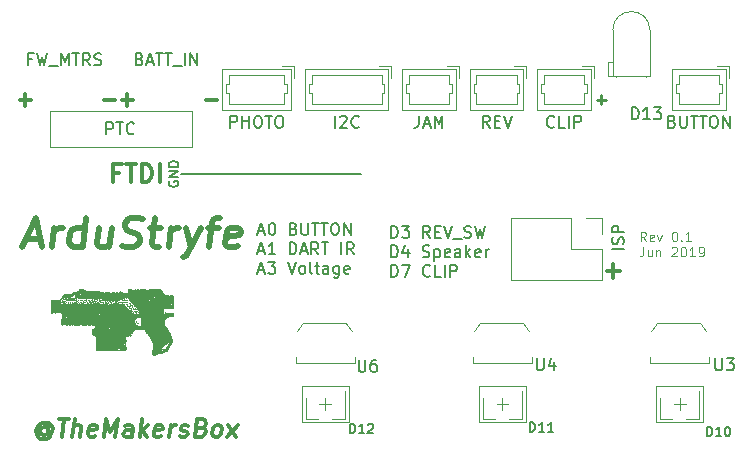
<source format=gto>
G04 #@! TF.FileFunction,Legend,Top*
%FSLAX46Y46*%
G04 Gerber Fmt 4.6, Leading zero omitted, Abs format (unit mm)*
G04 Created by KiCad (PCBNEW 4.0.6) date 06/26/19 16:14:44*
%MOMM*%
%LPD*%
G01*
G04 APERTURE LIST*
%ADD10C,0.100000*%
%ADD11C,0.300000*%
%ADD12C,0.150000*%
%ADD13C,0.250000*%
%ADD14C,0.500000*%
%ADD15C,0.120000*%
%ADD16C,0.010000*%
G04 APERTURE END LIST*
D10*
D11*
X53371810Y-89624286D02*
X54324191Y-89624286D01*
X46259810Y-89624286D02*
X47212191Y-89624286D01*
X46736001Y-90100476D02*
X46736001Y-89148095D01*
X44735810Y-89624286D02*
X45688191Y-89624286D01*
X37623810Y-89624286D02*
X38576191Y-89624286D01*
X38100001Y-90100476D02*
X38100001Y-89148095D01*
D12*
X47776096Y-86161571D02*
X47918953Y-86209190D01*
X47966572Y-86256810D01*
X48014191Y-86352048D01*
X48014191Y-86494905D01*
X47966572Y-86590143D01*
X47918953Y-86637762D01*
X47823715Y-86685381D01*
X47442762Y-86685381D01*
X47442762Y-85685381D01*
X47776096Y-85685381D01*
X47871334Y-85733000D01*
X47918953Y-85780619D01*
X47966572Y-85875857D01*
X47966572Y-85971095D01*
X47918953Y-86066333D01*
X47871334Y-86113952D01*
X47776096Y-86161571D01*
X47442762Y-86161571D01*
X48395143Y-86399667D02*
X48871334Y-86399667D01*
X48299905Y-86685381D02*
X48633238Y-85685381D01*
X48966572Y-86685381D01*
X49157048Y-85685381D02*
X49728477Y-85685381D01*
X49442762Y-86685381D02*
X49442762Y-85685381D01*
X49918953Y-85685381D02*
X50490382Y-85685381D01*
X50204667Y-86685381D02*
X50204667Y-85685381D01*
X50585620Y-86780619D02*
X51347525Y-86780619D01*
X51585620Y-86685381D02*
X51585620Y-85685381D01*
X52061810Y-86685381D02*
X52061810Y-85685381D01*
X52633239Y-86685381D01*
X52633239Y-85685381D01*
X38663905Y-86161571D02*
X38330571Y-86161571D01*
X38330571Y-86685381D02*
X38330571Y-85685381D01*
X38806762Y-85685381D01*
X39092476Y-85685381D02*
X39330571Y-86685381D01*
X39521048Y-85971095D01*
X39711524Y-86685381D01*
X39949619Y-85685381D01*
X40092476Y-86780619D02*
X40854381Y-86780619D01*
X41092476Y-86685381D02*
X41092476Y-85685381D01*
X41425810Y-86399667D01*
X41759143Y-85685381D01*
X41759143Y-86685381D01*
X42092476Y-85685381D02*
X42663905Y-85685381D01*
X42378190Y-86685381D02*
X42378190Y-85685381D01*
X43568667Y-86685381D02*
X43235333Y-86209190D01*
X42997238Y-86685381D02*
X42997238Y-85685381D01*
X43378191Y-85685381D01*
X43473429Y-85733000D01*
X43521048Y-85780619D01*
X43568667Y-85875857D01*
X43568667Y-86018714D01*
X43521048Y-86113952D01*
X43473429Y-86161571D01*
X43378191Y-86209190D01*
X42997238Y-86209190D01*
X43949619Y-86637762D02*
X44092476Y-86685381D01*
X44330572Y-86685381D01*
X44425810Y-86637762D01*
X44473429Y-86590143D01*
X44521048Y-86494905D01*
X44521048Y-86399667D01*
X44473429Y-86304429D01*
X44425810Y-86256810D01*
X44330572Y-86209190D01*
X44140095Y-86161571D01*
X44044857Y-86113952D01*
X43997238Y-86066333D01*
X43949619Y-85971095D01*
X43949619Y-85875857D01*
X43997238Y-85780619D01*
X44044857Y-85733000D01*
X44140095Y-85685381D01*
X44378191Y-85685381D01*
X44521048Y-85733000D01*
X50273000Y-96494523D02*
X50234905Y-96570714D01*
X50234905Y-96684999D01*
X50273000Y-96799285D01*
X50349190Y-96875476D01*
X50425381Y-96913571D01*
X50577762Y-96951666D01*
X50692048Y-96951666D01*
X50844429Y-96913571D01*
X50920619Y-96875476D01*
X50996810Y-96799285D01*
X51034905Y-96684999D01*
X51034905Y-96608809D01*
X50996810Y-96494523D01*
X50958714Y-96456428D01*
X50692048Y-96456428D01*
X50692048Y-96608809D01*
X51034905Y-96113571D02*
X50234905Y-96113571D01*
X51034905Y-95656428D01*
X50234905Y-95656428D01*
X51034905Y-95275476D02*
X50234905Y-95275476D01*
X50234905Y-95085000D01*
X50273000Y-94970714D01*
X50349190Y-94894523D01*
X50425381Y-94856428D01*
X50577762Y-94818333D01*
X50692048Y-94818333D01*
X50844429Y-94856428D01*
X50920619Y-94894523D01*
X50996810Y-94970714D01*
X51034905Y-95085000D01*
X51034905Y-95275476D01*
D11*
X46033715Y-95777857D02*
X45533715Y-95777857D01*
X45533715Y-96563571D02*
X45533715Y-95063571D01*
X46248001Y-95063571D01*
X46605143Y-95063571D02*
X47462286Y-95063571D01*
X47033715Y-96563571D02*
X47033715Y-95063571D01*
X47962286Y-96563571D02*
X47962286Y-95063571D01*
X48319429Y-95063571D01*
X48533714Y-95135000D01*
X48676572Y-95277857D01*
X48748000Y-95420714D01*
X48819429Y-95706429D01*
X48819429Y-95920714D01*
X48748000Y-96206429D01*
X48676572Y-96349286D01*
X48533714Y-96492143D01*
X48319429Y-96563571D01*
X47962286Y-96563571D01*
X49462286Y-96563571D02*
X49462286Y-95063571D01*
D12*
X66548000Y-95885000D02*
X51308000Y-95885000D01*
D13*
X86487048Y-89606429D02*
X87248953Y-89606429D01*
X86868001Y-89987381D02*
X86868001Y-89225476D01*
D11*
X87312572Y-104120143D02*
X88455429Y-104120143D01*
X87884000Y-104691571D02*
X87884000Y-103548714D01*
D12*
X69072095Y-101291381D02*
X69072095Y-100291381D01*
X69310190Y-100291381D01*
X69453048Y-100339000D01*
X69548286Y-100434238D01*
X69595905Y-100529476D01*
X69643524Y-100719952D01*
X69643524Y-100862810D01*
X69595905Y-101053286D01*
X69548286Y-101148524D01*
X69453048Y-101243762D01*
X69310190Y-101291381D01*
X69072095Y-101291381D01*
X69976857Y-100291381D02*
X70595905Y-100291381D01*
X70262571Y-100672333D01*
X70405429Y-100672333D01*
X70500667Y-100719952D01*
X70548286Y-100767571D01*
X70595905Y-100862810D01*
X70595905Y-101100905D01*
X70548286Y-101196143D01*
X70500667Y-101243762D01*
X70405429Y-101291381D01*
X70119714Y-101291381D01*
X70024476Y-101243762D01*
X69976857Y-101196143D01*
X72357810Y-101291381D02*
X72024476Y-100815190D01*
X71786381Y-101291381D02*
X71786381Y-100291381D01*
X72167334Y-100291381D01*
X72262572Y-100339000D01*
X72310191Y-100386619D01*
X72357810Y-100481857D01*
X72357810Y-100624714D01*
X72310191Y-100719952D01*
X72262572Y-100767571D01*
X72167334Y-100815190D01*
X71786381Y-100815190D01*
X72786381Y-100767571D02*
X73119715Y-100767571D01*
X73262572Y-101291381D02*
X72786381Y-101291381D01*
X72786381Y-100291381D01*
X73262572Y-100291381D01*
X73548286Y-100291381D02*
X73881619Y-101291381D01*
X74214953Y-100291381D01*
X74310191Y-101386619D02*
X75072096Y-101386619D01*
X75262572Y-101243762D02*
X75405429Y-101291381D01*
X75643525Y-101291381D01*
X75738763Y-101243762D01*
X75786382Y-101196143D01*
X75834001Y-101100905D01*
X75834001Y-101005667D01*
X75786382Y-100910429D01*
X75738763Y-100862810D01*
X75643525Y-100815190D01*
X75453048Y-100767571D01*
X75357810Y-100719952D01*
X75310191Y-100672333D01*
X75262572Y-100577095D01*
X75262572Y-100481857D01*
X75310191Y-100386619D01*
X75357810Y-100339000D01*
X75453048Y-100291381D01*
X75691144Y-100291381D01*
X75834001Y-100339000D01*
X76167334Y-100291381D02*
X76405429Y-101291381D01*
X76595906Y-100577095D01*
X76786382Y-101291381D01*
X77024477Y-100291381D01*
X69072095Y-102941381D02*
X69072095Y-101941381D01*
X69310190Y-101941381D01*
X69453048Y-101989000D01*
X69548286Y-102084238D01*
X69595905Y-102179476D01*
X69643524Y-102369952D01*
X69643524Y-102512810D01*
X69595905Y-102703286D01*
X69548286Y-102798524D01*
X69453048Y-102893762D01*
X69310190Y-102941381D01*
X69072095Y-102941381D01*
X70500667Y-102274714D02*
X70500667Y-102941381D01*
X70262571Y-101893762D02*
X70024476Y-102608048D01*
X70643524Y-102608048D01*
X71738762Y-102893762D02*
X71881619Y-102941381D01*
X72119715Y-102941381D01*
X72214953Y-102893762D01*
X72262572Y-102846143D01*
X72310191Y-102750905D01*
X72310191Y-102655667D01*
X72262572Y-102560429D01*
X72214953Y-102512810D01*
X72119715Y-102465190D01*
X71929238Y-102417571D01*
X71834000Y-102369952D01*
X71786381Y-102322333D01*
X71738762Y-102227095D01*
X71738762Y-102131857D01*
X71786381Y-102036619D01*
X71834000Y-101989000D01*
X71929238Y-101941381D01*
X72167334Y-101941381D01*
X72310191Y-101989000D01*
X72738762Y-102274714D02*
X72738762Y-103274714D01*
X72738762Y-102322333D02*
X72834000Y-102274714D01*
X73024477Y-102274714D01*
X73119715Y-102322333D01*
X73167334Y-102369952D01*
X73214953Y-102465190D01*
X73214953Y-102750905D01*
X73167334Y-102846143D01*
X73119715Y-102893762D01*
X73024477Y-102941381D01*
X72834000Y-102941381D01*
X72738762Y-102893762D01*
X74024477Y-102893762D02*
X73929239Y-102941381D01*
X73738762Y-102941381D01*
X73643524Y-102893762D01*
X73595905Y-102798524D01*
X73595905Y-102417571D01*
X73643524Y-102322333D01*
X73738762Y-102274714D01*
X73929239Y-102274714D01*
X74024477Y-102322333D01*
X74072096Y-102417571D01*
X74072096Y-102512810D01*
X73595905Y-102608048D01*
X74929239Y-102941381D02*
X74929239Y-102417571D01*
X74881620Y-102322333D01*
X74786382Y-102274714D01*
X74595905Y-102274714D01*
X74500667Y-102322333D01*
X74929239Y-102893762D02*
X74834001Y-102941381D01*
X74595905Y-102941381D01*
X74500667Y-102893762D01*
X74453048Y-102798524D01*
X74453048Y-102703286D01*
X74500667Y-102608048D01*
X74595905Y-102560429D01*
X74834001Y-102560429D01*
X74929239Y-102512810D01*
X75405429Y-102941381D02*
X75405429Y-101941381D01*
X75500667Y-102560429D02*
X75786382Y-102941381D01*
X75786382Y-102274714D02*
X75405429Y-102655667D01*
X76595906Y-102893762D02*
X76500668Y-102941381D01*
X76310191Y-102941381D01*
X76214953Y-102893762D01*
X76167334Y-102798524D01*
X76167334Y-102417571D01*
X76214953Y-102322333D01*
X76310191Y-102274714D01*
X76500668Y-102274714D01*
X76595906Y-102322333D01*
X76643525Y-102417571D01*
X76643525Y-102512810D01*
X76167334Y-102608048D01*
X77072096Y-102941381D02*
X77072096Y-102274714D01*
X77072096Y-102465190D02*
X77119715Y-102369952D01*
X77167334Y-102322333D01*
X77262572Y-102274714D01*
X77357811Y-102274714D01*
X69072095Y-104591381D02*
X69072095Y-103591381D01*
X69310190Y-103591381D01*
X69453048Y-103639000D01*
X69548286Y-103734238D01*
X69595905Y-103829476D01*
X69643524Y-104019952D01*
X69643524Y-104162810D01*
X69595905Y-104353286D01*
X69548286Y-104448524D01*
X69453048Y-104543762D01*
X69310190Y-104591381D01*
X69072095Y-104591381D01*
X69976857Y-103591381D02*
X70643524Y-103591381D01*
X70214952Y-104591381D01*
X72357810Y-104496143D02*
X72310191Y-104543762D01*
X72167334Y-104591381D01*
X72072096Y-104591381D01*
X71929238Y-104543762D01*
X71834000Y-104448524D01*
X71786381Y-104353286D01*
X71738762Y-104162810D01*
X71738762Y-104019952D01*
X71786381Y-103829476D01*
X71834000Y-103734238D01*
X71929238Y-103639000D01*
X72072096Y-103591381D01*
X72167334Y-103591381D01*
X72310191Y-103639000D01*
X72357810Y-103686619D01*
X73262572Y-104591381D02*
X72786381Y-104591381D01*
X72786381Y-103591381D01*
X73595905Y-104591381D02*
X73595905Y-103591381D01*
X74072095Y-104591381D02*
X74072095Y-103591381D01*
X74453048Y-103591381D01*
X74548286Y-103639000D01*
X74595905Y-103686619D01*
X74643524Y-103781857D01*
X74643524Y-103924714D01*
X74595905Y-104019952D01*
X74548286Y-104067571D01*
X74453048Y-104115190D01*
X74072095Y-104115190D01*
X57848476Y-100751667D02*
X58324667Y-100751667D01*
X57753238Y-101037381D02*
X58086571Y-100037381D01*
X58419905Y-101037381D01*
X58943714Y-100037381D02*
X59038953Y-100037381D01*
X59134191Y-100085000D01*
X59181810Y-100132619D01*
X59229429Y-100227857D01*
X59277048Y-100418333D01*
X59277048Y-100656429D01*
X59229429Y-100846905D01*
X59181810Y-100942143D01*
X59134191Y-100989762D01*
X59038953Y-101037381D01*
X58943714Y-101037381D01*
X58848476Y-100989762D01*
X58800857Y-100942143D01*
X58753238Y-100846905D01*
X58705619Y-100656429D01*
X58705619Y-100418333D01*
X58753238Y-100227857D01*
X58800857Y-100132619D01*
X58848476Y-100085000D01*
X58943714Y-100037381D01*
X60800858Y-100513571D02*
X60943715Y-100561190D01*
X60991334Y-100608810D01*
X61038953Y-100704048D01*
X61038953Y-100846905D01*
X60991334Y-100942143D01*
X60943715Y-100989762D01*
X60848477Y-101037381D01*
X60467524Y-101037381D01*
X60467524Y-100037381D01*
X60800858Y-100037381D01*
X60896096Y-100085000D01*
X60943715Y-100132619D01*
X60991334Y-100227857D01*
X60991334Y-100323095D01*
X60943715Y-100418333D01*
X60896096Y-100465952D01*
X60800858Y-100513571D01*
X60467524Y-100513571D01*
X61467524Y-100037381D02*
X61467524Y-100846905D01*
X61515143Y-100942143D01*
X61562762Y-100989762D01*
X61658000Y-101037381D01*
X61848477Y-101037381D01*
X61943715Y-100989762D01*
X61991334Y-100942143D01*
X62038953Y-100846905D01*
X62038953Y-100037381D01*
X62372286Y-100037381D02*
X62943715Y-100037381D01*
X62658000Y-101037381D02*
X62658000Y-100037381D01*
X63134191Y-100037381D02*
X63705620Y-100037381D01*
X63419905Y-101037381D02*
X63419905Y-100037381D01*
X64229429Y-100037381D02*
X64419906Y-100037381D01*
X64515144Y-100085000D01*
X64610382Y-100180238D01*
X64658001Y-100370714D01*
X64658001Y-100704048D01*
X64610382Y-100894524D01*
X64515144Y-100989762D01*
X64419906Y-101037381D01*
X64229429Y-101037381D01*
X64134191Y-100989762D01*
X64038953Y-100894524D01*
X63991334Y-100704048D01*
X63991334Y-100370714D01*
X64038953Y-100180238D01*
X64134191Y-100085000D01*
X64229429Y-100037381D01*
X65086572Y-101037381D02*
X65086572Y-100037381D01*
X65658001Y-101037381D01*
X65658001Y-100037381D01*
X57848476Y-102401667D02*
X58324667Y-102401667D01*
X57753238Y-102687381D02*
X58086571Y-101687381D01*
X58419905Y-102687381D01*
X59277048Y-102687381D02*
X58705619Y-102687381D01*
X58991333Y-102687381D02*
X58991333Y-101687381D01*
X58896095Y-101830238D01*
X58800857Y-101925476D01*
X58705619Y-101973095D01*
X60467524Y-102687381D02*
X60467524Y-101687381D01*
X60705619Y-101687381D01*
X60848477Y-101735000D01*
X60943715Y-101830238D01*
X60991334Y-101925476D01*
X61038953Y-102115952D01*
X61038953Y-102258810D01*
X60991334Y-102449286D01*
X60943715Y-102544524D01*
X60848477Y-102639762D01*
X60705619Y-102687381D01*
X60467524Y-102687381D01*
X61419905Y-102401667D02*
X61896096Y-102401667D01*
X61324667Y-102687381D02*
X61658000Y-101687381D01*
X61991334Y-102687381D01*
X62896096Y-102687381D02*
X62562762Y-102211190D01*
X62324667Y-102687381D02*
X62324667Y-101687381D01*
X62705620Y-101687381D01*
X62800858Y-101735000D01*
X62848477Y-101782619D01*
X62896096Y-101877857D01*
X62896096Y-102020714D01*
X62848477Y-102115952D01*
X62800858Y-102163571D01*
X62705620Y-102211190D01*
X62324667Y-102211190D01*
X63181810Y-101687381D02*
X63753239Y-101687381D01*
X63467524Y-102687381D02*
X63467524Y-101687381D01*
X64848477Y-102687381D02*
X64848477Y-101687381D01*
X65896096Y-102687381D02*
X65562762Y-102211190D01*
X65324667Y-102687381D02*
X65324667Y-101687381D01*
X65705620Y-101687381D01*
X65800858Y-101735000D01*
X65848477Y-101782619D01*
X65896096Y-101877857D01*
X65896096Y-102020714D01*
X65848477Y-102115952D01*
X65800858Y-102163571D01*
X65705620Y-102211190D01*
X65324667Y-102211190D01*
X57848476Y-104051667D02*
X58324667Y-104051667D01*
X57753238Y-104337381D02*
X58086571Y-103337381D01*
X58419905Y-104337381D01*
X58658000Y-103337381D02*
X59277048Y-103337381D01*
X58943714Y-103718333D01*
X59086572Y-103718333D01*
X59181810Y-103765952D01*
X59229429Y-103813571D01*
X59277048Y-103908810D01*
X59277048Y-104146905D01*
X59229429Y-104242143D01*
X59181810Y-104289762D01*
X59086572Y-104337381D01*
X58800857Y-104337381D01*
X58705619Y-104289762D01*
X58658000Y-104242143D01*
X60324667Y-103337381D02*
X60658000Y-104337381D01*
X60991334Y-103337381D01*
X61467524Y-104337381D02*
X61372286Y-104289762D01*
X61324667Y-104242143D01*
X61277048Y-104146905D01*
X61277048Y-103861190D01*
X61324667Y-103765952D01*
X61372286Y-103718333D01*
X61467524Y-103670714D01*
X61610382Y-103670714D01*
X61705620Y-103718333D01*
X61753239Y-103765952D01*
X61800858Y-103861190D01*
X61800858Y-104146905D01*
X61753239Y-104242143D01*
X61705620Y-104289762D01*
X61610382Y-104337381D01*
X61467524Y-104337381D01*
X62372286Y-104337381D02*
X62277048Y-104289762D01*
X62229429Y-104194524D01*
X62229429Y-103337381D01*
X62610382Y-103670714D02*
X62991334Y-103670714D01*
X62753239Y-103337381D02*
X62753239Y-104194524D01*
X62800858Y-104289762D01*
X62896096Y-104337381D01*
X62991334Y-104337381D01*
X63753240Y-104337381D02*
X63753240Y-103813571D01*
X63705621Y-103718333D01*
X63610383Y-103670714D01*
X63419906Y-103670714D01*
X63324668Y-103718333D01*
X63753240Y-104289762D02*
X63658002Y-104337381D01*
X63419906Y-104337381D01*
X63324668Y-104289762D01*
X63277049Y-104194524D01*
X63277049Y-104099286D01*
X63324668Y-104004048D01*
X63419906Y-103956429D01*
X63658002Y-103956429D01*
X63753240Y-103908810D01*
X64658002Y-103670714D02*
X64658002Y-104480238D01*
X64610383Y-104575476D01*
X64562764Y-104623095D01*
X64467525Y-104670714D01*
X64324668Y-104670714D01*
X64229430Y-104623095D01*
X64658002Y-104289762D02*
X64562764Y-104337381D01*
X64372287Y-104337381D01*
X64277049Y-104289762D01*
X64229430Y-104242143D01*
X64181811Y-104146905D01*
X64181811Y-103861190D01*
X64229430Y-103765952D01*
X64277049Y-103718333D01*
X64372287Y-103670714D01*
X64562764Y-103670714D01*
X64658002Y-103718333D01*
X65515145Y-104289762D02*
X65419907Y-104337381D01*
X65229430Y-104337381D01*
X65134192Y-104289762D01*
X65086573Y-104194524D01*
X65086573Y-103813571D01*
X65134192Y-103718333D01*
X65229430Y-103670714D01*
X65419907Y-103670714D01*
X65515145Y-103718333D01*
X65562764Y-103813571D01*
X65562764Y-103908810D01*
X65086573Y-104004048D01*
D14*
X38172357Y-101381667D02*
X39362834Y-101381667D01*
X37844976Y-102095952D02*
X38990810Y-99595952D01*
X39511643Y-102095952D01*
X40344976Y-102095952D02*
X40553309Y-100429286D01*
X40493786Y-100905476D02*
X40642595Y-100667381D01*
X40776523Y-100548333D01*
X41029500Y-100429286D01*
X41267595Y-100429286D01*
X42964024Y-102095952D02*
X43276524Y-99595952D01*
X42978905Y-101976905D02*
X42725928Y-102095952D01*
X42249738Y-102095952D01*
X42026524Y-101976905D01*
X41922357Y-101857857D01*
X41833071Y-101619762D01*
X41922357Y-100905476D01*
X42071166Y-100667381D01*
X42205095Y-100548333D01*
X42458071Y-100429286D01*
X42934261Y-100429286D01*
X43157476Y-100548333D01*
X45434262Y-100429286D02*
X45225929Y-102095952D01*
X44362833Y-100429286D02*
X44199143Y-101738810D01*
X44288429Y-101976905D01*
X44511643Y-102095952D01*
X44868786Y-102095952D01*
X45121762Y-101976905D01*
X45255691Y-101857857D01*
X46312238Y-101976905D02*
X46654500Y-102095952D01*
X47249738Y-102095952D01*
X47502715Y-101976905D01*
X47636643Y-101857857D01*
X47785453Y-101619762D01*
X47815215Y-101381667D01*
X47725929Y-101143571D01*
X47621763Y-101024524D01*
X47398548Y-100905476D01*
X46937238Y-100786429D01*
X46714024Y-100667381D01*
X46609857Y-100548333D01*
X46520571Y-100310238D01*
X46550333Y-100072143D01*
X46699143Y-99834048D01*
X46833072Y-99715000D01*
X47086048Y-99595952D01*
X47681286Y-99595952D01*
X48023548Y-99715000D01*
X48648547Y-100429286D02*
X49600928Y-100429286D01*
X49109857Y-99595952D02*
X48842000Y-101738810D01*
X48931286Y-101976905D01*
X49154500Y-102095952D01*
X49392595Y-102095952D01*
X50225928Y-102095952D02*
X50434261Y-100429286D01*
X50374738Y-100905476D02*
X50523547Y-100667381D01*
X50657475Y-100548333D01*
X50910452Y-100429286D01*
X51148547Y-100429286D01*
X51743785Y-100429286D02*
X52130690Y-102095952D01*
X52934261Y-100429286D02*
X52130690Y-102095952D01*
X51818190Y-102691190D01*
X51684261Y-102810238D01*
X51431285Y-102929286D01*
X53529499Y-100429286D02*
X54481880Y-100429286D01*
X53678309Y-102095952D02*
X53946166Y-99953095D01*
X54094976Y-99715000D01*
X54347952Y-99595952D01*
X54586047Y-99595952D01*
X56074142Y-101976905D02*
X55821166Y-102095952D01*
X55344975Y-102095952D01*
X55121761Y-101976905D01*
X55032475Y-101738810D01*
X55151522Y-100786429D01*
X55300332Y-100548333D01*
X55553308Y-100429286D01*
X56029499Y-100429286D01*
X56252713Y-100548333D01*
X56341999Y-100786429D01*
X56312238Y-101024524D01*
X55091999Y-101262619D01*
D12*
X65576571Y-117836905D02*
X65576571Y-117036905D01*
X65767047Y-117036905D01*
X65881333Y-117075000D01*
X65957524Y-117151190D01*
X65995619Y-117227381D01*
X66033714Y-117379762D01*
X66033714Y-117494048D01*
X65995619Y-117646429D01*
X65957524Y-117722619D01*
X65881333Y-117798810D01*
X65767047Y-117836905D01*
X65576571Y-117836905D01*
X66795619Y-117836905D02*
X66338476Y-117836905D01*
X66567047Y-117836905D02*
X66567047Y-117036905D01*
X66490857Y-117151190D01*
X66414666Y-117227381D01*
X66338476Y-117265476D01*
X67100381Y-117113095D02*
X67138476Y-117075000D01*
X67214667Y-117036905D01*
X67405143Y-117036905D01*
X67481333Y-117075000D01*
X67519429Y-117113095D01*
X67557524Y-117189286D01*
X67557524Y-117265476D01*
X67519429Y-117379762D01*
X67062286Y-117836905D01*
X67557524Y-117836905D01*
X80816571Y-117709905D02*
X80816571Y-116909905D01*
X81007047Y-116909905D01*
X81121333Y-116948000D01*
X81197524Y-117024190D01*
X81235619Y-117100381D01*
X81273714Y-117252762D01*
X81273714Y-117367048D01*
X81235619Y-117519429D01*
X81197524Y-117595619D01*
X81121333Y-117671810D01*
X81007047Y-117709905D01*
X80816571Y-117709905D01*
X82035619Y-117709905D02*
X81578476Y-117709905D01*
X81807047Y-117709905D02*
X81807047Y-116909905D01*
X81730857Y-117024190D01*
X81654666Y-117100381D01*
X81578476Y-117138476D01*
X82797524Y-117709905D02*
X82340381Y-117709905D01*
X82568952Y-117709905D02*
X82568952Y-116909905D01*
X82492762Y-117024190D01*
X82416571Y-117100381D01*
X82340381Y-117138476D01*
X95802571Y-118090905D02*
X95802571Y-117290905D01*
X95993047Y-117290905D01*
X96107333Y-117329000D01*
X96183524Y-117405190D01*
X96221619Y-117481381D01*
X96259714Y-117633762D01*
X96259714Y-117748048D01*
X96221619Y-117900429D01*
X96183524Y-117976619D01*
X96107333Y-118052810D01*
X95993047Y-118090905D01*
X95802571Y-118090905D01*
X97021619Y-118090905D02*
X96564476Y-118090905D01*
X96793047Y-118090905D02*
X96793047Y-117290905D01*
X96716857Y-117405190D01*
X96640666Y-117481381D01*
X96564476Y-117519476D01*
X97516857Y-117290905D02*
X97593048Y-117290905D01*
X97669238Y-117329000D01*
X97707333Y-117367095D01*
X97745429Y-117443286D01*
X97783524Y-117595667D01*
X97783524Y-117786143D01*
X97745429Y-117938524D01*
X97707333Y-118014714D01*
X97669238Y-118052810D01*
X97593048Y-118090905D01*
X97516857Y-118090905D01*
X97440667Y-118052810D01*
X97402571Y-118014714D01*
X97364476Y-117938524D01*
X97326381Y-117786143D01*
X97326381Y-117595667D01*
X97364476Y-117443286D01*
X97402571Y-117367095D01*
X97440667Y-117329000D01*
X97516857Y-117290905D01*
D11*
X40038178Y-117439286D02*
X39975679Y-117367857D01*
X39841750Y-117296429D01*
X39698892Y-117296429D01*
X39547107Y-117367857D01*
X39466750Y-117439286D01*
X39377464Y-117582143D01*
X39359607Y-117725000D01*
X39413179Y-117867857D01*
X39475678Y-117939286D01*
X39609607Y-118010714D01*
X39752465Y-118010714D01*
X39904250Y-117939286D01*
X39984607Y-117867857D01*
X40056035Y-117296429D02*
X39984607Y-117867857D01*
X40047107Y-117939286D01*
X40118535Y-117939286D01*
X40270322Y-117867857D01*
X40359607Y-117725000D01*
X40404250Y-117367857D01*
X40288179Y-117153571D01*
X40091750Y-117010714D01*
X39814964Y-116939286D01*
X39520322Y-117010714D01*
X39288179Y-117153571D01*
X39118536Y-117367857D01*
X39011393Y-117653571D01*
X39047107Y-117939286D01*
X39163179Y-118153571D01*
X39359607Y-118296429D01*
X39636393Y-118367857D01*
X39931035Y-118296429D01*
X40163179Y-118153571D01*
X40922107Y-116653571D02*
X41779250Y-116653571D01*
X41163179Y-118153571D02*
X41350679Y-116653571D01*
X42091750Y-118153571D02*
X42279250Y-116653571D01*
X42734607Y-118153571D02*
X42832821Y-117367857D01*
X42779249Y-117225000D01*
X42645321Y-117153571D01*
X42431036Y-117153571D01*
X42279249Y-117225000D01*
X42198892Y-117296429D01*
X44029249Y-118082143D02*
X43877464Y-118153571D01*
X43591750Y-118153571D01*
X43457821Y-118082143D01*
X43404249Y-117939286D01*
X43475678Y-117367857D01*
X43564964Y-117225000D01*
X43716750Y-117153571D01*
X44002464Y-117153571D01*
X44136392Y-117225000D01*
X44189964Y-117367857D01*
X44172107Y-117510714D01*
X43439964Y-117653571D01*
X44734607Y-118153571D02*
X44922107Y-116653571D01*
X45288178Y-117725000D01*
X45922107Y-116653571D01*
X45734607Y-118153571D01*
X47091750Y-118153571D02*
X47189964Y-117367857D01*
X47136392Y-117225000D01*
X47002464Y-117153571D01*
X46716750Y-117153571D01*
X46564964Y-117225000D01*
X47100678Y-118082143D02*
X46948893Y-118153571D01*
X46591750Y-118153571D01*
X46457821Y-118082143D01*
X46404249Y-117939286D01*
X46422106Y-117796429D01*
X46511393Y-117653571D01*
X46663178Y-117582143D01*
X47020321Y-117582143D01*
X47172107Y-117510714D01*
X47806036Y-118153571D02*
X47993536Y-116653571D01*
X48020321Y-117582143D02*
X48377464Y-118153571D01*
X48502464Y-117153571D02*
X47859607Y-117725000D01*
X49600678Y-118082143D02*
X49448893Y-118153571D01*
X49163179Y-118153571D01*
X49029250Y-118082143D01*
X48975678Y-117939286D01*
X49047107Y-117367857D01*
X49136393Y-117225000D01*
X49288179Y-117153571D01*
X49573893Y-117153571D01*
X49707821Y-117225000D01*
X49761393Y-117367857D01*
X49743536Y-117510714D01*
X49011393Y-117653571D01*
X50306036Y-118153571D02*
X50431036Y-117153571D01*
X50395321Y-117439286D02*
X50484606Y-117296429D01*
X50564964Y-117225000D01*
X50716750Y-117153571D01*
X50859607Y-117153571D01*
X51172106Y-118082143D02*
X51306035Y-118153571D01*
X51591750Y-118153571D01*
X51743535Y-118082143D01*
X51832820Y-117939286D01*
X51841749Y-117867857D01*
X51788178Y-117725000D01*
X51654250Y-117653571D01*
X51439964Y-117653571D01*
X51306035Y-117582143D01*
X51252463Y-117439286D01*
X51261392Y-117367857D01*
X51350678Y-117225000D01*
X51502464Y-117153571D01*
X51716750Y-117153571D01*
X51850678Y-117225000D01*
X53047107Y-117367857D02*
X53252464Y-117439286D01*
X53314964Y-117510714D01*
X53368536Y-117653571D01*
X53341750Y-117867857D01*
X53252464Y-118010714D01*
X53172107Y-118082143D01*
X53020321Y-118153571D01*
X52448893Y-118153571D01*
X52636393Y-116653571D01*
X53136393Y-116653571D01*
X53270321Y-116725000D01*
X53332821Y-116796429D01*
X53386392Y-116939286D01*
X53368535Y-117082143D01*
X53279250Y-117225000D01*
X53198892Y-117296429D01*
X53047107Y-117367857D01*
X52547107Y-117367857D01*
X54163179Y-118153571D02*
X54029249Y-118082143D01*
X53966750Y-118010714D01*
X53913178Y-117867857D01*
X53966749Y-117439286D01*
X54056035Y-117296429D01*
X54136392Y-117225000D01*
X54288179Y-117153571D01*
X54502464Y-117153571D01*
X54636392Y-117225000D01*
X54698892Y-117296429D01*
X54752464Y-117439286D01*
X54698893Y-117867857D01*
X54609607Y-118010714D01*
X54529249Y-118082143D01*
X54377464Y-118153571D01*
X54163179Y-118153571D01*
X55163179Y-118153571D02*
X56073893Y-117153571D01*
X55288179Y-117153571D02*
X55948893Y-118153571D01*
D10*
X90645619Y-101576905D02*
X90378952Y-101195952D01*
X90188476Y-101576905D02*
X90188476Y-100776905D01*
X90493238Y-100776905D01*
X90569429Y-100815000D01*
X90607524Y-100853095D01*
X90645619Y-100929286D01*
X90645619Y-101043571D01*
X90607524Y-101119762D01*
X90569429Y-101157857D01*
X90493238Y-101195952D01*
X90188476Y-101195952D01*
X91293238Y-101538810D02*
X91217048Y-101576905D01*
X91064667Y-101576905D01*
X90988476Y-101538810D01*
X90950381Y-101462619D01*
X90950381Y-101157857D01*
X90988476Y-101081667D01*
X91064667Y-101043571D01*
X91217048Y-101043571D01*
X91293238Y-101081667D01*
X91331333Y-101157857D01*
X91331333Y-101234048D01*
X90950381Y-101310238D01*
X91598000Y-101043571D02*
X91788476Y-101576905D01*
X91978952Y-101043571D01*
X93045619Y-100776905D02*
X93121810Y-100776905D01*
X93198000Y-100815000D01*
X93236095Y-100853095D01*
X93274191Y-100929286D01*
X93312286Y-101081667D01*
X93312286Y-101272143D01*
X93274191Y-101424524D01*
X93236095Y-101500714D01*
X93198000Y-101538810D01*
X93121810Y-101576905D01*
X93045619Y-101576905D01*
X92969429Y-101538810D01*
X92931333Y-101500714D01*
X92893238Y-101424524D01*
X92855143Y-101272143D01*
X92855143Y-101081667D01*
X92893238Y-100929286D01*
X92931333Y-100853095D01*
X92969429Y-100815000D01*
X93045619Y-100776905D01*
X93655143Y-101500714D02*
X93693238Y-101538810D01*
X93655143Y-101576905D01*
X93617048Y-101538810D01*
X93655143Y-101500714D01*
X93655143Y-101576905D01*
X94455143Y-101576905D02*
X93998000Y-101576905D01*
X94226571Y-101576905D02*
X94226571Y-100776905D01*
X94150381Y-100891190D01*
X94074190Y-100967381D01*
X93998000Y-101005476D01*
X90417048Y-102076905D02*
X90417048Y-102648333D01*
X90378952Y-102762619D01*
X90302762Y-102838810D01*
X90188476Y-102876905D01*
X90112286Y-102876905D01*
X91140857Y-102343571D02*
X91140857Y-102876905D01*
X90798000Y-102343571D02*
X90798000Y-102762619D01*
X90836095Y-102838810D01*
X90912286Y-102876905D01*
X91026572Y-102876905D01*
X91102762Y-102838810D01*
X91140857Y-102800714D01*
X91521810Y-102343571D02*
X91521810Y-102876905D01*
X91521810Y-102419762D02*
X91559905Y-102381667D01*
X91636096Y-102343571D01*
X91750382Y-102343571D01*
X91826572Y-102381667D01*
X91864667Y-102457857D01*
X91864667Y-102876905D01*
X92817049Y-102153095D02*
X92855144Y-102115000D01*
X92931335Y-102076905D01*
X93121811Y-102076905D01*
X93198001Y-102115000D01*
X93236097Y-102153095D01*
X93274192Y-102229286D01*
X93274192Y-102305476D01*
X93236097Y-102419762D01*
X92778954Y-102876905D01*
X93274192Y-102876905D01*
X93769430Y-102076905D02*
X93845621Y-102076905D01*
X93921811Y-102115000D01*
X93959906Y-102153095D01*
X93998002Y-102229286D01*
X94036097Y-102381667D01*
X94036097Y-102572143D01*
X93998002Y-102724524D01*
X93959906Y-102800714D01*
X93921811Y-102838810D01*
X93845621Y-102876905D01*
X93769430Y-102876905D01*
X93693240Y-102838810D01*
X93655144Y-102800714D01*
X93617049Y-102724524D01*
X93578954Y-102572143D01*
X93578954Y-102381667D01*
X93617049Y-102229286D01*
X93655144Y-102153095D01*
X93693240Y-102115000D01*
X93769430Y-102076905D01*
X94798002Y-102876905D02*
X94340859Y-102876905D01*
X94569430Y-102876905D02*
X94569430Y-102076905D01*
X94493240Y-102191190D01*
X94417049Y-102267381D01*
X94340859Y-102305476D01*
X95178954Y-102876905D02*
X95331335Y-102876905D01*
X95407526Y-102838810D01*
X95445621Y-102800714D01*
X95521812Y-102686429D01*
X95559907Y-102534048D01*
X95559907Y-102229286D01*
X95521812Y-102153095D01*
X95483716Y-102115000D01*
X95407526Y-102076905D01*
X95255145Y-102076905D01*
X95178954Y-102115000D01*
X95140859Y-102153095D01*
X95102764Y-102229286D01*
X95102764Y-102419762D01*
X95140859Y-102495952D01*
X95178954Y-102534048D01*
X95255145Y-102572143D01*
X95407526Y-102572143D01*
X95483716Y-102534048D01*
X95521812Y-102495952D01*
X95559907Y-102419762D01*
D15*
X48165000Y-108365000D02*
X48038000Y-108809500D01*
X48038000Y-107984000D02*
X48165000Y-108365000D01*
X48165000Y-108365000D02*
X48101500Y-108365000D01*
X47974500Y-108111000D02*
X47911000Y-107920500D01*
X47276000Y-109000000D02*
X48419000Y-109000000D01*
X47974500Y-108111000D02*
X48038000Y-108428500D01*
X48038000Y-108428500D02*
X47911000Y-108809500D01*
X41053000Y-106587000D02*
X41434000Y-106079000D01*
X41116500Y-107603000D02*
X41243500Y-107793500D01*
X41243500Y-107793500D02*
X41243500Y-108492000D01*
X41243500Y-108492000D02*
X41688000Y-108619000D01*
X41942000Y-106079000D02*
X42640500Y-105761500D01*
X42704000Y-105698000D02*
X43021500Y-105698000D01*
X43021500Y-105698000D02*
X43339000Y-105825000D01*
X44355000Y-105825000D02*
X44545500Y-105952000D01*
X49562000Y-111032000D02*
X48927000Y-111159000D01*
X49562000Y-111032000D02*
X50070000Y-110778000D01*
X50070000Y-110778000D02*
X50451000Y-110143000D01*
X41688000Y-108619000D02*
X43085000Y-108619000D01*
X41434000Y-106079000D02*
X41942000Y-106079000D01*
X43339000Y-105825000D02*
X44355000Y-105825000D01*
X44609000Y-105952000D02*
X46260000Y-105952000D01*
X49816000Y-106206000D02*
X50578000Y-106206000D01*
X49816000Y-107222000D02*
X50578000Y-107222000D01*
X50578000Y-106206000D02*
X50578000Y-107095000D01*
X44101000Y-109635000D02*
X44101000Y-110778000D01*
X44101000Y-110778000D02*
X46514000Y-110778000D01*
X46514000Y-110778000D02*
X46514000Y-109635000D01*
X41053000Y-106587000D02*
X40291000Y-106587000D01*
X40291000Y-106587000D02*
X40291000Y-107603000D01*
X40291000Y-107603000D02*
X41053000Y-107603000D01*
D16*
G36*
X48206300Y-105635458D02*
X48206587Y-105685897D01*
X48218837Y-105697634D01*
X48252709Y-105691549D01*
X48257167Y-105672927D01*
X48272201Y-105666995D01*
X48307087Y-105715041D01*
X48312754Y-105725214D01*
X48358212Y-105795697D01*
X48390447Y-105824517D01*
X48398156Y-105804836D01*
X48387735Y-105770572D01*
X48386981Y-105723848D01*
X48401996Y-105716143D01*
X48433526Y-105745396D01*
X48437143Y-105768430D01*
X48461794Y-105831869D01*
X48477316Y-105845545D01*
X48502881Y-105842973D01*
X48496287Y-105802330D01*
X48493222Y-105720663D01*
X48506576Y-105684134D01*
X48534808Y-105660655D01*
X48559401Y-105701871D01*
X48564143Y-105716143D01*
X48589519Y-105769014D01*
X48616411Y-105755570D01*
X48620623Y-105749109D01*
X48627903Y-105693192D01*
X48612782Y-105676279D01*
X48614991Y-105659659D01*
X48673721Y-105652644D01*
X48674653Y-105652643D01*
X48736672Y-105658333D01*
X48730571Y-105676967D01*
X48721418Y-105682499D01*
X48695876Y-105704649D01*
X48681657Y-105745488D01*
X48677486Y-105819698D01*
X48682087Y-105941962D01*
X48689162Y-106053927D01*
X48713333Y-106068200D01*
X48722756Y-106063745D01*
X48739048Y-106018346D01*
X48740713Y-105931212D01*
X48728937Y-105831434D01*
X48710428Y-105761500D01*
X48715134Y-105720564D01*
X48728567Y-105716143D01*
X48754371Y-105747377D01*
X48763714Y-105812905D01*
X48770111Y-105880457D01*
X48784457Y-105886599D01*
X48799487Y-105840881D01*
X48802922Y-105805668D01*
X48855944Y-105805668D01*
X48891349Y-105877619D01*
X48907388Y-105905075D01*
X48952587Y-105990294D01*
X48959115Y-106039612D01*
X48929885Y-106076601D01*
X48928721Y-106077572D01*
X48898850Y-106114010D01*
X48901587Y-106163336D01*
X48939191Y-106248655D01*
X48946955Y-106263980D01*
X48986081Y-106348939D01*
X49001207Y-106399466D01*
X48998251Y-106405571D01*
X49000529Y-106430576D01*
X49032766Y-106484741D01*
X49067716Y-106555094D01*
X49050245Y-106610470D01*
X49043895Y-106618707D01*
X49017902Y-106656279D01*
X49042361Y-106647721D01*
X49047371Y-106644743D01*
X49092667Y-106646169D01*
X49115905Y-106695274D01*
X49138750Y-106745637D01*
X49165174Y-106728394D01*
X49168930Y-106664981D01*
X49144735Y-106612303D01*
X49112893Y-106539593D01*
X49113251Y-106496804D01*
X49104910Y-106441496D01*
X49063485Y-106355044D01*
X49037942Y-106314477D01*
X48981734Y-106218867D01*
X48949858Y-106139735D01*
X48947013Y-106119294D01*
X48959630Y-106111735D01*
X48989281Y-106160810D01*
X49005240Y-106196722D01*
X49047627Y-106276398D01*
X49086001Y-106312527D01*
X49095846Y-106311421D01*
X49107154Y-106270153D01*
X49090677Y-106242758D01*
X49047342Y-106158207D01*
X49018906Y-106046859D01*
X49014801Y-105979214D01*
X49025821Y-105884828D01*
X49048682Y-105845380D01*
X49087262Y-105842339D01*
X49118680Y-105870052D01*
X49104727Y-105876153D01*
X49075428Y-105911655D01*
X49040430Y-105989110D01*
X49056683Y-106047727D01*
X49076077Y-106101105D01*
X49069246Y-106115286D01*
X49069539Y-106141014D01*
X49103131Y-106203005D01*
X49103852Y-106204108D01*
X49138324Y-106281805D01*
X49124406Y-106316195D01*
X49107999Y-106356947D01*
X49127018Y-106387967D01*
X49159056Y-106456138D01*
X49160767Y-106484522D01*
X49155625Y-106578448D01*
X49177093Y-106606939D01*
X49228599Y-106573330D01*
X49240338Y-106561932D01*
X49317818Y-106484452D01*
X49238512Y-106356351D01*
X49302358Y-106356351D01*
X49323497Y-106438793D01*
X49364513Y-106538681D01*
X49417257Y-106633282D01*
X49430421Y-106652218D01*
X49466613Y-106680263D01*
X49492667Y-106654331D01*
X49489770Y-106596497D01*
X49439576Y-106513458D01*
X49432370Y-106504686D01*
X49374266Y-106422188D01*
X49345090Y-106354430D01*
X49344286Y-106346217D01*
X49326536Y-106310454D01*
X49309242Y-106314090D01*
X49302358Y-106356351D01*
X49238512Y-106356351D01*
X49231624Y-106345226D01*
X49181488Y-106250618D01*
X49156621Y-106176147D01*
X49156353Y-106157951D01*
X49144781Y-106090779D01*
X49125782Y-106059906D01*
X49101946Y-105987933D01*
X49107309Y-105926527D01*
X49120219Y-105871410D01*
X49131232Y-105881124D01*
X49134697Y-105944372D01*
X49142260Y-106024118D01*
X49168077Y-106064084D01*
X49196071Y-106067079D01*
X49187582Y-106028639D01*
X49182024Y-105986348D01*
X49199558Y-105988543D01*
X49226610Y-106002366D01*
X49232215Y-105986119D01*
X49216929Y-105923606D01*
X49203410Y-105876165D01*
X49188432Y-105794251D01*
X49208604Y-105765064D01*
X49215365Y-105764524D01*
X49244895Y-105795277D01*
X49244543Y-105858262D01*
X49239055Y-105918993D01*
X49256069Y-105916804D01*
X49272296Y-105897571D01*
X49303487Y-105861652D01*
X49300879Y-105884459D01*
X49296575Y-105897571D01*
X49270594Y-105966034D01*
X49230587Y-106063276D01*
X49223746Y-106079329D01*
X49191145Y-106172463D01*
X49194779Y-106233694D01*
X49216968Y-106272001D01*
X49262579Y-106310292D01*
X49286966Y-106301393D01*
X49283717Y-106252808D01*
X49272306Y-106242652D01*
X49257391Y-106217670D01*
X49341121Y-106217670D01*
X49341938Y-106269419D01*
X49375458Y-106353449D01*
X49414896Y-106439215D01*
X49438180Y-106470423D01*
X49461253Y-106457602D01*
X49486747Y-106426945D01*
X49510511Y-106376817D01*
X49485584Y-106348767D01*
X49459252Y-106342426D01*
X49471286Y-106369286D01*
X49480898Y-106400198D01*
X49466678Y-106395794D01*
X49442038Y-106348376D01*
X49437725Y-106321447D01*
X49514307Y-106321447D01*
X49550565Y-106379125D01*
X49583694Y-106424098D01*
X49572636Y-106428726D01*
X49571487Y-106428067D01*
X49541771Y-106425041D01*
X49549091Y-106460555D01*
X49580794Y-106497216D01*
X49609628Y-106481315D01*
X49626124Y-106423341D01*
X49599341Y-106353115D01*
X49554586Y-106294657D01*
X49517882Y-106283412D01*
X49514307Y-106321447D01*
X49437725Y-106321447D01*
X49428132Y-106261568D01*
X49427764Y-106254116D01*
X49426176Y-106178855D01*
X49433225Y-106171049D01*
X49452504Y-106224143D01*
X49476548Y-106281338D01*
X49490347Y-106287643D01*
X49499065Y-106206000D01*
X49525714Y-106206000D01*
X49543857Y-106224143D01*
X49562000Y-106206000D01*
X49543857Y-106187857D01*
X49525714Y-106206000D01*
X49499065Y-106206000D01*
X49502771Y-106171297D01*
X49480324Y-106097143D01*
X49468619Y-106060602D01*
X49492985Y-106081253D01*
X49520547Y-106114411D01*
X49570301Y-106182174D01*
X49591267Y-106222545D01*
X49591256Y-106223269D01*
X49596799Y-106297867D01*
X49624718Y-106319537D01*
X49632987Y-106315837D01*
X49651968Y-106266463D01*
X49622009Y-106184716D01*
X49553168Y-106091159D01*
X49502759Y-105997727D01*
X49505622Y-105939998D01*
X49511898Y-105873840D01*
X49498680Y-105848861D01*
X49470312Y-105861535D01*
X49462126Y-105891164D01*
X49442911Y-106027235D01*
X49417134Y-106112736D01*
X49377961Y-106169670D01*
X49374548Y-106173146D01*
X49341121Y-106217670D01*
X49257391Y-106217670D01*
X49241298Y-106190715D01*
X49237979Y-106158501D01*
X49244024Y-106121998D01*
X49261828Y-106151892D01*
X49268005Y-106167306D01*
X49297882Y-106208722D01*
X49317489Y-106201859D01*
X49320265Y-106143517D01*
X49308138Y-106115508D01*
X49297341Y-106041005D01*
X49310638Y-106001500D01*
X49331025Y-105939490D01*
X49325971Y-105859551D01*
X49293665Y-105738619D01*
X49288753Y-105723028D01*
X49262107Y-105639199D01*
X49161445Y-105735639D01*
X49092904Y-105799002D01*
X49049301Y-105835067D01*
X49044825Y-105837611D01*
X48999516Y-105821828D01*
X48952290Y-105771022D01*
X48929636Y-105716953D01*
X48932511Y-105702960D01*
X48929067Y-105691508D01*
X48893710Y-105719554D01*
X48857371Y-105761670D01*
X48855944Y-105805668D01*
X48802922Y-105805668D01*
X48807880Y-105754861D01*
X48818882Y-105669679D01*
X48840912Y-105622585D01*
X48841429Y-105622250D01*
X48855824Y-105633577D01*
X48847219Y-105668901D01*
X48835617Y-105712776D01*
X48862774Y-105701206D01*
X48883920Y-105684486D01*
X48933551Y-105654079D01*
X48949679Y-105657271D01*
X48958535Y-105711554D01*
X48958750Y-105713119D01*
X48986803Y-105767451D01*
X48995460Y-105776619D01*
X49013398Y-105770035D01*
X49009774Y-105708170D01*
X49006333Y-105643778D01*
X49022956Y-105628668D01*
X49048698Y-105676711D01*
X49054000Y-105720426D01*
X49067731Y-105769662D01*
X49088701Y-105771551D01*
X49109170Y-105724184D01*
X49104370Y-105700508D01*
X49108934Y-105642451D01*
X49123682Y-105627214D01*
X49146514Y-105630941D01*
X49138146Y-105668901D01*
X49126148Y-105710820D01*
X49146095Y-105704829D01*
X49192307Y-105665780D01*
X49249510Y-105620739D01*
X49279431Y-105628489D01*
X49305017Y-105683923D01*
X49332856Y-105724932D01*
X49350179Y-105705312D01*
X49348076Y-105636985D01*
X49346535Y-105628358D01*
X49363453Y-105620215D01*
X49396667Y-105641872D01*
X49443385Y-105699112D01*
X49452587Y-105729657D01*
X49436049Y-105740300D01*
X49412879Y-105716143D01*
X49385685Y-105683909D01*
X49391174Y-105715448D01*
X49394876Y-105727099D01*
X49398226Y-105771172D01*
X49382425Y-105771717D01*
X49363126Y-105785471D01*
X49365550Y-105843195D01*
X49365533Y-105939798D01*
X49347671Y-106000104D01*
X49333577Y-106084906D01*
X49346262Y-106117241D01*
X49375921Y-106153071D01*
X49383040Y-106151571D01*
X49413279Y-105961023D01*
X49418461Y-105874199D01*
X49442233Y-105789925D01*
X49472457Y-105751456D01*
X49477707Y-105742741D01*
X49543174Y-105742741D01*
X49548878Y-105770571D01*
X49574633Y-105818315D01*
X49584025Y-105825000D01*
X49596709Y-105795370D01*
X49598286Y-105770571D01*
X49579296Y-105722275D01*
X49563139Y-105716143D01*
X49543174Y-105742741D01*
X49477707Y-105742741D01*
X49505509Y-105696599D01*
X49490452Y-105662948D01*
X49477473Y-105626289D01*
X49506551Y-105619381D01*
X49543976Y-105633390D01*
X49542469Y-105645817D01*
X49555521Y-105679153D01*
X49580351Y-105693059D01*
X49624563Y-105742099D01*
X49634571Y-105789717D01*
X49648214Y-105840711D01*
X49670441Y-105843400D01*
X49690467Y-105849546D01*
X49682418Y-105883497D01*
X49676851Y-105925840D01*
X49694929Y-105923263D01*
X49725815Y-105931755D01*
X49731333Y-105959158D01*
X49722520Y-105990136D01*
X49689105Y-105964398D01*
X49668065Y-105939419D01*
X49616104Y-105885608D01*
X49577055Y-105860503D01*
X49567154Y-105872228D01*
X49578227Y-105894472D01*
X49570915Y-105933714D01*
X49555698Y-105942006D01*
X49530186Y-105982318D01*
X49537073Y-106019976D01*
X49574495Y-106061439D01*
X49601903Y-106058621D01*
X49618969Y-106025989D01*
X49593088Y-106002449D01*
X49568411Y-105976439D01*
X49580143Y-105971853D01*
X49633875Y-105993122D01*
X49689000Y-106030607D01*
X49732264Y-106069415D01*
X49717456Y-106073091D01*
X49699233Y-106067324D01*
X49636464Y-106065436D01*
X49615449Y-106080585D01*
X49619866Y-106112867D01*
X49632430Y-106115286D01*
X49663342Y-106145749D01*
X49670857Y-106189999D01*
X49684254Y-106240590D01*
X49705558Y-106243265D01*
X49725067Y-106195845D01*
X49719236Y-106159481D01*
X49718587Y-106134440D01*
X49752913Y-106170584D01*
X49759657Y-106179489D01*
X49817140Y-106296016D01*
X49845931Y-106460051D01*
X49849786Y-106525642D01*
X49864912Y-106571683D01*
X49882269Y-106572752D01*
X49902690Y-106525087D01*
X49906179Y-106440325D01*
X49893598Y-106351726D01*
X49875325Y-106304637D01*
X49865056Y-106265455D01*
X49873911Y-106260429D01*
X49872279Y-106238006D01*
X49833941Y-106187635D01*
X49826056Y-106175782D01*
X49873549Y-106175782D01*
X49893590Y-106212048D01*
X49915962Y-106252578D01*
X49909016Y-106260429D01*
X49902087Y-106284362D01*
X49912427Y-106305786D01*
X49936653Y-106376113D01*
X49946134Y-106441857D01*
X49952899Y-106510125D01*
X49959200Y-106532572D01*
X49972206Y-106561795D01*
X49978556Y-106587000D01*
X49999969Y-106667255D01*
X50014572Y-106714000D01*
X50020643Y-106746456D01*
X49995446Y-106713543D01*
X49984975Y-106696313D01*
X49952380Y-106619477D01*
X49951507Y-106569313D01*
X49948666Y-106557072D01*
X49926819Y-106574033D01*
X49900473Y-106627967D01*
X49921496Y-106689576D01*
X49953416Y-106786390D01*
X49961143Y-106854616D01*
X49974838Y-106932848D01*
X49999165Y-106969073D01*
X50029474Y-107021312D01*
X50031272Y-107052857D01*
X50028284Y-107121219D01*
X50029536Y-107140357D01*
X50058465Y-107160926D01*
X50113693Y-107141667D01*
X50165489Y-107095000D01*
X50204499Y-107030212D01*
X50213932Y-107004286D01*
X50241834Y-106946643D01*
X50262431Y-106918457D01*
X50264665Y-106913680D01*
X50344429Y-106913680D01*
X50355835Y-106990306D01*
X50362015Y-107022955D01*
X50381291Y-107127674D01*
X50393278Y-107201899D01*
X50394991Y-107217372D01*
X50418586Y-107223947D01*
X50453405Y-107201861D01*
X50489439Y-107145519D01*
X50498320Y-107048129D01*
X50493900Y-106980653D01*
X50493115Y-106842940D01*
X50522362Y-106769520D01*
X50524338Y-106767792D01*
X50556434Y-106726676D01*
X50556393Y-106668303D01*
X50523282Y-106570990D01*
X50515001Y-106550714D01*
X50497117Y-106470639D01*
X50507532Y-106422497D01*
X50517998Y-106362574D01*
X50507889Y-106336981D01*
X50474385Y-106310968D01*
X50462141Y-106320055D01*
X50451049Y-106385168D01*
X50452403Y-106491113D01*
X50464511Y-106607541D01*
X50483099Y-106695857D01*
X50496928Y-106753516D01*
X50482683Y-106749490D01*
X50468679Y-106732143D01*
X50441221Y-106705653D01*
X50437634Y-106738450D01*
X50442917Y-106776402D01*
X50444198Y-106841557D01*
X50424357Y-106853889D01*
X50407350Y-106807693D01*
X50409262Y-106720841D01*
X50412201Y-106700773D01*
X50422890Y-106621567D01*
X50415462Y-106605648D01*
X50393606Y-106635767D01*
X50346023Y-106755348D01*
X50364806Y-106853758D01*
X50387269Y-106884913D01*
X50419772Y-106943438D01*
X50443447Y-107021834D01*
X50454436Y-107096670D01*
X50448881Y-107144515D01*
X50430593Y-107148030D01*
X50411882Y-107101953D01*
X50414238Y-107061186D01*
X50404558Y-106977340D01*
X50379032Y-106926403D01*
X50351600Y-106895563D01*
X50344429Y-106913680D01*
X50264665Y-106913680D01*
X50297673Y-106843132D01*
X50308044Y-106784762D01*
X50331514Y-106690323D01*
X50369852Y-106613139D01*
X50405107Y-106547054D01*
X50399926Y-106491970D01*
X50359506Y-106422526D01*
X50317969Y-106346208D01*
X50306370Y-106296778D01*
X50307524Y-106294018D01*
X50296747Y-106253539D01*
X50268415Y-106223183D01*
X50235317Y-106204134D01*
X50221877Y-106229272D01*
X50223304Y-106311173D01*
X50225062Y-106337000D01*
X50242218Y-106455764D01*
X50270882Y-106555566D01*
X50280175Y-106575409D01*
X50304820Y-106646471D01*
X50276217Y-106701963D01*
X50269499Y-106708888D01*
X50225672Y-106763504D01*
X50217238Y-106795759D01*
X50248045Y-106788663D01*
X50266089Y-106800775D01*
X50260930Y-106844871D01*
X50244695Y-106889353D01*
X50225321Y-106877704D01*
X50193494Y-106808635D01*
X50155883Y-106732479D01*
X50127028Y-106696324D01*
X50124903Y-106695857D01*
X50122537Y-106722326D01*
X50141295Y-106766043D01*
X50174649Y-106840997D01*
X50172672Y-106866341D01*
X50138465Y-106834585D01*
X50122104Y-106812407D01*
X50084446Y-106712673D01*
X50089785Y-106654396D01*
X50114088Y-106604439D01*
X50141325Y-106620525D01*
X50145983Y-106627563D01*
X50173081Y-106656639D01*
X50178301Y-106649223D01*
X50160653Y-106600386D01*
X50125164Y-106538786D01*
X50087818Y-106426709D01*
X50086733Y-106310253D01*
X50088752Y-106206655D01*
X50065438Y-106165118D01*
X50056334Y-106163667D01*
X50028589Y-106197597D01*
X50021334Y-106295836D01*
X50034629Y-106453054D01*
X50051729Y-106568857D01*
X50069710Y-106677714D01*
X50030283Y-106568857D01*
X50002793Y-106467561D01*
X49994140Y-106387429D01*
X49985524Y-106265227D01*
X49951120Y-106185878D01*
X49908117Y-106163667D01*
X49873549Y-106175782D01*
X49826056Y-106175782D01*
X49793428Y-106126737D01*
X49792032Y-106090873D01*
X49814809Y-106092919D01*
X49816000Y-106102913D01*
X49848561Y-106122540D01*
X49931748Y-106133051D01*
X49995627Y-106133483D01*
X50095928Y-106136247D01*
X50150580Y-106149689D01*
X50154622Y-106161429D01*
X50125155Y-106259322D01*
X50123421Y-106386251D01*
X50147951Y-106504815D01*
X50169885Y-106549694D01*
X50210800Y-106623705D01*
X50222313Y-106671340D01*
X50236521Y-106684690D01*
X50251713Y-106677538D01*
X50260762Y-106631605D01*
X50219704Y-106540387D01*
X50209397Y-106523274D01*
X50170187Y-106450985D01*
X50163698Y-106418096D01*
X50173382Y-106420330D01*
X50202164Y-106422910D01*
X50197952Y-106368294D01*
X50195178Y-106356802D01*
X50186781Y-106254184D01*
X50197170Y-106187322D01*
X50222035Y-106108978D01*
X50281257Y-106193529D01*
X50327862Y-106273397D01*
X50347867Y-106328425D01*
X50379088Y-106398727D01*
X50396227Y-106419385D01*
X50421995Y-106427412D01*
X50425134Y-106388387D01*
X50410270Y-106322519D01*
X50382030Y-106250016D01*
X50345040Y-106191084D01*
X50343588Y-106189454D01*
X50307883Y-106142524D01*
X50324610Y-106127962D01*
X50340396Y-106127381D01*
X50377948Y-106141863D01*
X50376240Y-106155112D01*
X50383862Y-106196404D01*
X50393233Y-106203937D01*
X50433121Y-106196635D01*
X50442963Y-106179230D01*
X50450067Y-106174163D01*
X50445153Y-106224143D01*
X50438791Y-106286236D01*
X50455581Y-106282681D01*
X50485567Y-106246012D01*
X50518381Y-106178059D01*
X50515444Y-106137154D01*
X50518776Y-106124242D01*
X50552892Y-106146943D01*
X50601156Y-106212483D01*
X50610076Y-106255800D01*
X50603204Y-106287438D01*
X50589122Y-106249435D01*
X50588259Y-106246090D01*
X50567671Y-106202416D01*
X50541396Y-106224657D01*
X50526760Y-106282047D01*
X50537578Y-106336473D01*
X50565973Y-106356893D01*
X50574104Y-106353550D01*
X50593199Y-106372808D01*
X50602539Y-106435402D01*
X50600301Y-106484897D01*
X50589861Y-106470537D01*
X50589347Y-106468627D01*
X50562084Y-106423875D01*
X50542375Y-106423306D01*
X50525785Y-106468814D01*
X50531103Y-106514057D01*
X50555540Y-106565941D01*
X50573290Y-106571768D01*
X50588565Y-106594365D01*
X50598624Y-106668317D01*
X50600087Y-106701711D01*
X50596669Y-106780984D01*
X50583969Y-106809503D01*
X50577172Y-106803375D01*
X50543348Y-106782092D01*
X50527344Y-106798610D01*
X50534319Y-106845393D01*
X50568165Y-106877795D01*
X50611649Y-106907679D01*
X50592305Y-106906188D01*
X50564888Y-106897757D01*
X50516504Y-106893797D01*
X50519531Y-106934271D01*
X50537216Y-107016144D01*
X50541714Y-107081966D01*
X50554135Y-107144057D01*
X50581620Y-107147191D01*
X50602351Y-107146661D01*
X50580343Y-107199478D01*
X50539296Y-107262751D01*
X50518740Y-107270793D01*
X50527979Y-107221075D01*
X50530863Y-107212929D01*
X50541444Y-107173197D01*
X50519206Y-107181424D01*
X50476218Y-107217718D01*
X50419262Y-107262105D01*
X50388800Y-107251655D01*
X50361208Y-107188141D01*
X50332674Y-107080512D01*
X50324000Y-106999782D01*
X50313871Y-106939058D01*
X50293249Y-106928293D01*
X50270486Y-106978134D01*
X50270676Y-107061682D01*
X50292589Y-107144222D01*
X50301493Y-107160914D01*
X50316156Y-107215004D01*
X50309491Y-107230462D01*
X50289395Y-107224487D01*
X50287714Y-107209905D01*
X50262031Y-107169979D01*
X50249287Y-107167572D01*
X50227616Y-107189801D01*
X50233286Y-107203857D01*
X50230409Y-107237294D01*
X50217284Y-107240143D01*
X50183887Y-107229189D01*
X50188380Y-107185339D01*
X50217145Y-107119829D01*
X50241987Y-107065589D01*
X50230411Y-107072475D01*
X50199002Y-107111007D01*
X50155059Y-107179812D01*
X50142016Y-107219864D01*
X50126656Y-107228152D01*
X50106286Y-107203857D01*
X50077964Y-107169098D01*
X50070615Y-107197736D01*
X50070556Y-107201721D01*
X50059507Y-107227099D01*
X50023036Y-107189764D01*
X50020591Y-107186443D01*
X49987514Y-107106859D01*
X49987467Y-107056603D01*
X49982294Y-106991495D01*
X49964304Y-106969954D01*
X49936463Y-106919677D01*
X49924857Y-106832975D01*
X49924857Y-106832811D01*
X49917907Y-106763128D01*
X49900969Y-106744284D01*
X49898928Y-106745977D01*
X49871886Y-106813852D01*
X49873296Y-106905735D01*
X49901225Y-106979747D01*
X49910150Y-106988995D01*
X49940616Y-107049825D01*
X49936784Y-107079972D01*
X49940586Y-107148501D01*
X49964958Y-107195248D01*
X49990432Y-107233687D01*
X49981428Y-107231386D01*
X49931251Y-107228751D01*
X49894016Y-107249529D01*
X49858678Y-107270862D01*
X49860245Y-107257886D01*
X49857296Y-107204467D01*
X49826617Y-107149028D01*
X49789445Y-107104666D01*
X49781408Y-107116604D01*
X49794651Y-107185714D01*
X49803873Y-107251384D01*
X49789491Y-107251166D01*
X49785352Y-107245340D01*
X49748436Y-107218102D01*
X49723653Y-107248845D01*
X49717781Y-107323178D01*
X49724503Y-107374546D01*
X49734063Y-107432145D01*
X49726192Y-107426552D01*
X49697500Y-107355946D01*
X49661493Y-107283388D01*
X49631864Y-107257016D01*
X49627625Y-107259185D01*
X49623452Y-107305502D01*
X49647202Y-107380241D01*
X49685647Y-107454712D01*
X49725564Y-107500222D01*
X49740312Y-107503650D01*
X49761165Y-107522509D01*
X49755216Y-107552049D01*
X49730028Y-107588641D01*
X49698670Y-107560685D01*
X49676609Y-107538081D01*
X49685577Y-107578754D01*
X49703669Y-107642434D01*
X49707143Y-107662538D01*
X49730466Y-107664463D01*
X49741974Y-107658328D01*
X49755985Y-107671644D01*
X49741666Y-107737190D01*
X49737466Y-107749649D01*
X49716417Y-107847497D01*
X49736890Y-107901262D01*
X49762270Y-107913324D01*
X49756380Y-107866322D01*
X49756917Y-107852470D01*
X49789142Y-107852470D01*
X49815724Y-107835079D01*
X49819764Y-107831115D01*
X49966992Y-107831115D01*
X49975821Y-107851394D01*
X50012357Y-107890348D01*
X50033361Y-107882357D01*
X50033714Y-107877284D01*
X50014697Y-107854638D01*
X50115182Y-107854638D01*
X50120146Y-107857000D01*
X50143664Y-107838857D01*
X50360286Y-107838857D01*
X50378429Y-107857000D01*
X50396571Y-107838857D01*
X50378429Y-107820714D01*
X50360286Y-107838857D01*
X50143664Y-107838857D01*
X50153259Y-107831456D01*
X50160714Y-107820714D01*
X50165659Y-107802572D01*
X50287714Y-107802572D01*
X50305857Y-107820714D01*
X50324000Y-107802572D01*
X50541714Y-107802572D01*
X50559857Y-107820714D01*
X50578000Y-107802572D01*
X50559857Y-107784429D01*
X50541714Y-107802572D01*
X50324000Y-107802572D01*
X50305857Y-107784429D01*
X50287714Y-107802572D01*
X50165659Y-107802572D01*
X50169961Y-107786791D01*
X50164997Y-107784429D01*
X50131883Y-107809973D01*
X50124429Y-107820714D01*
X50115182Y-107854638D01*
X50014697Y-107854638D01*
X50007941Y-107846593D01*
X49991822Y-107835392D01*
X49966992Y-107831115D01*
X49819764Y-107831115D01*
X49820503Y-107830391D01*
X49837262Y-107802572D01*
X49888571Y-107802572D01*
X49906714Y-107820714D01*
X49924857Y-107802572D01*
X50033714Y-107802572D01*
X50051857Y-107820714D01*
X50070000Y-107802572D01*
X50051857Y-107784429D01*
X50033714Y-107802572D01*
X49924857Y-107802572D01*
X49906714Y-107784429D01*
X49888571Y-107802572D01*
X49837262Y-107802572D01*
X49849164Y-107782816D01*
X49845278Y-107765326D01*
X49818286Y-107776215D01*
X49800190Y-107810078D01*
X49789142Y-107852470D01*
X49756917Y-107852470D01*
X49759183Y-107794145D01*
X49817972Y-107753058D01*
X49938578Y-107739554D01*
X49966710Y-107739769D01*
X50075627Y-107741594D01*
X50223953Y-107743635D01*
X50370653Y-107745352D01*
X50507477Y-107748661D01*
X50586965Y-107757879D01*
X50624338Y-107777345D01*
X50634813Y-107811397D01*
X50635020Y-107820714D01*
X50622164Y-107879712D01*
X50604369Y-107893286D01*
X50588091Y-107914888D01*
X50591658Y-107922314D01*
X50575252Y-107943992D01*
X50521086Y-107951343D01*
X50457147Y-107939518D01*
X50447720Y-107893286D01*
X50505429Y-107893286D01*
X50518705Y-107923153D01*
X50529619Y-107917476D01*
X50533962Y-107874414D01*
X50529619Y-107869095D01*
X50508047Y-107874076D01*
X50505429Y-107893286D01*
X50447720Y-107893286D01*
X50447620Y-107892797D01*
X50451049Y-107876957D01*
X50460472Y-107830784D01*
X50446818Y-107847542D01*
X50427683Y-107883812D01*
X50393128Y-107939104D01*
X50363060Y-107933062D01*
X50336688Y-107901955D01*
X50302514Y-107862629D01*
X50302592Y-107881774D01*
X50307786Y-107897500D01*
X50305310Y-107941878D01*
X50245898Y-107951284D01*
X50244375Y-107951197D01*
X50159005Y-107962340D01*
X50116616Y-107983269D01*
X50052721Y-108037210D01*
X50009924Y-108073526D01*
X49965351Y-108107084D01*
X49962824Y-108087879D01*
X49971963Y-108062570D01*
X49978563Y-108018479D01*
X49957566Y-108022496D01*
X49933462Y-108072773D01*
X49936984Y-108117169D01*
X49941393Y-108163967D01*
X49911828Y-108151530D01*
X49880797Y-108142886D01*
X49872946Y-108195499D01*
X49873673Y-108212956D01*
X49861247Y-108307015D01*
X49832659Y-108365000D01*
X49800487Y-108423505D01*
X49775806Y-108502634D01*
X49762876Y-108579046D01*
X49765952Y-108629395D01*
X49783439Y-108634841D01*
X49802036Y-108592807D01*
X49797857Y-108582714D01*
X49803422Y-108538170D01*
X49813139Y-108530054D01*
X49833445Y-108542920D01*
X49830637Y-108603024D01*
X49828027Y-108668760D01*
X49854669Y-108671955D01*
X49874071Y-108674694D01*
X49849965Y-108732550D01*
X49821997Y-108790045D01*
X49832966Y-108793425D01*
X49861257Y-108771452D01*
X49914222Y-108743480D01*
X49945376Y-108767987D01*
X49951422Y-108794638D01*
X49930464Y-108785751D01*
X49893145Y-108783707D01*
X49888571Y-108798287D01*
X49916619Y-108834916D01*
X49928739Y-108836714D01*
X49952085Y-108863452D01*
X49946051Y-108896275D01*
X49936416Y-108935485D01*
X49966325Y-108919806D01*
X49980502Y-108908276D01*
X50023287Y-108879360D01*
X50028511Y-108903089D01*
X50026690Y-108912215D01*
X50039863Y-108952867D01*
X50059623Y-108955078D01*
X50087549Y-108972330D01*
X50081787Y-109003478D01*
X50056599Y-109040070D01*
X50025242Y-109012114D01*
X50003180Y-108989510D01*
X50012148Y-109030182D01*
X50030328Y-109096468D01*
X50033714Y-109118760D01*
X50052605Y-109111859D01*
X50090834Y-109070435D01*
X50125819Y-109032303D01*
X50127519Y-109041246D01*
X50134459Y-109095405D01*
X50160714Y-109127000D01*
X50196344Y-109178018D01*
X50194459Y-109203683D01*
X50201811Y-109233663D01*
X50215143Y-109235857D01*
X50240140Y-109256559D01*
X50235636Y-109268341D01*
X50245351Y-109306729D01*
X50270116Y-109321760D01*
X50314629Y-109354650D01*
X50318477Y-109370919D01*
X50327350Y-109420862D01*
X50357320Y-109503230D01*
X50359366Y-109508000D01*
X50391988Y-109607030D01*
X50403209Y-109687756D01*
X50421095Y-109773703D01*
X50441935Y-109809224D01*
X50481956Y-109886921D01*
X50494767Y-109937896D01*
X50496832Y-109987338D01*
X50476834Y-109971143D01*
X50471639Y-109963304D01*
X50448956Y-109907073D01*
X50451047Y-109888924D01*
X50435863Y-109855295D01*
X50400592Y-109827361D01*
X50365262Y-109809881D01*
X50361147Y-109828478D01*
X50389242Y-109894897D01*
X50409987Y-109938027D01*
X50460876Y-110033332D01*
X50504062Y-110098663D01*
X50516582Y-110111393D01*
X50520302Y-110140438D01*
X50500463Y-110152016D01*
X50436021Y-110144866D01*
X50390362Y-110117089D01*
X50347171Y-110086595D01*
X50336237Y-110111984D01*
X50339904Y-110157098D01*
X50338363Y-110219391D01*
X50321998Y-110232477D01*
X50287371Y-110243029D01*
X50279330Y-110258868D01*
X50258560Y-110271394D01*
X50240360Y-110239067D01*
X50234201Y-110195788D01*
X50251603Y-110197536D01*
X50275777Y-110184894D01*
X50279723Y-110128838D01*
X50265919Y-110067969D01*
X50234113Y-110070246D01*
X50225536Y-110076860D01*
X50186186Y-110095300D01*
X50178857Y-110084941D01*
X50161718Y-110087656D01*
X50121159Y-110136656D01*
X50069013Y-110191262D01*
X50022923Y-110184897D01*
X50015157Y-110178942D01*
X49981684Y-110161263D01*
X49983417Y-110201718D01*
X49986372Y-110213498D01*
X49984476Y-110275685D01*
X49955242Y-110288143D01*
X49896522Y-110315077D01*
X49852286Y-110360714D01*
X49794634Y-110416922D01*
X49753561Y-110433286D01*
X49710691Y-110458092D01*
X49707143Y-110473454D01*
X49681448Y-110499447D01*
X49660466Y-110495710D01*
X49633485Y-110503792D01*
X49621275Y-110562156D01*
X49621598Y-110681552D01*
X49621628Y-110682328D01*
X49622007Y-110852739D01*
X49606518Y-110957353D01*
X49573806Y-111001482D01*
X49540579Y-110999477D01*
X49495993Y-111002448D01*
X49489429Y-111019114D01*
X49458086Y-111043057D01*
X49380571Y-111042403D01*
X49301614Y-111042089D01*
X49271159Y-111065499D01*
X49256324Y-111075683D01*
X49239409Y-111055340D01*
X49203880Y-111027399D01*
X49183028Y-111046861D01*
X49139626Y-111071660D01*
X49124064Y-111066736D01*
X49094778Y-111076028D01*
X49090286Y-111100289D01*
X49065469Y-111165300D01*
X49048393Y-111180608D01*
X49023768Y-111184934D01*
X49036488Y-111155535D01*
X49039908Y-111134506D01*
X48997209Y-111165102D01*
X48995908Y-111166236D01*
X48919027Y-111206406D01*
X48871743Y-111194006D01*
X48843367Y-111165628D01*
X48854429Y-111159000D01*
X48860901Y-111143095D01*
X48858199Y-111140857D01*
X48908857Y-111140857D01*
X48927000Y-111159000D01*
X48945143Y-111140857D01*
X48927000Y-111122714D01*
X48908857Y-111140857D01*
X48858199Y-111140857D01*
X48836286Y-111122714D01*
X48805466Y-111095345D01*
X48840847Y-111086768D01*
X48854429Y-111086429D01*
X48897519Y-111075372D01*
X48890714Y-111058659D01*
X48864827Y-111024258D01*
X48987278Y-111024258D01*
X48996106Y-111044536D01*
X49032642Y-111083491D01*
X49053647Y-111075500D01*
X49054000Y-111070427D01*
X49028227Y-111039736D01*
X49012108Y-111028535D01*
X48987278Y-111024258D01*
X48864827Y-111024258D01*
X48849150Y-111003426D01*
X48850693Y-110995714D01*
X48908857Y-110995714D01*
X48927000Y-111013857D01*
X48945143Y-110995714D01*
X48927000Y-110977571D01*
X48908857Y-110995714D01*
X48850693Y-110995714D01*
X48857956Y-110959429D01*
X49017714Y-110959429D01*
X49035857Y-110977571D01*
X49126571Y-110977571D01*
X49139848Y-111007439D01*
X49150762Y-111001762D01*
X49155031Y-110959429D01*
X49235429Y-110959429D01*
X49253571Y-110977571D01*
X49271714Y-110959429D01*
X49263972Y-110951687D01*
X49386420Y-110951687D01*
X49395249Y-110971965D01*
X49431785Y-111010919D01*
X49452790Y-111002928D01*
X49453143Y-110997856D01*
X49427370Y-110967165D01*
X49411251Y-110955964D01*
X49386420Y-110951687D01*
X49263972Y-110951687D01*
X49253571Y-110941286D01*
X49235429Y-110959429D01*
X49155031Y-110959429D01*
X49155105Y-110958699D01*
X49150762Y-110953381D01*
X49129190Y-110958362D01*
X49126571Y-110977571D01*
X49035857Y-110977571D01*
X49054000Y-110959429D01*
X49035857Y-110941286D01*
X49017714Y-110959429D01*
X48857956Y-110959429D01*
X48858770Y-110955363D01*
X48899786Y-110940182D01*
X48943935Y-110936071D01*
X48930932Y-110923143D01*
X49308000Y-110923143D01*
X49326143Y-110941286D01*
X49344286Y-110923143D01*
X49326143Y-110905000D01*
X49308000Y-110923143D01*
X48930932Y-110923143D01*
X48924562Y-110916811D01*
X48899786Y-110902094D01*
X48883770Y-110886857D01*
X49017714Y-110886857D01*
X49035857Y-110905000D01*
X49054000Y-110886857D01*
X49090286Y-110886857D01*
X49108429Y-110905000D01*
X49126571Y-110886857D01*
X49199143Y-110886857D01*
X49217286Y-110905000D01*
X49235429Y-110886857D01*
X49227687Y-110879115D01*
X49531563Y-110879115D01*
X49540392Y-110899394D01*
X49576928Y-110938348D01*
X49597932Y-110930357D01*
X49598286Y-110925284D01*
X49572513Y-110894593D01*
X49556393Y-110883392D01*
X49531563Y-110879115D01*
X49227687Y-110879115D01*
X49217286Y-110868714D01*
X49199143Y-110886857D01*
X49126571Y-110886857D01*
X49108429Y-110868714D01*
X49090286Y-110886857D01*
X49054000Y-110886857D01*
X49035857Y-110868714D01*
X49017714Y-110886857D01*
X48883770Y-110886857D01*
X48847519Y-110852370D01*
X48846896Y-110850571D01*
X48945143Y-110850571D01*
X48963286Y-110868714D01*
X48981429Y-110850571D01*
X48963286Y-110832429D01*
X48945143Y-110850571D01*
X48846896Y-110850571D01*
X48836841Y-110821554D01*
X48851105Y-110806183D01*
X48874118Y-110832429D01*
X48895411Y-110847652D01*
X48898848Y-110814286D01*
X49054000Y-110814286D01*
X49072143Y-110832429D01*
X49090286Y-110814286D01*
X49162857Y-110814286D01*
X49181000Y-110832429D01*
X49199143Y-110814286D01*
X49191401Y-110806544D01*
X49241278Y-110806544D01*
X49250106Y-110826822D01*
X49286642Y-110865777D01*
X49307647Y-110857786D01*
X49308000Y-110852713D01*
X49306202Y-110850571D01*
X49380571Y-110850571D01*
X49398714Y-110868714D01*
X49416857Y-110850571D01*
X49398714Y-110832429D01*
X49380571Y-110850571D01*
X49306202Y-110850571D01*
X49282227Y-110822022D01*
X49271095Y-110814286D01*
X49525714Y-110814286D01*
X49543857Y-110832429D01*
X49562000Y-110814286D01*
X49543857Y-110796143D01*
X49525714Y-110814286D01*
X49271095Y-110814286D01*
X49266108Y-110810821D01*
X49241278Y-110806544D01*
X49191401Y-110806544D01*
X49181000Y-110796143D01*
X49162857Y-110814286D01*
X49090286Y-110814286D01*
X49072143Y-110796143D01*
X49054000Y-110814286D01*
X48898848Y-110814286D01*
X48900219Y-110800977D01*
X48896965Y-110759857D01*
X48981429Y-110759857D01*
X48994705Y-110789724D01*
X49005619Y-110784048D01*
X49006228Y-110778000D01*
X49344286Y-110778000D01*
X49362429Y-110796143D01*
X49380571Y-110778000D01*
X49453143Y-110778000D01*
X49471286Y-110796143D01*
X49489429Y-110778000D01*
X49471286Y-110759857D01*
X49453143Y-110778000D01*
X49380571Y-110778000D01*
X49362429Y-110759857D01*
X49344286Y-110778000D01*
X49006228Y-110778000D01*
X49009888Y-110741714D01*
X49090286Y-110741714D01*
X49108429Y-110759857D01*
X49126571Y-110741714D01*
X49199143Y-110741714D01*
X49217286Y-110759857D01*
X49235429Y-110741714D01*
X49562000Y-110741714D01*
X49580143Y-110759857D01*
X49598286Y-110741714D01*
X49580143Y-110723572D01*
X49562000Y-110741714D01*
X49235429Y-110741714D01*
X49217286Y-110723572D01*
X49199143Y-110741714D01*
X49126571Y-110741714D01*
X49108429Y-110723572D01*
X49090286Y-110741714D01*
X49009888Y-110741714D01*
X49009962Y-110740985D01*
X49005619Y-110735667D01*
X48984047Y-110740648D01*
X48981429Y-110759857D01*
X48896965Y-110759857D01*
X48894793Y-110732410D01*
X48891539Y-110643526D01*
X48901954Y-110598426D01*
X48910360Y-110597500D01*
X48927744Y-110643487D01*
X48921992Y-110679376D01*
X48912769Y-110719249D01*
X48925436Y-110705429D01*
X49271714Y-110705429D01*
X49289857Y-110723572D01*
X49308000Y-110705429D01*
X49344286Y-110705429D01*
X49362429Y-110723572D01*
X49380571Y-110705429D01*
X49362429Y-110687286D01*
X49344286Y-110705429D01*
X49308000Y-110705429D01*
X49289857Y-110687286D01*
X49271714Y-110705429D01*
X48925436Y-110705429D01*
X48935379Y-110694581D01*
X48939188Y-110689241D01*
X48943252Y-110669143D01*
X49017714Y-110669143D01*
X49035857Y-110687286D01*
X49054000Y-110669143D01*
X49126571Y-110669143D01*
X49144714Y-110687286D01*
X49162857Y-110669143D01*
X49199143Y-110669143D01*
X49217286Y-110687286D01*
X49225537Y-110679035D01*
X49468071Y-110679035D01*
X49472835Y-110689793D01*
X49502621Y-110721481D01*
X49513403Y-110684147D01*
X49513619Y-110670739D01*
X49497606Y-110634348D01*
X49482789Y-110636961D01*
X49468071Y-110679035D01*
X49225537Y-110679035D01*
X49235429Y-110669143D01*
X49217286Y-110651000D01*
X49199143Y-110669143D01*
X49162857Y-110669143D01*
X49144714Y-110651000D01*
X49126571Y-110669143D01*
X49054000Y-110669143D01*
X49035857Y-110651000D01*
X49017714Y-110669143D01*
X48943252Y-110669143D01*
X48955467Y-110608755D01*
X48950869Y-110596572D01*
X49017714Y-110596572D01*
X49035857Y-110614714D01*
X49054000Y-110596572D01*
X49126571Y-110596572D01*
X49144714Y-110614714D01*
X49162857Y-110596572D01*
X49271714Y-110596572D01*
X49289857Y-110614714D01*
X49308000Y-110596572D01*
X49300258Y-110588830D01*
X49350135Y-110588830D01*
X49358964Y-110609108D01*
X49395499Y-110648062D01*
X49416504Y-110640071D01*
X49416857Y-110634999D01*
X49391084Y-110604308D01*
X49374965Y-110593107D01*
X49350135Y-110588830D01*
X49300258Y-110588830D01*
X49289857Y-110578429D01*
X49271714Y-110596572D01*
X49162857Y-110596572D01*
X49144714Y-110578429D01*
X49126571Y-110596572D01*
X49054000Y-110596572D01*
X49035857Y-110578429D01*
X49017714Y-110596572D01*
X48950869Y-110596572D01*
X48941334Y-110571312D01*
X48938105Y-110560286D01*
X49199143Y-110560286D01*
X49217286Y-110578429D01*
X49235429Y-110560286D01*
X49453143Y-110560286D01*
X49471286Y-110578429D01*
X49489429Y-110560286D01*
X49525714Y-110560286D01*
X49543857Y-110578429D01*
X49562000Y-110560286D01*
X49543857Y-110542143D01*
X49525714Y-110560286D01*
X49489429Y-110560286D01*
X49471286Y-110542143D01*
X49453143Y-110560286D01*
X49235429Y-110560286D01*
X49217286Y-110542143D01*
X49199143Y-110560286D01*
X48938105Y-110560286D01*
X48932098Y-110539780D01*
X49026611Y-110539780D01*
X49031574Y-110542143D01*
X49055093Y-110524000D01*
X49126571Y-110524000D01*
X49144714Y-110542143D01*
X49147077Y-110539780D01*
X49316896Y-110539780D01*
X49321860Y-110542143D01*
X49354974Y-110516599D01*
X49362429Y-110505857D01*
X49367374Y-110487714D01*
X49416857Y-110487714D01*
X49435000Y-110505857D01*
X49453143Y-110487714D01*
X49489429Y-110487714D01*
X49507571Y-110505857D01*
X49525714Y-110487714D01*
X49507571Y-110469572D01*
X49489429Y-110487714D01*
X49453143Y-110487714D01*
X49435000Y-110469572D01*
X49416857Y-110487714D01*
X49367374Y-110487714D01*
X49371675Y-110471934D01*
X49366711Y-110469572D01*
X49333598Y-110495116D01*
X49326143Y-110505857D01*
X49316896Y-110539780D01*
X49147077Y-110539780D01*
X49162857Y-110524000D01*
X49144714Y-110505857D01*
X49126571Y-110524000D01*
X49055093Y-110524000D01*
X49064688Y-110516599D01*
X49072143Y-110505857D01*
X49077088Y-110487714D01*
X49235429Y-110487714D01*
X49253571Y-110505857D01*
X49271714Y-110487714D01*
X49253571Y-110469572D01*
X49235429Y-110487714D01*
X49077088Y-110487714D01*
X49081389Y-110471934D01*
X49076426Y-110469572D01*
X49043312Y-110495116D01*
X49035857Y-110505857D01*
X49026611Y-110539780D01*
X48932098Y-110539780D01*
X48925714Y-110517989D01*
X48952938Y-110505302D01*
X48974855Y-110494363D01*
X48945143Y-110469572D01*
X48925799Y-110451429D01*
X49162857Y-110451429D01*
X49181000Y-110469572D01*
X49199143Y-110451429D01*
X49181000Y-110433286D01*
X49162857Y-110451429D01*
X48925799Y-110451429D01*
X48914095Y-110440452D01*
X48922371Y-110433841D01*
X48930788Y-110411647D01*
X48914154Y-110385240D01*
X48909073Y-110371115D01*
X48987278Y-110371115D01*
X48996106Y-110391394D01*
X49032642Y-110430348D01*
X49053647Y-110422357D01*
X49054000Y-110417284D01*
X49052203Y-110415143D01*
X49090286Y-110415143D01*
X49108429Y-110433286D01*
X49126571Y-110415143D01*
X49271714Y-110415143D01*
X49289857Y-110433286D01*
X49308000Y-110415143D01*
X49344286Y-110415143D01*
X49362429Y-110433286D01*
X49380571Y-110415143D01*
X49453143Y-110415143D01*
X49471286Y-110433286D01*
X49489429Y-110415143D01*
X49562000Y-110415143D01*
X49580143Y-110433286D01*
X49598286Y-110415143D01*
X49634571Y-110415143D01*
X49652714Y-110433286D01*
X49670857Y-110415143D01*
X49652714Y-110397000D01*
X49634571Y-110415143D01*
X49598286Y-110415143D01*
X49580143Y-110397000D01*
X49562000Y-110415143D01*
X49489429Y-110415143D01*
X49471286Y-110397000D01*
X49453143Y-110415143D01*
X49380571Y-110415143D01*
X49362429Y-110397000D01*
X49344286Y-110415143D01*
X49308000Y-110415143D01*
X49289857Y-110397000D01*
X49271714Y-110415143D01*
X49126571Y-110415143D01*
X49108429Y-110397000D01*
X49090286Y-110415143D01*
X49052203Y-110415143D01*
X49028227Y-110386593D01*
X49017095Y-110378857D01*
X49199143Y-110378857D01*
X49217286Y-110397000D01*
X49235429Y-110378857D01*
X49743429Y-110378857D01*
X49761571Y-110397000D01*
X49779714Y-110378857D01*
X49761571Y-110360714D01*
X49743429Y-110378857D01*
X49235429Y-110378857D01*
X49217286Y-110360714D01*
X49199143Y-110378857D01*
X49017095Y-110378857D01*
X49012108Y-110375392D01*
X48987278Y-110371115D01*
X48909073Y-110371115D01*
X48893047Y-110326570D01*
X48908857Y-110326570D01*
X48920518Y-110359539D01*
X48936302Y-110342572D01*
X49126571Y-110342572D01*
X49144714Y-110360714D01*
X49162857Y-110342572D01*
X49308000Y-110342572D01*
X49326143Y-110360714D01*
X49344286Y-110342572D01*
X49416857Y-110342572D01*
X49435000Y-110360714D01*
X49453143Y-110342572D01*
X49489429Y-110342572D01*
X49507571Y-110360714D01*
X49525714Y-110342572D01*
X49562000Y-110342572D01*
X49580143Y-110360714D01*
X49598286Y-110342572D01*
X49670857Y-110342572D01*
X49689000Y-110360714D01*
X49707143Y-110342572D01*
X49689000Y-110324429D01*
X49670857Y-110342572D01*
X49598286Y-110342572D01*
X49580143Y-110324429D01*
X49562000Y-110342572D01*
X49525714Y-110342572D01*
X49507571Y-110324429D01*
X49489429Y-110342572D01*
X49453143Y-110342572D01*
X49435000Y-110324429D01*
X49416857Y-110342572D01*
X49344286Y-110342572D01*
X49326143Y-110324429D01*
X49308000Y-110342572D01*
X49162857Y-110342572D01*
X49144714Y-110324429D01*
X49126571Y-110342572D01*
X48936302Y-110342572D01*
X48947275Y-110330778D01*
X48958150Y-110306286D01*
X49017714Y-110306286D01*
X49035857Y-110324429D01*
X49054000Y-110306286D01*
X49235429Y-110306286D01*
X49253571Y-110324429D01*
X49271714Y-110306286D01*
X49779714Y-110306286D01*
X49797857Y-110324429D01*
X49816000Y-110306286D01*
X49797857Y-110288143D01*
X49779714Y-110306286D01*
X49271714Y-110306286D01*
X49253571Y-110288143D01*
X49235429Y-110306286D01*
X49054000Y-110306286D01*
X49035857Y-110288143D01*
X49017714Y-110306286D01*
X48958150Y-110306286D01*
X48958988Y-110304401D01*
X48961317Y-110270000D01*
X49090286Y-110270000D01*
X49108429Y-110288143D01*
X49126571Y-110270000D01*
X49162857Y-110270000D01*
X49181000Y-110288143D01*
X49199143Y-110270000D01*
X49344286Y-110270000D01*
X49362429Y-110288143D01*
X49380571Y-110270000D01*
X49416857Y-110270000D01*
X49435000Y-110288143D01*
X49453143Y-110270000D01*
X49525714Y-110270000D01*
X49543857Y-110288143D01*
X49562000Y-110270000D01*
X49634571Y-110270000D01*
X49652714Y-110288143D01*
X49670857Y-110270000D01*
X49707143Y-110270000D01*
X49725286Y-110288143D01*
X49743429Y-110270000D01*
X49725286Y-110251857D01*
X49707143Y-110270000D01*
X49670857Y-110270000D01*
X49652714Y-110251857D01*
X49634571Y-110270000D01*
X49562000Y-110270000D01*
X49543857Y-110251857D01*
X49525714Y-110270000D01*
X49453143Y-110270000D01*
X49435000Y-110251857D01*
X49416857Y-110270000D01*
X49380571Y-110270000D01*
X49362429Y-110251857D01*
X49344286Y-110270000D01*
X49199143Y-110270000D01*
X49181000Y-110251857D01*
X49162857Y-110270000D01*
X49126571Y-110270000D01*
X49108429Y-110251857D01*
X49090286Y-110270000D01*
X48961317Y-110270000D01*
X48961524Y-110266944D01*
X48944727Y-110270257D01*
X48910147Y-110316715D01*
X48908857Y-110326570D01*
X48893047Y-110326570D01*
X48888081Y-110312769D01*
X48889485Y-110258240D01*
X48889087Y-110233714D01*
X49271714Y-110233714D01*
X49289857Y-110251857D01*
X49308000Y-110233714D01*
X49816000Y-110233714D01*
X49834143Y-110251857D01*
X49852286Y-110233714D01*
X49888571Y-110233714D01*
X49906714Y-110251857D01*
X49924857Y-110233714D01*
X49906714Y-110215572D01*
X49888571Y-110233714D01*
X49852286Y-110233714D01*
X49834143Y-110215572D01*
X49816000Y-110233714D01*
X49308000Y-110233714D01*
X49289857Y-110215572D01*
X49271714Y-110233714D01*
X48889087Y-110233714D01*
X48888496Y-110197429D01*
X48945143Y-110197429D01*
X48963286Y-110215572D01*
X48981429Y-110197429D01*
X49017714Y-110197429D01*
X49035857Y-110215572D01*
X49054000Y-110197429D01*
X49090286Y-110197429D01*
X49108429Y-110215572D01*
X49126571Y-110197429D01*
X49199143Y-110197429D01*
X49217286Y-110215572D01*
X49235429Y-110197429D01*
X49416857Y-110197429D01*
X49435000Y-110215572D01*
X49453143Y-110197429D01*
X49435000Y-110179286D01*
X49525714Y-110179286D01*
X49538991Y-110209153D01*
X49549905Y-110203476D01*
X49550514Y-110197429D01*
X49634571Y-110197429D01*
X49652714Y-110215572D01*
X49670857Y-110197429D01*
X49743429Y-110197429D01*
X49761571Y-110215572D01*
X49779714Y-110197429D01*
X49761571Y-110179286D01*
X49743429Y-110197429D01*
X49670857Y-110197429D01*
X49652714Y-110179286D01*
X49634571Y-110197429D01*
X49550514Y-110197429D01*
X49554173Y-110161143D01*
X49852286Y-110161143D01*
X49870429Y-110179286D01*
X49888571Y-110161143D01*
X49870429Y-110143000D01*
X49852286Y-110161143D01*
X49554173Y-110161143D01*
X49554247Y-110160414D01*
X49549905Y-110155095D01*
X49528333Y-110160076D01*
X49525714Y-110179286D01*
X49435000Y-110179286D01*
X49416857Y-110197429D01*
X49235429Y-110197429D01*
X49217286Y-110179286D01*
X49199143Y-110197429D01*
X49126571Y-110197429D01*
X49108429Y-110179286D01*
X49090286Y-110197429D01*
X49054000Y-110197429D01*
X49035857Y-110179286D01*
X49017714Y-110197429D01*
X48981429Y-110197429D01*
X48963286Y-110179286D01*
X48945143Y-110197429D01*
X48888496Y-110197429D01*
X48888483Y-110196653D01*
X48870488Y-110179286D01*
X48868111Y-110176923D01*
X49316896Y-110176923D01*
X49321860Y-110179286D01*
X49354974Y-110153741D01*
X49362429Y-110143000D01*
X49367374Y-110124857D01*
X49416857Y-110124857D01*
X49435000Y-110143000D01*
X49453143Y-110124857D01*
X49634571Y-110124857D01*
X49652714Y-110143000D01*
X49670857Y-110124857D01*
X49707143Y-110124857D01*
X49725286Y-110143000D01*
X49743429Y-110124857D01*
X49779714Y-110124857D01*
X49797857Y-110143000D01*
X49816000Y-110124857D01*
X50033714Y-110124857D01*
X50051857Y-110143000D01*
X50070000Y-110124857D01*
X50051857Y-110106714D01*
X50033714Y-110124857D01*
X49816000Y-110124857D01*
X49797857Y-110106714D01*
X49779714Y-110124857D01*
X49743429Y-110124857D01*
X49725286Y-110106714D01*
X49707143Y-110124857D01*
X49670857Y-110124857D01*
X49652714Y-110106714D01*
X49634571Y-110124857D01*
X49453143Y-110124857D01*
X49435000Y-110106714D01*
X49416857Y-110124857D01*
X49367374Y-110124857D01*
X49371675Y-110109077D01*
X49366711Y-110106714D01*
X49333598Y-110132259D01*
X49326143Y-110143000D01*
X49316896Y-110176923D01*
X48868111Y-110176923D01*
X48840662Y-110149637D01*
X48836286Y-110121384D01*
X48832512Y-110106714D01*
X48872571Y-110106714D01*
X48885848Y-110136582D01*
X48896762Y-110130905D01*
X48897371Y-110124857D01*
X48945143Y-110124857D01*
X48963286Y-110143000D01*
X48981429Y-110124857D01*
X48963286Y-110106714D01*
X48945143Y-110124857D01*
X48897371Y-110124857D01*
X48901105Y-110087842D01*
X48896762Y-110082524D01*
X48875190Y-110087505D01*
X48872571Y-110106714D01*
X48832512Y-110106714D01*
X48825854Y-110080830D01*
X49059849Y-110080830D01*
X49068678Y-110101108D01*
X49105214Y-110140062D01*
X49126218Y-110132071D01*
X49126571Y-110126999D01*
X49124773Y-110124857D01*
X49162857Y-110124857D01*
X49181000Y-110143000D01*
X49199143Y-110124857D01*
X49235429Y-110124857D01*
X49253571Y-110143000D01*
X49271714Y-110124857D01*
X49253571Y-110106714D01*
X49235429Y-110124857D01*
X49199143Y-110124857D01*
X49181000Y-110106714D01*
X49162857Y-110124857D01*
X49124773Y-110124857D01*
X49100798Y-110096308D01*
X49089666Y-110088572D01*
X49525714Y-110088572D01*
X49543857Y-110106714D01*
X49562000Y-110088572D01*
X49888571Y-110088572D01*
X49906714Y-110106714D01*
X49924857Y-110088572D01*
X49961143Y-110088572D01*
X49979286Y-110106714D01*
X49997429Y-110088572D01*
X49979286Y-110070429D01*
X49961143Y-110088572D01*
X49924857Y-110088572D01*
X49906714Y-110070429D01*
X49888571Y-110088572D01*
X49562000Y-110088572D01*
X49543857Y-110070429D01*
X49525714Y-110088572D01*
X49089666Y-110088572D01*
X49084679Y-110085107D01*
X49059849Y-110080830D01*
X48825854Y-110080830D01*
X48818510Y-110052286D01*
X48981429Y-110052286D01*
X48999571Y-110070429D01*
X49017714Y-110052286D01*
X49235429Y-110052286D01*
X49253571Y-110070429D01*
X49271714Y-110052286D01*
X49308000Y-110052286D01*
X49326143Y-110070429D01*
X49344286Y-110052286D01*
X49416857Y-110052286D01*
X49435000Y-110070429D01*
X49453143Y-110052286D01*
X49598286Y-110052286D01*
X49616429Y-110070429D01*
X49634571Y-110052286D01*
X49616429Y-110034143D01*
X49598286Y-110052286D01*
X49453143Y-110052286D01*
X49435000Y-110034143D01*
X49416857Y-110052286D01*
X49344286Y-110052286D01*
X49326143Y-110034143D01*
X49308000Y-110052286D01*
X49271714Y-110052286D01*
X49253571Y-110034143D01*
X49235429Y-110052286D01*
X49017714Y-110052286D01*
X48999571Y-110034143D01*
X48981429Y-110052286D01*
X48818510Y-110052286D01*
X48817363Y-110047830D01*
X48802752Y-110016000D01*
X48908857Y-110016000D01*
X48927000Y-110034143D01*
X48945143Y-110016000D01*
X49090286Y-110016000D01*
X49108429Y-110034143D01*
X49126571Y-110016000D01*
X49162857Y-110016000D01*
X49181000Y-110034143D01*
X49183363Y-110031780D01*
X49534611Y-110031780D01*
X49539574Y-110034143D01*
X49572688Y-110008599D01*
X49572924Y-110008258D01*
X49712992Y-110008258D01*
X49721821Y-110028536D01*
X49758357Y-110067491D01*
X49779361Y-110059500D01*
X49779714Y-110054427D01*
X49777917Y-110052286D01*
X49816000Y-110052286D01*
X49834143Y-110070429D01*
X49852286Y-110052286D01*
X50070000Y-110052286D01*
X50088143Y-110070429D01*
X50106286Y-110052286D01*
X50088143Y-110034143D01*
X50070000Y-110052286D01*
X49852286Y-110052286D01*
X49834143Y-110034143D01*
X49816000Y-110052286D01*
X49777917Y-110052286D01*
X49760697Y-110031780D01*
X49933754Y-110031780D01*
X49938717Y-110034143D01*
X49962236Y-110016000D01*
X50178857Y-110016000D01*
X50197000Y-110034143D01*
X50215143Y-110016000D01*
X50197000Y-109997857D01*
X50178857Y-110016000D01*
X49962236Y-110016000D01*
X49971831Y-110008599D01*
X49979286Y-109997857D01*
X49984231Y-109979714D01*
X50033714Y-109979714D01*
X50051857Y-109997857D01*
X50070000Y-109979714D01*
X50106286Y-109979714D01*
X50124429Y-109997857D01*
X50142571Y-109979714D01*
X50251429Y-109979714D01*
X50269571Y-109997857D01*
X50287714Y-109979714D01*
X50279973Y-109971973D01*
X50329849Y-109971973D01*
X50338678Y-109992251D01*
X50375214Y-110031205D01*
X50396218Y-110023214D01*
X50396571Y-110018142D01*
X50370798Y-109987450D01*
X50354679Y-109976249D01*
X50329849Y-109971973D01*
X50279973Y-109971973D01*
X50269571Y-109961572D01*
X50251429Y-109979714D01*
X50142571Y-109979714D01*
X50124429Y-109961572D01*
X50106286Y-109979714D01*
X50070000Y-109979714D01*
X50051857Y-109961572D01*
X50033714Y-109979714D01*
X49984231Y-109979714D01*
X49988532Y-109963934D01*
X49983569Y-109961572D01*
X49950455Y-109987116D01*
X49943000Y-109997857D01*
X49933754Y-110031780D01*
X49760697Y-110031780D01*
X49753941Y-110023736D01*
X49737822Y-110012535D01*
X49712992Y-110008258D01*
X49572924Y-110008258D01*
X49580143Y-109997857D01*
X49585088Y-109979714D01*
X49634571Y-109979714D01*
X49652714Y-109997857D01*
X49670857Y-109979714D01*
X49652714Y-109961572D01*
X49634571Y-109979714D01*
X49585088Y-109979714D01*
X49589389Y-109963934D01*
X49584426Y-109961572D01*
X49551312Y-109987116D01*
X49543857Y-109997857D01*
X49534611Y-110031780D01*
X49183363Y-110031780D01*
X49199143Y-110016000D01*
X49181000Y-109997857D01*
X49162857Y-110016000D01*
X49126571Y-110016000D01*
X49108429Y-109997857D01*
X49090286Y-110016000D01*
X48945143Y-110016000D01*
X48927000Y-109997857D01*
X48908857Y-110016000D01*
X48802752Y-110016000D01*
X48786094Y-109979714D01*
X48836286Y-109979714D01*
X48854429Y-109997857D01*
X48872571Y-109979714D01*
X49017714Y-109979714D01*
X49035857Y-109997857D01*
X49054000Y-109979714D01*
X49035857Y-109961572D01*
X49017714Y-109979714D01*
X48872571Y-109979714D01*
X48854429Y-109961572D01*
X48836286Y-109979714D01*
X48786094Y-109979714D01*
X48776681Y-109959209D01*
X48954039Y-109959209D01*
X48959003Y-109961572D01*
X48982521Y-109943429D01*
X49126571Y-109943429D01*
X49144714Y-109961572D01*
X49235429Y-109961572D01*
X49248705Y-109991439D01*
X49259619Y-109985762D01*
X49263962Y-109942699D01*
X49259619Y-109937381D01*
X49238047Y-109942362D01*
X49235429Y-109961572D01*
X49144714Y-109961572D01*
X49162857Y-109943429D01*
X49155115Y-109935687D01*
X49350135Y-109935687D01*
X49358964Y-109955965D01*
X49395499Y-109994919D01*
X49416504Y-109986928D01*
X49416857Y-109981856D01*
X49415059Y-109979714D01*
X49453143Y-109979714D01*
X49471286Y-109997857D01*
X49489429Y-109979714D01*
X49471286Y-109961572D01*
X49453143Y-109979714D01*
X49415059Y-109979714D01*
X49391084Y-109951165D01*
X49379952Y-109943429D01*
X49743429Y-109943429D01*
X49761571Y-109961572D01*
X49852286Y-109961572D01*
X49865562Y-109991439D01*
X49876476Y-109985762D01*
X49880819Y-109942699D01*
X49876476Y-109937381D01*
X49854904Y-109942362D01*
X49852286Y-109961572D01*
X49761571Y-109961572D01*
X49779714Y-109943429D01*
X49761571Y-109925286D01*
X49743429Y-109943429D01*
X49379952Y-109943429D01*
X49374965Y-109939964D01*
X49350135Y-109935687D01*
X49155115Y-109935687D01*
X49144714Y-109925286D01*
X49126571Y-109943429D01*
X48982521Y-109943429D01*
X48992116Y-109936027D01*
X48999571Y-109925286D01*
X49004516Y-109907143D01*
X49054000Y-109907143D01*
X49072143Y-109925286D01*
X49090286Y-109907143D01*
X49489429Y-109907143D01*
X49507571Y-109925286D01*
X49525714Y-109907143D01*
X49562000Y-109907143D01*
X49580143Y-109925286D01*
X49598286Y-109907143D01*
X49670857Y-109907143D01*
X49689000Y-109925286D01*
X49707143Y-109907143D01*
X49961143Y-109907143D01*
X49979286Y-109925286D01*
X49997429Y-109907143D01*
X50070000Y-109907143D01*
X50088143Y-109925286D01*
X50106286Y-109907143D01*
X50088143Y-109889000D01*
X50070000Y-109907143D01*
X49997429Y-109907143D01*
X49979286Y-109889000D01*
X49961143Y-109907143D01*
X49707143Y-109907143D01*
X49689000Y-109889000D01*
X49670857Y-109907143D01*
X49598286Y-109907143D01*
X49580143Y-109889000D01*
X49562000Y-109907143D01*
X49525714Y-109907143D01*
X49507571Y-109889000D01*
X49489429Y-109907143D01*
X49090286Y-109907143D01*
X49072143Y-109889000D01*
X49054000Y-109907143D01*
X49004516Y-109907143D01*
X49008818Y-109891363D01*
X49003854Y-109889000D01*
X48970741Y-109914544D01*
X48963286Y-109925286D01*
X48954039Y-109959209D01*
X48776681Y-109959209D01*
X48771579Y-109948096D01*
X48731286Y-109880749D01*
X48778642Y-109880749D01*
X48783407Y-109891507D01*
X48813192Y-109923195D01*
X48817828Y-109907143D01*
X48872571Y-109907143D01*
X48890714Y-109925286D01*
X48908857Y-109907143D01*
X48890714Y-109889000D01*
X48872571Y-109907143D01*
X48817828Y-109907143D01*
X48823975Y-109885861D01*
X48824190Y-109872453D01*
X48823488Y-109870857D01*
X49162857Y-109870857D01*
X49181000Y-109889000D01*
X49199143Y-109870857D01*
X49235429Y-109870857D01*
X49253571Y-109889000D01*
X49271714Y-109870857D01*
X49344286Y-109870857D01*
X49362429Y-109889000D01*
X49380571Y-109870857D01*
X49416857Y-109870857D01*
X49435000Y-109889000D01*
X49453143Y-109870857D01*
X49779714Y-109870857D01*
X49797857Y-109889000D01*
X49816000Y-109870857D01*
X49852286Y-109870857D01*
X49870429Y-109889000D01*
X49888571Y-109870857D01*
X50178857Y-109870857D01*
X50197000Y-109889000D01*
X50215143Y-109870857D01*
X50207401Y-109863115D01*
X50257278Y-109863115D01*
X50266106Y-109883394D01*
X50302642Y-109922348D01*
X50323647Y-109914357D01*
X50324000Y-109909284D01*
X50298227Y-109878593D01*
X50282108Y-109867392D01*
X50257278Y-109863115D01*
X50207401Y-109863115D01*
X50197000Y-109852714D01*
X50178857Y-109870857D01*
X49888571Y-109870857D01*
X49870429Y-109852714D01*
X49852286Y-109870857D01*
X49816000Y-109870857D01*
X49797857Y-109852714D01*
X49779714Y-109870857D01*
X49453143Y-109870857D01*
X49435000Y-109852714D01*
X49416857Y-109870857D01*
X49380571Y-109870857D01*
X49362429Y-109852714D01*
X49344286Y-109870857D01*
X49271714Y-109870857D01*
X49253571Y-109852714D01*
X49235429Y-109870857D01*
X49199143Y-109870857D01*
X49181000Y-109852714D01*
X49162857Y-109870857D01*
X48823488Y-109870857D01*
X48808178Y-109836062D01*
X48793360Y-109838675D01*
X48778642Y-109880749D01*
X48731286Y-109880749D01*
X48715409Y-109854214D01*
X48698842Y-109834572D01*
X48908857Y-109834572D01*
X48927000Y-109852714D01*
X48945143Y-109834572D01*
X48981429Y-109834572D01*
X48999571Y-109852714D01*
X49017714Y-109834572D01*
X49090286Y-109834572D01*
X49108429Y-109852714D01*
X49126571Y-109834572D01*
X49525714Y-109834572D01*
X49543857Y-109852714D01*
X49562000Y-109834572D01*
X49634571Y-109834572D01*
X49652714Y-109852714D01*
X49670857Y-109834572D01*
X49707143Y-109834572D01*
X49725286Y-109852714D01*
X49743429Y-109834572D01*
X49725286Y-109816429D01*
X49707143Y-109834572D01*
X49670857Y-109834572D01*
X49652714Y-109816429D01*
X49634571Y-109834572D01*
X49562000Y-109834572D01*
X49543857Y-109816429D01*
X49525714Y-109834572D01*
X49126571Y-109834572D01*
X49108429Y-109816429D01*
X49090286Y-109834572D01*
X49017714Y-109834572D01*
X48999571Y-109816429D01*
X48981429Y-109834572D01*
X48945143Y-109834572D01*
X48927000Y-109816429D01*
X48908857Y-109834572D01*
X48698842Y-109834572D01*
X48673000Y-109803934D01*
X48670467Y-109788264D01*
X48709286Y-109796044D01*
X48749468Y-109804075D01*
X48746517Y-109798286D01*
X49199143Y-109798286D01*
X49217286Y-109816429D01*
X49235429Y-109798286D01*
X49308000Y-109798286D01*
X49326143Y-109816429D01*
X49328506Y-109814066D01*
X49425754Y-109814066D01*
X49430717Y-109816429D01*
X49454235Y-109798286D01*
X49816000Y-109798286D01*
X49834143Y-109816429D01*
X49852286Y-109798286D01*
X49844544Y-109790544D01*
X49930706Y-109790544D01*
X49939535Y-109810822D01*
X49976071Y-109849777D01*
X49997075Y-109841786D01*
X49997429Y-109836713D01*
X49995632Y-109834572D01*
X50033714Y-109834572D01*
X50051857Y-109852714D01*
X50070000Y-109834572D01*
X50106286Y-109834572D01*
X50124429Y-109852714D01*
X50142571Y-109834572D01*
X50124429Y-109816429D01*
X50106286Y-109834572D01*
X50070000Y-109834572D01*
X50051857Y-109816429D01*
X50033714Y-109834572D01*
X49995632Y-109834572D01*
X49971656Y-109806022D01*
X49955536Y-109794821D01*
X49930706Y-109790544D01*
X49844544Y-109790544D01*
X49834143Y-109780143D01*
X49816000Y-109798286D01*
X49454235Y-109798286D01*
X49463831Y-109790884D01*
X49471286Y-109780143D01*
X49476231Y-109762000D01*
X49525714Y-109762000D01*
X49543857Y-109780143D01*
X49562000Y-109762000D01*
X49598286Y-109762000D01*
X49616429Y-109780143D01*
X49634571Y-109762000D01*
X49616429Y-109743857D01*
X49598286Y-109762000D01*
X49562000Y-109762000D01*
X49543857Y-109743857D01*
X49525714Y-109762000D01*
X49476231Y-109762000D01*
X49480532Y-109746220D01*
X49475569Y-109743857D01*
X49442455Y-109769402D01*
X49435000Y-109780143D01*
X49425754Y-109814066D01*
X49328506Y-109814066D01*
X49344286Y-109798286D01*
X49326143Y-109780143D01*
X49308000Y-109798286D01*
X49235429Y-109798286D01*
X49217286Y-109780143D01*
X49199143Y-109798286D01*
X48746517Y-109798286D01*
X48738117Y-109781809D01*
X48717079Y-109762000D01*
X48800000Y-109762000D01*
X48818143Y-109780143D01*
X48836286Y-109762000D01*
X48872571Y-109762000D01*
X48890714Y-109780143D01*
X48908857Y-109762000D01*
X48981429Y-109762000D01*
X48999571Y-109780143D01*
X49017714Y-109762000D01*
X49054000Y-109762000D01*
X49072143Y-109780143D01*
X49090286Y-109762000D01*
X49126571Y-109762000D01*
X49144714Y-109780143D01*
X49162857Y-109762000D01*
X49144714Y-109743857D01*
X49126571Y-109762000D01*
X49090286Y-109762000D01*
X49072143Y-109743857D01*
X49054000Y-109762000D01*
X49017714Y-109762000D01*
X48999571Y-109743857D01*
X48981429Y-109762000D01*
X48908857Y-109762000D01*
X48890714Y-109743857D01*
X48872571Y-109762000D01*
X48836286Y-109762000D01*
X48818143Y-109743857D01*
X48800000Y-109762000D01*
X48717079Y-109762000D01*
X48689429Y-109735967D01*
X48678960Y-109725714D01*
X49235429Y-109725714D01*
X49253571Y-109743857D01*
X49271714Y-109725714D01*
X49308000Y-109725714D01*
X49326143Y-109743857D01*
X49344286Y-109725714D01*
X49380571Y-109725714D01*
X49398714Y-109743857D01*
X49416857Y-109725714D01*
X49409116Y-109717973D01*
X49712992Y-109717973D01*
X49721821Y-109738251D01*
X49758357Y-109777205D01*
X49779361Y-109769214D01*
X49779714Y-109764142D01*
X49777916Y-109762000D01*
X50033714Y-109762000D01*
X50051857Y-109780143D01*
X50070000Y-109762000D01*
X50051857Y-109743857D01*
X50033714Y-109762000D01*
X49777916Y-109762000D01*
X49753941Y-109733450D01*
X49742809Y-109725714D01*
X49888571Y-109725714D01*
X49906714Y-109743857D01*
X49924857Y-109725714D01*
X49961143Y-109725714D01*
X49979286Y-109743857D01*
X49997429Y-109725714D01*
X49979286Y-109707572D01*
X49961143Y-109725714D01*
X49924857Y-109725714D01*
X49906714Y-109707572D01*
X49888571Y-109725714D01*
X49742809Y-109725714D01*
X49737822Y-109722249D01*
X49712992Y-109717973D01*
X49409116Y-109717973D01*
X49398714Y-109707572D01*
X49380571Y-109725714D01*
X49344286Y-109725714D01*
X49326143Y-109707572D01*
X49308000Y-109725714D01*
X49271714Y-109725714D01*
X49253571Y-109707572D01*
X49235429Y-109725714D01*
X48678960Y-109725714D01*
X48641907Y-109689429D01*
X48800000Y-109689429D01*
X48818143Y-109707572D01*
X48836286Y-109689429D01*
X48908857Y-109689429D01*
X48927000Y-109707572D01*
X48945143Y-109689429D01*
X48981429Y-109689429D01*
X48999571Y-109707572D01*
X49017714Y-109689429D01*
X48999571Y-109671286D01*
X48981429Y-109689429D01*
X48945143Y-109689429D01*
X48927000Y-109671286D01*
X48908857Y-109689429D01*
X48836286Y-109689429D01*
X48818143Y-109671286D01*
X48800000Y-109689429D01*
X48641907Y-109689429D01*
X48639031Y-109686613D01*
X48631420Y-109669427D01*
X48636711Y-109671286D01*
X48644328Y-109665039D01*
X48625830Y-109645401D01*
X49096135Y-109645401D01*
X49104964Y-109665679D01*
X49141499Y-109704634D01*
X49162504Y-109696643D01*
X49162857Y-109691570D01*
X49161060Y-109689429D01*
X49525714Y-109689429D01*
X49543857Y-109707572D01*
X49562000Y-109689429D01*
X49634571Y-109689429D01*
X49652714Y-109707572D01*
X49670857Y-109689429D01*
X49816000Y-109689429D01*
X49834143Y-109707572D01*
X49852286Y-109689429D01*
X50070000Y-109689429D01*
X50088143Y-109707572D01*
X50106286Y-109689429D01*
X50088143Y-109671286D01*
X50070000Y-109689429D01*
X49852286Y-109689429D01*
X49834143Y-109671286D01*
X49816000Y-109689429D01*
X49670857Y-109689429D01*
X49652714Y-109671286D01*
X49634571Y-109689429D01*
X49562000Y-109689429D01*
X49543857Y-109671286D01*
X49525714Y-109689429D01*
X49161060Y-109689429D01*
X49137084Y-109660879D01*
X49125952Y-109653143D01*
X49235429Y-109653143D01*
X49253571Y-109671286D01*
X49255934Y-109668923D01*
X49462039Y-109668923D01*
X49467003Y-109671286D01*
X49470066Y-109668923D01*
X49752325Y-109668923D01*
X49757288Y-109671286D01*
X49780806Y-109653143D01*
X49924857Y-109653143D01*
X49943000Y-109671286D01*
X49961143Y-109653143D01*
X49997429Y-109653143D01*
X50015571Y-109671286D01*
X50033714Y-109653143D01*
X50015571Y-109635000D01*
X49997429Y-109653143D01*
X49961143Y-109653143D01*
X49943000Y-109635000D01*
X49924857Y-109653143D01*
X49780806Y-109653143D01*
X49790402Y-109645741D01*
X49797857Y-109635000D01*
X49802802Y-109616857D01*
X49852286Y-109616857D01*
X49870429Y-109635000D01*
X49888571Y-109616857D01*
X49870429Y-109598714D01*
X49852286Y-109616857D01*
X49802802Y-109616857D01*
X49807103Y-109601077D01*
X49802140Y-109598714D01*
X49769026Y-109624259D01*
X49761571Y-109635000D01*
X49752325Y-109668923D01*
X49470066Y-109668923D01*
X49500116Y-109645741D01*
X49507571Y-109635000D01*
X49512516Y-109616857D01*
X49598286Y-109616857D01*
X49616429Y-109635000D01*
X49634571Y-109616857D01*
X49670857Y-109616857D01*
X49689000Y-109635000D01*
X49707143Y-109616857D01*
X49689000Y-109598714D01*
X49670857Y-109616857D01*
X49634571Y-109616857D01*
X49616429Y-109598714D01*
X49598286Y-109616857D01*
X49512516Y-109616857D01*
X49516818Y-109601077D01*
X49511854Y-109598714D01*
X49478741Y-109624259D01*
X49471286Y-109635000D01*
X49462039Y-109668923D01*
X49255934Y-109668923D01*
X49271714Y-109653143D01*
X49253571Y-109635000D01*
X49235429Y-109653143D01*
X49125952Y-109653143D01*
X49120965Y-109649678D01*
X49096135Y-109645401D01*
X48625830Y-109645401D01*
X48608442Y-109626942D01*
X48569137Y-109572830D01*
X48696992Y-109572830D01*
X48705821Y-109593108D01*
X48742357Y-109632062D01*
X48763361Y-109624071D01*
X48763714Y-109618999D01*
X48761916Y-109616857D01*
X48872571Y-109616857D01*
X48890714Y-109635000D01*
X48908857Y-109616857D01*
X48890714Y-109598714D01*
X48872571Y-109616857D01*
X48761916Y-109616857D01*
X48737941Y-109588308D01*
X48721822Y-109577107D01*
X48696992Y-109572830D01*
X48987278Y-109572830D01*
X48996106Y-109593108D01*
X49032642Y-109632062D01*
X49053647Y-109624071D01*
X49054000Y-109618999D01*
X49036966Y-109598714D01*
X49162857Y-109598714D01*
X49176133Y-109628582D01*
X49187048Y-109622905D01*
X49191390Y-109579842D01*
X49187048Y-109574524D01*
X49165476Y-109579505D01*
X49162857Y-109598714D01*
X49036966Y-109598714D01*
X49028227Y-109588308D01*
X49012108Y-109577107D01*
X48987278Y-109572830D01*
X48696992Y-109572830D01*
X48569137Y-109572830D01*
X48565137Y-109567324D01*
X48563259Y-109527572D01*
X48562888Y-109526143D01*
X48618571Y-109526143D01*
X48631848Y-109556010D01*
X48642762Y-109550333D01*
X48647031Y-109508000D01*
X48727429Y-109508000D01*
X48745571Y-109526143D01*
X48763714Y-109508000D01*
X48755972Y-109500258D01*
X48805849Y-109500258D01*
X48814678Y-109520536D01*
X48851214Y-109559491D01*
X48872218Y-109551500D01*
X48872571Y-109546427D01*
X48870774Y-109544286D01*
X48908857Y-109544286D01*
X48927000Y-109562429D01*
X48945143Y-109544286D01*
X49090286Y-109544286D01*
X49108429Y-109562429D01*
X49126571Y-109544286D01*
X49108429Y-109526143D01*
X49090286Y-109544286D01*
X48945143Y-109544286D01*
X48927000Y-109526143D01*
X48908857Y-109544286D01*
X48870774Y-109544286D01*
X48846798Y-109515736D01*
X48835666Y-109508000D01*
X49017714Y-109508000D01*
X49035857Y-109526143D01*
X49054000Y-109508000D01*
X49035857Y-109489857D01*
X49017714Y-109508000D01*
X48835666Y-109508000D01*
X48830679Y-109504535D01*
X48805849Y-109500258D01*
X48755972Y-109500258D01*
X48745571Y-109489857D01*
X48727429Y-109508000D01*
X48647031Y-109508000D01*
X48647105Y-109507271D01*
X48642762Y-109501952D01*
X48621190Y-109506933D01*
X48618571Y-109526143D01*
X48562888Y-109526143D01*
X48557712Y-109506242D01*
X48520670Y-109514197D01*
X48478864Y-109521515D01*
X48481219Y-109509015D01*
X48482243Y-109471714D01*
X48945143Y-109471714D01*
X48963286Y-109489857D01*
X48981429Y-109471714D01*
X48963286Y-109453571D01*
X48945143Y-109471714D01*
X48482243Y-109471714D01*
X48482524Y-109461487D01*
X48469496Y-109435429D01*
X48546000Y-109435429D01*
X48564143Y-109453571D01*
X48582286Y-109435429D01*
X48691143Y-109435429D01*
X48709286Y-109453571D01*
X48727429Y-109435429D01*
X48763714Y-109435429D01*
X48781857Y-109453571D01*
X48800000Y-109435429D01*
X48872571Y-109435429D01*
X48890714Y-109453571D01*
X48908857Y-109435429D01*
X48890714Y-109417286D01*
X48872571Y-109435429D01*
X48800000Y-109435429D01*
X48781857Y-109417286D01*
X48763714Y-109435429D01*
X48727429Y-109435429D01*
X48709286Y-109417286D01*
X48691143Y-109435429D01*
X48582286Y-109435429D01*
X48564143Y-109417286D01*
X48546000Y-109435429D01*
X48469496Y-109435429D01*
X48454005Y-109404445D01*
X48451022Y-109399143D01*
X48618571Y-109399143D01*
X48636714Y-109417286D01*
X48654857Y-109399143D01*
X48636714Y-109381000D01*
X48618571Y-109399143D01*
X48451022Y-109399143D01*
X48413704Y-109332819D01*
X48402143Y-109291283D01*
X48417306Y-109290450D01*
X48451055Y-109339901D01*
X48487754Y-109395426D01*
X48510612Y-109389934D01*
X48521925Y-109365230D01*
X48522216Y-109362857D01*
X48727429Y-109362857D01*
X48745571Y-109381000D01*
X48763714Y-109362857D01*
X48872571Y-109362857D01*
X48890714Y-109381000D01*
X48908857Y-109362857D01*
X48901115Y-109355115D01*
X48950992Y-109355115D01*
X48959821Y-109375394D01*
X48996357Y-109414348D01*
X49017361Y-109406357D01*
X49017714Y-109401284D01*
X48994163Y-109373238D01*
X49072441Y-109373238D01*
X49073875Y-109424922D01*
X49105923Y-109478602D01*
X49107148Y-109479736D01*
X49121656Y-109482428D01*
X49113654Y-109465150D01*
X49111463Y-109413643D01*
X49123367Y-109401123D01*
X49159434Y-109412783D01*
X49180833Y-109453045D01*
X49208349Y-109517105D01*
X49224597Y-109511965D01*
X49225452Y-109453571D01*
X49211059Y-109394487D01*
X49196375Y-109381000D01*
X49180070Y-109350357D01*
X49178659Y-109308429D01*
X49235429Y-109308429D01*
X49248705Y-109338296D01*
X49259619Y-109332619D01*
X49263962Y-109289556D01*
X49259619Y-109284238D01*
X49238047Y-109289219D01*
X49235429Y-109308429D01*
X49178659Y-109308429D01*
X49178353Y-109299357D01*
X49201890Y-109237098D01*
X49236899Y-109229810D01*
X49267570Y-109225584D01*
X49259619Y-109211667D01*
X49212871Y-109182156D01*
X49205190Y-109180873D01*
X49155830Y-109163204D01*
X49137540Y-109152690D01*
X49111545Y-109143496D01*
X49105424Y-109170795D01*
X49118713Y-109248083D01*
X49132202Y-109308429D01*
X49122117Y-109351488D01*
X49102733Y-109354911D01*
X49072441Y-109373238D01*
X48994163Y-109373238D01*
X48991941Y-109370593D01*
X48975822Y-109359392D01*
X48950992Y-109355115D01*
X48901115Y-109355115D01*
X48890714Y-109344714D01*
X48872571Y-109362857D01*
X48763714Y-109362857D01*
X48745571Y-109344714D01*
X48727429Y-109362857D01*
X48522216Y-109362857D01*
X48526981Y-109324073D01*
X48503583Y-109330361D01*
X48476498Y-109328498D01*
X48481897Y-109282544D01*
X48624420Y-109282544D01*
X48633249Y-109302822D01*
X48669785Y-109341777D01*
X48690790Y-109333786D01*
X48691143Y-109328713D01*
X48689345Y-109326571D01*
X48800000Y-109326571D01*
X48818143Y-109344714D01*
X48836286Y-109326571D01*
X48818143Y-109308429D01*
X48800000Y-109326571D01*
X48689345Y-109326571D01*
X48665370Y-109298022D01*
X48654238Y-109290286D01*
X48908857Y-109290286D01*
X48927000Y-109308429D01*
X48945143Y-109290286D01*
X49054000Y-109290286D01*
X49072143Y-109308429D01*
X49090286Y-109290286D01*
X49072143Y-109272143D01*
X49054000Y-109290286D01*
X48945143Y-109290286D01*
X48927000Y-109272143D01*
X48908857Y-109290286D01*
X48654238Y-109290286D01*
X48649251Y-109286821D01*
X48624420Y-109282544D01*
X48481897Y-109282544D01*
X48482449Y-109277853D01*
X48483901Y-109254000D01*
X48546000Y-109254000D01*
X48564143Y-109272143D01*
X48582286Y-109254000D01*
X48691143Y-109254000D01*
X48709286Y-109272143D01*
X48727429Y-109254000D01*
X48763714Y-109254000D01*
X48781857Y-109272143D01*
X48800000Y-109254000D01*
X48836286Y-109254000D01*
X48854429Y-109272143D01*
X48872571Y-109254000D01*
X48854429Y-109235857D01*
X48981429Y-109235857D01*
X48994705Y-109265724D01*
X49005619Y-109260048D01*
X49009962Y-109216985D01*
X49005619Y-109211667D01*
X48984047Y-109216648D01*
X48981429Y-109235857D01*
X48854429Y-109235857D01*
X48836286Y-109254000D01*
X48800000Y-109254000D01*
X48781857Y-109235857D01*
X48763714Y-109254000D01*
X48727429Y-109254000D01*
X48709286Y-109235857D01*
X48691143Y-109254000D01*
X48582286Y-109254000D01*
X48564143Y-109235857D01*
X48546000Y-109254000D01*
X48483901Y-109254000D01*
X48486667Y-109208563D01*
X48472629Y-109181429D01*
X48582286Y-109181429D01*
X48600429Y-109199571D01*
X48618571Y-109181429D01*
X48654857Y-109181429D01*
X48673000Y-109199571D01*
X48691143Y-109181429D01*
X48673000Y-109163286D01*
X48654857Y-109181429D01*
X48618571Y-109181429D01*
X48600429Y-109163286D01*
X48582286Y-109181429D01*
X48472629Y-109181429D01*
X48472252Y-109180702D01*
X48457963Y-109145143D01*
X48509714Y-109145143D01*
X48527857Y-109163286D01*
X48546000Y-109145143D01*
X48538258Y-109137401D01*
X48769563Y-109137401D01*
X48778392Y-109157679D01*
X48814928Y-109196634D01*
X48835932Y-109188643D01*
X48836286Y-109183570D01*
X48834489Y-109181429D01*
X48908857Y-109181429D01*
X48927000Y-109199571D01*
X48945143Y-109181429D01*
X48927000Y-109163286D01*
X48908857Y-109181429D01*
X48834489Y-109181429D01*
X48810513Y-109152879D01*
X48799380Y-109145143D01*
X49017714Y-109145143D01*
X49035857Y-109163286D01*
X49054000Y-109145143D01*
X49035857Y-109127000D01*
X49017714Y-109145143D01*
X48799380Y-109145143D01*
X48794393Y-109141678D01*
X48769563Y-109137401D01*
X48538258Y-109137401D01*
X48527857Y-109127000D01*
X48509714Y-109145143D01*
X48457963Y-109145143D01*
X48453639Y-109134385D01*
X48456378Y-109085042D01*
X48457126Y-109072571D01*
X48509714Y-109072571D01*
X48527857Y-109090714D01*
X48536108Y-109082463D01*
X48669785Y-109082463D01*
X48674550Y-109093222D01*
X48704335Y-109124910D01*
X48708971Y-109108857D01*
X48872571Y-109108857D01*
X48890714Y-109127000D01*
X48908857Y-109108857D01*
X48945143Y-109108857D01*
X48963286Y-109127000D01*
X48981429Y-109108857D01*
X48963286Y-109090714D01*
X48945143Y-109108857D01*
X48908857Y-109108857D01*
X48890714Y-109090714D01*
X48872571Y-109108857D01*
X48708971Y-109108857D01*
X48715118Y-109087575D01*
X48715333Y-109074168D01*
X48714631Y-109072571D01*
X48800000Y-109072571D01*
X48818143Y-109090714D01*
X48836286Y-109072571D01*
X49054000Y-109072571D01*
X49072143Y-109090714D01*
X49080394Y-109082463D01*
X49141499Y-109082463D01*
X49146264Y-109093222D01*
X49176049Y-109124910D01*
X49186832Y-109087575D01*
X49187048Y-109074168D01*
X49174908Y-109046577D01*
X49247276Y-109046577D01*
X49250509Y-109105130D01*
X49286501Y-109160252D01*
X49333499Y-109183482D01*
X49348397Y-109178888D01*
X49370426Y-109194937D01*
X49378021Y-109260930D01*
X49373595Y-109326978D01*
X49360396Y-109326576D01*
X49342043Y-109290286D01*
X49316783Y-109238536D01*
X49313344Y-109252701D01*
X49317876Y-109290286D01*
X49340307Y-109347649D01*
X49362925Y-109359256D01*
X49417496Y-109384144D01*
X49455481Y-109447417D01*
X49457886Y-109514932D01*
X49454098Y-109523147D01*
X49405015Y-109570026D01*
X49347512Y-109582563D01*
X49310676Y-109557186D01*
X49308000Y-109541075D01*
X49326011Y-109500334D01*
X49340657Y-109498929D01*
X49375517Y-109486141D01*
X49376943Y-109480786D01*
X49358975Y-109456523D01*
X49357414Y-109456671D01*
X49320424Y-109433408D01*
X49303541Y-109411314D01*
X49281297Y-109400460D01*
X49272457Y-109460144D01*
X49272270Y-109473529D01*
X49285969Y-109567695D01*
X49317071Y-109629724D01*
X49368464Y-109640678D01*
X49428343Y-109604858D01*
X49477512Y-109544286D01*
X49707143Y-109544286D01*
X49725286Y-109562429D01*
X49743429Y-109544286D01*
X49779714Y-109544286D01*
X49797857Y-109562429D01*
X49816000Y-109544286D01*
X49888571Y-109544286D01*
X49906714Y-109562429D01*
X49923261Y-109545882D01*
X49973238Y-109545882D01*
X49981153Y-109595184D01*
X50007425Y-109575161D01*
X50014022Y-109564936D01*
X50012195Y-109519191D01*
X50004068Y-109512104D01*
X49977057Y-109522850D01*
X49973238Y-109545882D01*
X49923261Y-109545882D01*
X49924857Y-109544286D01*
X49906714Y-109526143D01*
X49888571Y-109544286D01*
X49816000Y-109544286D01*
X49797857Y-109526143D01*
X49779714Y-109544286D01*
X49743429Y-109544286D01*
X49725286Y-109526143D01*
X49707143Y-109544286D01*
X49477512Y-109544286D01*
X49478560Y-109542996D01*
X49500966Y-109475825D01*
X49488317Y-109434089D01*
X49466777Y-109370414D01*
X49488187Y-109310748D01*
X49532599Y-109246101D01*
X49555750Y-109247560D01*
X49550273Y-109313442D01*
X49547658Y-109324348D01*
X49543775Y-109399503D01*
X49562459Y-109435712D01*
X49584532Y-109477621D01*
X49580143Y-109489857D01*
X49585789Y-109534365D01*
X49595797Y-109542748D01*
X49616221Y-109531804D01*
X49611618Y-109481755D01*
X49610206Y-109471714D01*
X49670857Y-109471714D01*
X49689000Y-109489857D01*
X49707143Y-109471714D01*
X49689000Y-109453571D01*
X49670857Y-109471714D01*
X49610206Y-109471714D01*
X49604012Y-109427687D01*
X49785563Y-109427687D01*
X49794392Y-109447965D01*
X49830928Y-109486919D01*
X49851932Y-109478928D01*
X49852286Y-109473856D01*
X49850488Y-109471714D01*
X49888571Y-109471714D01*
X49906714Y-109489857D01*
X49918133Y-109478438D01*
X50054312Y-109478438D01*
X50075019Y-109514048D01*
X50095810Y-109554474D01*
X50086962Y-109562429D01*
X50086003Y-109584536D01*
X50118884Y-109628873D01*
X50156769Y-109686732D01*
X50157160Y-109717173D01*
X50152274Y-109762893D01*
X50159222Y-109777729D01*
X50189821Y-109813799D01*
X50194701Y-109798286D01*
X50251429Y-109798286D01*
X50269571Y-109816429D01*
X50287714Y-109798286D01*
X50269571Y-109780143D01*
X50251429Y-109798286D01*
X50194701Y-109798286D01*
X50199443Y-109783212D01*
X50197891Y-109746884D01*
X50191904Y-109725714D01*
X50251429Y-109725714D01*
X50269571Y-109743857D01*
X50287714Y-109725714D01*
X50324000Y-109725714D01*
X50342143Y-109743857D01*
X50360286Y-109725714D01*
X50342143Y-109707572D01*
X50324000Y-109725714D01*
X50287714Y-109725714D01*
X50269571Y-109707572D01*
X50251429Y-109725714D01*
X50191904Y-109725714D01*
X50173827Y-109661801D01*
X50154187Y-109628956D01*
X50132196Y-109572830D01*
X50184706Y-109572830D01*
X50193535Y-109593108D01*
X50230071Y-109632062D01*
X50251075Y-109624071D01*
X50251429Y-109618999D01*
X50225656Y-109588308D01*
X50209536Y-109577107D01*
X50184706Y-109572830D01*
X50132196Y-109572830D01*
X50124936Y-109554303D01*
X50124990Y-109523119D01*
X50119967Y-109508000D01*
X50178857Y-109508000D01*
X50197000Y-109526143D01*
X50215143Y-109508000D01*
X50197000Y-109489857D01*
X50178857Y-109508000D01*
X50119967Y-109508000D01*
X50108559Y-109473665D01*
X50084621Y-109465667D01*
X50054312Y-109478438D01*
X49918133Y-109478438D01*
X49924857Y-109471714D01*
X49906714Y-109453571D01*
X49888571Y-109471714D01*
X49850488Y-109471714D01*
X49826513Y-109443165D01*
X49810393Y-109431964D01*
X49785563Y-109427687D01*
X49604012Y-109427687D01*
X49599654Y-109396721D01*
X49598561Y-109381000D01*
X49634571Y-109381000D01*
X49647848Y-109410867D01*
X49658762Y-109405191D01*
X49659371Y-109399143D01*
X49707143Y-109399143D01*
X49725286Y-109417286D01*
X49743429Y-109399143D01*
X49727428Y-109383142D01*
X49888571Y-109383142D01*
X49900232Y-109416111D01*
X49926990Y-109387349D01*
X49938702Y-109360973D01*
X49941238Y-109323516D01*
X49924441Y-109326828D01*
X49889861Y-109373286D01*
X49888571Y-109383142D01*
X49727428Y-109383142D01*
X49725286Y-109381000D01*
X49707143Y-109399143D01*
X49659371Y-109399143D01*
X49663031Y-109362857D01*
X49816000Y-109362857D01*
X49834143Y-109381000D01*
X49852286Y-109362857D01*
X49834143Y-109344714D01*
X49816000Y-109362857D01*
X49663031Y-109362857D01*
X49663105Y-109362128D01*
X49658762Y-109356810D01*
X49637190Y-109361791D01*
X49634571Y-109381000D01*
X49598561Y-109381000D01*
X49594775Y-109326571D01*
X49743429Y-109326571D01*
X49761571Y-109344714D01*
X49779714Y-109326571D01*
X49761571Y-109308429D01*
X49743429Y-109326571D01*
X49594775Y-109326571D01*
X49592250Y-109290286D01*
X49670857Y-109290286D01*
X49689000Y-109308429D01*
X49707143Y-109290286D01*
X49689000Y-109272143D01*
X49670857Y-109290286D01*
X49592250Y-109290286D01*
X49591229Y-109275626D01*
X49589419Y-109217714D01*
X49634571Y-109217714D01*
X49652714Y-109235857D01*
X49670857Y-109217714D01*
X49707143Y-109217714D01*
X49725286Y-109235857D01*
X49779714Y-109235857D01*
X49792991Y-109265724D01*
X49803905Y-109260048D01*
X49808247Y-109216985D01*
X49803905Y-109211667D01*
X49782333Y-109216648D01*
X49779714Y-109235857D01*
X49725286Y-109235857D01*
X49743429Y-109217714D01*
X49725286Y-109199571D01*
X49707143Y-109217714D01*
X49670857Y-109217714D01*
X49652714Y-109199571D01*
X49634571Y-109217714D01*
X49589419Y-109217714D01*
X49589324Y-109214691D01*
X49583353Y-109145143D01*
X49670857Y-109145143D01*
X49689000Y-109163286D01*
X49707143Y-109145143D01*
X49743429Y-109145143D01*
X49761571Y-109163286D01*
X49779714Y-109145143D01*
X49761571Y-109127000D01*
X49743429Y-109145143D01*
X49707143Y-109145143D01*
X49689000Y-109127000D01*
X49670857Y-109145143D01*
X49583353Y-109145143D01*
X49578690Y-109090835D01*
X49570351Y-109072571D01*
X49634571Y-109072571D01*
X49652714Y-109090714D01*
X49666414Y-109077014D01*
X49707143Y-109077014D01*
X49724793Y-109087876D01*
X49754264Y-109059397D01*
X49839134Y-109059397D01*
X49841446Y-109146703D01*
X49860069Y-109188911D01*
X49876341Y-109254627D01*
X49868229Y-109279625D01*
X49856810Y-109307980D01*
X49888967Y-109282752D01*
X49909807Y-109239597D01*
X49964419Y-109239597D01*
X49974662Y-109256661D01*
X49986659Y-109270380D01*
X50010666Y-109340359D01*
X49994454Y-109386559D01*
X49973118Y-109439797D01*
X49976732Y-109453571D01*
X50006094Y-109425860D01*
X50009391Y-109420568D01*
X50215166Y-109420568D01*
X50245901Y-109446069D01*
X50286166Y-109506564D01*
X50300329Y-109569782D01*
X50318798Y-109637425D01*
X50346920Y-109659188D01*
X50367733Y-109637625D01*
X50348855Y-109566680D01*
X50341444Y-109548508D01*
X50295591Y-109468332D01*
X50248157Y-109425475D01*
X50245953Y-109424793D01*
X50215166Y-109420568D01*
X50009391Y-109420568D01*
X50022743Y-109399143D01*
X50070000Y-109399143D01*
X50088143Y-109417286D01*
X50106286Y-109399143D01*
X50142571Y-109399143D01*
X50160714Y-109417286D01*
X50178857Y-109399143D01*
X50160714Y-109381000D01*
X50142571Y-109399143D01*
X50106286Y-109399143D01*
X50088143Y-109381000D01*
X50070000Y-109399143D01*
X50022743Y-109399143D01*
X50031675Y-109384810D01*
X50037806Y-109356810D01*
X50227238Y-109356810D01*
X50232219Y-109378381D01*
X50251429Y-109381000D01*
X50281296Y-109367724D01*
X50275619Y-109356810D01*
X50232556Y-109352467D01*
X50227238Y-109356810D01*
X50037806Y-109356810D01*
X50046453Y-109317322D01*
X50005737Y-109268632D01*
X49964419Y-109239597D01*
X49909807Y-109239597D01*
X49916011Y-109226750D01*
X49898852Y-109192038D01*
X49880324Y-109137401D01*
X49930706Y-109137401D01*
X49939535Y-109157679D01*
X49976071Y-109196634D01*
X49997075Y-109188643D01*
X49997429Y-109183570D01*
X49971656Y-109152879D01*
X49960523Y-109145143D01*
X50023260Y-109145143D01*
X50091987Y-109241375D01*
X50142936Y-109302514D01*
X50175299Y-109322962D01*
X50176841Y-109322010D01*
X50164870Y-109289529D01*
X50114035Y-109231480D01*
X50108114Y-109225778D01*
X50023260Y-109145143D01*
X49960523Y-109145143D01*
X49955536Y-109141678D01*
X49930706Y-109137401D01*
X50112135Y-109137401D01*
X50120964Y-109157679D01*
X50157499Y-109196634D01*
X50178504Y-109188643D01*
X50178857Y-109183570D01*
X50153084Y-109152879D01*
X50136965Y-109141678D01*
X50112135Y-109137401D01*
X49930706Y-109137401D01*
X49880324Y-109137401D01*
X49875005Y-109121719D01*
X49875612Y-109072571D01*
X49924857Y-109072571D01*
X49943000Y-109090714D01*
X49961143Y-109072571D01*
X49943000Y-109054429D01*
X49924857Y-109072571D01*
X49875612Y-109072571D01*
X49875810Y-109056632D01*
X49879234Y-109000000D01*
X49924857Y-109000000D01*
X49943000Y-109018143D01*
X49961143Y-109000000D01*
X49943000Y-108981857D01*
X49924857Y-109000000D01*
X49879234Y-109000000D01*
X49879336Y-108998320D01*
X49868526Y-108989807D01*
X49839134Y-109059397D01*
X49754264Y-109059397D01*
X49773031Y-109041263D01*
X49784343Y-109027214D01*
X49815724Y-108984234D01*
X49796934Y-108993245D01*
X49770643Y-109013514D01*
X49720389Y-109058276D01*
X49707143Y-109077014D01*
X49666414Y-109077014D01*
X49670857Y-109072571D01*
X49652714Y-109054429D01*
X49634571Y-109072571D01*
X49570351Y-109072571D01*
X49552661Y-109033829D01*
X49541279Y-109030238D01*
X49514757Y-109044953D01*
X49536881Y-109095112D01*
X49560329Y-109162924D01*
X49528393Y-109190627D01*
X49449178Y-109173268D01*
X49426082Y-109162848D01*
X49347125Y-109130320D01*
X49298929Y-109120668D01*
X49274628Y-109096467D01*
X49268850Y-109063500D01*
X49259890Y-109028362D01*
X49247276Y-109046577D01*
X49174908Y-109046577D01*
X49171035Y-109037776D01*
X49156218Y-109040389D01*
X49141499Y-109082463D01*
X49080394Y-109082463D01*
X49090286Y-109072571D01*
X49072143Y-109054429D01*
X49054000Y-109072571D01*
X48836286Y-109072571D01*
X48818143Y-109054429D01*
X48800000Y-109072571D01*
X48714631Y-109072571D01*
X48699321Y-109037776D01*
X48684503Y-109040389D01*
X48669785Y-109082463D01*
X48536108Y-109082463D01*
X48546000Y-109072571D01*
X48527857Y-109054429D01*
X48509714Y-109072571D01*
X48457126Y-109072571D01*
X48459438Y-109034065D01*
X48448415Y-109031061D01*
X48405635Y-109030628D01*
X48367910Y-109008757D01*
X48344704Y-108992258D01*
X48551849Y-108992258D01*
X48560678Y-109012536D01*
X48597214Y-109051491D01*
X48618218Y-109043500D01*
X48618571Y-109038427D01*
X48592798Y-109007736D01*
X48581666Y-109000000D01*
X48800000Y-109000000D01*
X48818143Y-109018143D01*
X48836286Y-109000000D01*
X48872571Y-109000000D01*
X48890714Y-109018143D01*
X48908857Y-109000000D01*
X48901115Y-108992258D01*
X48950992Y-108992258D01*
X48959821Y-109012536D01*
X48996357Y-109051491D01*
X49017361Y-109043500D01*
X49017714Y-109038427D01*
X48991941Y-109007736D01*
X48980809Y-109000000D01*
X49090286Y-109000000D01*
X49108429Y-109018143D01*
X49121275Y-109005296D01*
X49308000Y-109005296D01*
X49335811Y-109044871D01*
X49403206Y-109096614D01*
X49407786Y-109099487D01*
X49487856Y-109145173D01*
X49526765Y-109159717D01*
X49515905Y-109141223D01*
X49486244Y-109116775D01*
X49442698Y-109059652D01*
X49438165Y-109026307D01*
X49436574Y-109005979D01*
X49428750Y-109018750D01*
X49393339Y-109036356D01*
X49358900Y-109015214D01*
X49317146Y-108994456D01*
X49308000Y-109005296D01*
X49121275Y-109005296D01*
X49126571Y-109000000D01*
X49108429Y-108981857D01*
X49090286Y-109000000D01*
X48980809Y-109000000D01*
X48975822Y-108996535D01*
X48950992Y-108992258D01*
X48901115Y-108992258D01*
X48890714Y-108981857D01*
X48872571Y-109000000D01*
X48836286Y-109000000D01*
X48818143Y-108981857D01*
X48800000Y-109000000D01*
X48581666Y-109000000D01*
X48576679Y-108996535D01*
X48551849Y-108992258D01*
X48344704Y-108992258D01*
X48329846Y-108981695D01*
X48341349Y-109003124D01*
X48359943Y-109027214D01*
X48388495Y-109076252D01*
X48382714Y-109090714D01*
X48378861Y-109112841D01*
X48398176Y-109141912D01*
X48421940Y-109192040D01*
X48397013Y-109220090D01*
X48369485Y-109226719D01*
X48373890Y-109213849D01*
X48370535Y-109162646D01*
X48341111Y-109108457D01*
X48303579Y-109062167D01*
X48294325Y-109076267D01*
X48300624Y-109134699D01*
X48318771Y-109216692D01*
X48339009Y-109258676D01*
X48363230Y-109315833D01*
X48363468Y-109323548D01*
X48349718Y-109328481D01*
X48321428Y-109292683D01*
X48295211Y-109240968D01*
X48287049Y-109209411D01*
X48269655Y-109156276D01*
X48253834Y-109123487D01*
X48244555Y-109054293D01*
X48258950Y-109029421D01*
X48266455Y-108980511D01*
X48233032Y-108943209D01*
X48337182Y-108943209D01*
X48342146Y-108945571D01*
X48375259Y-108920027D01*
X48375494Y-108919687D01*
X48442992Y-108919687D01*
X48451821Y-108939965D01*
X48488357Y-108978919D01*
X48509361Y-108970928D01*
X48509714Y-108965856D01*
X48507916Y-108963714D01*
X48654857Y-108963714D01*
X48673000Y-108981857D01*
X48691143Y-108963714D01*
X48727429Y-108963714D01*
X48745571Y-108981857D01*
X48763714Y-108963714D01*
X49017714Y-108963714D01*
X49035857Y-108981857D01*
X49054000Y-108963714D01*
X49035857Y-108945571D01*
X49017714Y-108963714D01*
X48763714Y-108963714D01*
X48745571Y-108945571D01*
X48727429Y-108963714D01*
X48691143Y-108963714D01*
X48673000Y-108945571D01*
X48654857Y-108963714D01*
X48507916Y-108963714D01*
X48483941Y-108935165D01*
X48472809Y-108927429D01*
X48582286Y-108927429D01*
X48600429Y-108945571D01*
X48618571Y-108927429D01*
X48836286Y-108927429D01*
X48854429Y-108945571D01*
X48872571Y-108927429D01*
X48908857Y-108927429D01*
X48927000Y-108945571D01*
X48945143Y-108927429D01*
X49126571Y-108927429D01*
X49144714Y-108945571D01*
X49235429Y-108945571D01*
X49248705Y-108975439D01*
X49259619Y-108969762D01*
X49263888Y-108927429D01*
X49344286Y-108927429D01*
X49362429Y-108945571D01*
X49380571Y-108927429D01*
X49372830Y-108919687D01*
X49495278Y-108919687D01*
X49504106Y-108939965D01*
X49540642Y-108978919D01*
X49561647Y-108970928D01*
X49562000Y-108965856D01*
X49560202Y-108963714D01*
X49598286Y-108963714D01*
X49616429Y-108981857D01*
X49634571Y-108963714D01*
X49622477Y-108951619D01*
X49686408Y-108951619D01*
X49690548Y-109007338D01*
X49695499Y-109018143D01*
X49717471Y-108990794D01*
X49740192Y-108951619D01*
X49756667Y-108897591D01*
X49746741Y-108892739D01*
X49828095Y-108892739D01*
X49836011Y-108942041D01*
X49862282Y-108922018D01*
X49868879Y-108911793D01*
X49867052Y-108866048D01*
X49858925Y-108858961D01*
X49831914Y-108869708D01*
X49828095Y-108892739D01*
X49746741Y-108892739D01*
X49731101Y-108885095D01*
X49693794Y-108915102D01*
X49686408Y-108951619D01*
X49622477Y-108951619D01*
X49616429Y-108945571D01*
X49598286Y-108963714D01*
X49560202Y-108963714D01*
X49536227Y-108935165D01*
X49520108Y-108923964D01*
X49495278Y-108919687D01*
X49372830Y-108919687D01*
X49362429Y-108909286D01*
X49344286Y-108927429D01*
X49263888Y-108927429D01*
X49263962Y-108926699D01*
X49259619Y-108921381D01*
X49238047Y-108926362D01*
X49235429Y-108945571D01*
X49144714Y-108945571D01*
X49162857Y-108927429D01*
X49144714Y-108909286D01*
X49126571Y-108927429D01*
X48945143Y-108927429D01*
X48927000Y-108909286D01*
X48908857Y-108927429D01*
X48872571Y-108927429D01*
X48854429Y-108909286D01*
X48836286Y-108927429D01*
X48618571Y-108927429D01*
X48600429Y-108909286D01*
X48582286Y-108927429D01*
X48472809Y-108927429D01*
X48467822Y-108923964D01*
X48442992Y-108919687D01*
X48375494Y-108919687D01*
X48382714Y-108909286D01*
X48391961Y-108875363D01*
X48386997Y-108873000D01*
X48353883Y-108898544D01*
X48346428Y-108909286D01*
X48337182Y-108943209D01*
X48233032Y-108943209D01*
X48232144Y-108942219D01*
X48193303Y-108918067D01*
X48195319Y-108934651D01*
X48190332Y-108958530D01*
X48132863Y-108970291D01*
X48013960Y-108971462D01*
X47984570Y-108970642D01*
X47864238Y-108970664D01*
X47778974Y-108978010D01*
X47747714Y-108990634D01*
X47723173Y-109010345D01*
X47671824Y-108997219D01*
X47630341Y-108963714D01*
X47606528Y-108953204D01*
X47603127Y-108972786D01*
X47578331Y-109014940D01*
X47564144Y-109018143D01*
X47544075Y-108995227D01*
X47551608Y-108976251D01*
X47556040Y-108951554D01*
X47533533Y-108961531D01*
X47464463Y-108988954D01*
X47391501Y-108998504D01*
X47340831Y-108989372D01*
X47334130Y-108967685D01*
X47331111Y-108959506D01*
X47300499Y-108992852D01*
X47255094Y-109033561D01*
X47228763Y-109012611D01*
X47228101Y-109010995D01*
X47211408Y-109002774D01*
X47201757Y-109045357D01*
X47191775Y-109140265D01*
X47179982Y-109188885D01*
X47159142Y-109217295D01*
X47152254Y-109223762D01*
X47134046Y-109230841D01*
X47139965Y-109217314D01*
X47137332Y-109162469D01*
X47111529Y-109113373D01*
X47076743Y-109071517D01*
X47068171Y-109090148D01*
X47072471Y-109141045D01*
X47088499Y-109221182D01*
X47106725Y-109260106D01*
X47129523Y-109315636D01*
X47129754Y-109323548D01*
X47114922Y-109325392D01*
X47083181Y-109286554D01*
X47051125Y-109230725D01*
X47036555Y-109190500D01*
X47022445Y-109142579D01*
X47004636Y-109151958D01*
X46974779Y-109224379D01*
X46970612Y-109235857D01*
X46945878Y-109333835D01*
X46941602Y-109418672D01*
X46956663Y-109470238D01*
X46983792Y-109472902D01*
X47006826Y-109486382D01*
X47009905Y-109509020D01*
X46999583Y-109542057D01*
X46957728Y-109518913D01*
X46954730Y-109516495D01*
X46916151Y-109492191D01*
X46917993Y-109524280D01*
X46924581Y-109544286D01*
X46940212Y-109594476D01*
X46926335Y-109586023D01*
X46895089Y-109546422D01*
X46852841Y-109477182D01*
X46841127Y-109437565D01*
X46856487Y-109429276D01*
X46876857Y-109453571D01*
X46906131Y-109482423D01*
X46912587Y-109463520D01*
X46896711Y-109404597D01*
X46857941Y-109329219D01*
X46811174Y-109260609D01*
X46771307Y-109221991D01*
X46757663Y-109222004D01*
X46758366Y-109265043D01*
X46786491Y-109322010D01*
X46816976Y-109411501D01*
X46803301Y-109453923D01*
X46771263Y-109522696D01*
X46782120Y-109550726D01*
X46813357Y-109540610D01*
X46838479Y-109533407D01*
X46830450Y-109545566D01*
X46774114Y-109581633D01*
X46728017Y-109576364D01*
X46718616Y-109533068D01*
X46719046Y-109531635D01*
X46722453Y-109500416D01*
X46692022Y-109527105D01*
X46677433Y-109544286D01*
X46634320Y-109586604D01*
X46623738Y-109567905D01*
X46624342Y-109562429D01*
X46625738Y-109470848D01*
X46593960Y-109432743D01*
X46568428Y-109429381D01*
X46524302Y-109459898D01*
X46514556Y-109504976D01*
X46522449Y-109552096D01*
X46544794Y-109533787D01*
X46564424Y-109530948D01*
X46573915Y-109593917D01*
X46574476Y-109624501D01*
X46571155Y-109700086D01*
X46562845Y-109723263D01*
X46559282Y-109716417D01*
X46528792Y-109685279D01*
X46515574Y-109688456D01*
X46497335Y-109735905D01*
X46500966Y-109818855D01*
X46521457Y-109905399D01*
X46553798Y-109963627D01*
X46559463Y-109968011D01*
X46585807Y-109992313D01*
X46558459Y-109997302D01*
X46512132Y-109967628D01*
X46479054Y-109910668D01*
X46439588Y-109834976D01*
X46407381Y-109799669D01*
X46375310Y-109747359D01*
X46368857Y-109703289D01*
X46355738Y-109653607D01*
X46335803Y-109651146D01*
X46310081Y-109703914D01*
X46335492Y-109784199D01*
X46379880Y-109844847D01*
X46419634Y-109902428D01*
X46422488Y-109932131D01*
X46430206Y-109966978D01*
X46458694Y-109997129D01*
X46504985Y-110053172D01*
X46514000Y-110081807D01*
X46496513Y-110087350D01*
X46460725Y-110050150D01*
X46420571Y-110006313D01*
X46406297Y-110005698D01*
X46419774Y-110058047D01*
X46454165Y-110135243D01*
X46496199Y-110212214D01*
X46532608Y-110263891D01*
X46547194Y-110271913D01*
X46562279Y-110294862D01*
X46572969Y-110368218D01*
X46574345Y-110391396D01*
X46576534Y-110473895D01*
X46569220Y-110490381D01*
X46547333Y-110447279D01*
X46541282Y-110433286D01*
X46510731Y-110360043D01*
X46504140Y-110342572D01*
X46514000Y-110342572D01*
X46532143Y-110360714D01*
X46550286Y-110342572D01*
X46532143Y-110324429D01*
X46514000Y-110342572D01*
X46504140Y-110342572D01*
X46497295Y-110324429D01*
X46458120Y-110211280D01*
X46421532Y-110160811D01*
X46405038Y-110161208D01*
X46361478Y-110153984D01*
X46347615Y-110137986D01*
X46342729Y-110112537D01*
X46363251Y-110121392D01*
X46400908Y-110130596D01*
X46392996Y-110083977D01*
X46368759Y-110033960D01*
X46355642Y-109979714D01*
X46368857Y-109979714D01*
X46387000Y-109997857D01*
X46405143Y-109979714D01*
X46387000Y-109961572D01*
X46368857Y-109979714D01*
X46355642Y-109979714D01*
X46352139Y-109965232D01*
X46369351Y-109943123D01*
X46388657Y-109897692D01*
X46382421Y-109881591D01*
X46350418Y-109878561D01*
X46310543Y-109929455D01*
X46268391Y-110019448D01*
X46268645Y-110058462D01*
X46301892Y-110048821D01*
X46326700Y-110044516D01*
X46317693Y-110065147D01*
X46305247Y-110129605D01*
X46323847Y-110198727D01*
X46362124Y-110240299D01*
X46380140Y-110242049D01*
X46411432Y-110267961D01*
X46424417Y-110351230D01*
X46424476Y-110355439D01*
X46444233Y-110448463D01*
X46491014Y-110524705D01*
X46548864Y-110564363D01*
X46588533Y-110559073D01*
X46601598Y-110574462D01*
X46593726Y-110623736D01*
X46575275Y-110675270D01*
X46562201Y-110659345D01*
X46558164Y-110641929D01*
X46521948Y-110585498D01*
X46493196Y-110573893D01*
X46406354Y-110563325D01*
X46363425Y-110539546D01*
X46356448Y-110485151D01*
X46377464Y-110382734D01*
X46387407Y-110342572D01*
X46400180Y-110272462D01*
X46386049Y-110262185D01*
X46371694Y-110273662D01*
X46333272Y-110341396D01*
X46323191Y-110389077D01*
X46307548Y-110441760D01*
X46288753Y-110446773D01*
X46260978Y-110442615D01*
X46274101Y-110483518D01*
X46324026Y-110557601D01*
X46329302Y-110564371D01*
X46385209Y-110619235D01*
X46416247Y-110608495D01*
X46417152Y-110606380D01*
X46433668Y-110579946D01*
X46438564Y-110607784D01*
X46458375Y-110639985D01*
X46471667Y-110636595D01*
X46498249Y-110647592D01*
X46501905Y-110670163D01*
X46491583Y-110703200D01*
X46449728Y-110680056D01*
X46446730Y-110677638D01*
X46407599Y-110652595D01*
X46410885Y-110684051D01*
X46415353Y-110696357D01*
X46431337Y-110749897D01*
X46417011Y-110746698D01*
X46370248Y-110684629D01*
X46303707Y-110584453D01*
X46228441Y-110446728D01*
X46204874Y-110341683D01*
X46207591Y-110312311D01*
X46209996Y-110242044D01*
X46192257Y-110215572D01*
X46164789Y-110246411D01*
X46145304Y-110317267D01*
X46138793Y-110395646D01*
X46150246Y-110449056D01*
X46155608Y-110454188D01*
X46169397Y-110498093D01*
X46161920Y-110534234D01*
X46156108Y-110573508D01*
X46169237Y-110569672D01*
X46216536Y-110562596D01*
X46259164Y-110600965D01*
X46274075Y-110660016D01*
X46269820Y-110677748D01*
X46265174Y-110716289D01*
X46295726Y-110705775D01*
X46326658Y-110695752D01*
X46317528Y-110718557D01*
X46275594Y-110744248D01*
X46239529Y-110720114D01*
X46237799Y-110666635D01*
X46236768Y-110610768D01*
X46224724Y-110597195D01*
X46194548Y-110611360D01*
X46176821Y-110659533D01*
X46161026Y-110741714D01*
X46156084Y-110657930D01*
X46139445Y-110602026D01*
X46114265Y-110596937D01*
X46095341Y-110642723D01*
X46102360Y-110662579D01*
X46097932Y-110673154D01*
X46053139Y-110640351D01*
X46049379Y-110637079D01*
X45998829Y-110579087D01*
X45989305Y-110539801D01*
X45980855Y-110498197D01*
X45965045Y-110484829D01*
X45937000Y-110487353D01*
X45940122Y-110548845D01*
X45939023Y-110620279D01*
X45913365Y-110638905D01*
X45886253Y-110612928D01*
X45896780Y-110543408D01*
X45900391Y-110442194D01*
X45856421Y-110364247D01*
X45813747Y-110295710D01*
X45807215Y-110250585D01*
X45801280Y-110207058D01*
X45793003Y-110200344D01*
X45756355Y-110201174D01*
X45742260Y-110246469D01*
X45750859Y-110311670D01*
X45782294Y-110372220D01*
X45791955Y-110382178D01*
X45836556Y-110461581D01*
X45842483Y-110560095D01*
X45808286Y-110640454D01*
X45802243Y-110646381D01*
X45790547Y-110639134D01*
X45798200Y-110609052D01*
X45789591Y-110537958D01*
X45749553Y-110485500D01*
X45698779Y-110451958D01*
X45679428Y-110461806D01*
X45706189Y-110516151D01*
X45718188Y-110525529D01*
X45743023Y-110575319D01*
X45739166Y-110595820D01*
X45744881Y-110660726D01*
X45757275Y-110678046D01*
X45766167Y-110717401D01*
X45738144Y-110735048D01*
X45699729Y-110735855D01*
X45705572Y-110694509D01*
X45713302Y-110658642D01*
X45686347Y-110670924D01*
X45646611Y-110704410D01*
X45593374Y-110743882D01*
X45574649Y-110742568D01*
X45575076Y-110740696D01*
X45573721Y-110677030D01*
X45549360Y-110608893D01*
X45515120Y-110564932D01*
X45493626Y-110562989D01*
X45482075Y-110604847D01*
X45501957Y-110637625D01*
X45527220Y-110693075D01*
X45501569Y-110734181D01*
X45472663Y-110754795D01*
X45479711Y-110717093D01*
X45483860Y-110705429D01*
X45498931Y-110656572D01*
X45481205Y-110659751D01*
X45436439Y-110697585D01*
X45383428Y-110739018D01*
X45364486Y-110724094D01*
X45361632Y-110661299D01*
X45358779Y-110581251D01*
X45353998Y-110542143D01*
X45330399Y-110449802D01*
X45313487Y-110336784D01*
X45310673Y-110297876D01*
X45293979Y-110241729D01*
X45266679Y-110240194D01*
X45244460Y-110245381D01*
X45251795Y-110234761D01*
X45256366Y-110193056D01*
X45238335Y-110133020D01*
X45210434Y-110085420D01*
X45187252Y-110078796D01*
X45187040Y-110119521D01*
X45205344Y-110200913D01*
X45210324Y-110217975D01*
X45266822Y-110426038D01*
X45297302Y-110587645D01*
X45300833Y-110695831D01*
X45280241Y-110741742D01*
X45260672Y-110734564D01*
X45268711Y-110698242D01*
X45281569Y-110655104D01*
X45262745Y-110660365D01*
X45217308Y-110698867D01*
X45165385Y-110740275D01*
X45147490Y-110728963D01*
X45149614Y-110655249D01*
X45149824Y-110652224D01*
X45141840Y-110560947D01*
X45112254Y-110501918D01*
X45083714Y-110439641D01*
X45088212Y-110403419D01*
X45096185Y-110363657D01*
X45065014Y-110383860D01*
X45061388Y-110387195D01*
X45032143Y-110432108D01*
X45046782Y-110492790D01*
X45062150Y-110523212D01*
X45089937Y-110596638D01*
X45086817Y-110638850D01*
X45066670Y-110631110D01*
X45062571Y-110600478D01*
X45047794Y-110557408D01*
X45029692Y-110558180D01*
X45010354Y-110605307D01*
X45014710Y-110646941D01*
X45014320Y-110717870D01*
X44978881Y-110738879D01*
X44930768Y-110704423D01*
X44912277Y-110672327D01*
X44872120Y-110612565D01*
X44837789Y-110600940D01*
X44828554Y-110641015D01*
X44844857Y-110669143D01*
X44864514Y-110720794D01*
X44846619Y-110740625D01*
X44808485Y-110749714D01*
X44804036Y-110743856D01*
X44795657Y-110705429D01*
X44808571Y-110705429D01*
X44826714Y-110723572D01*
X44844857Y-110705429D01*
X44826714Y-110687286D01*
X44808571Y-110705429D01*
X44795657Y-110705429D01*
X44793678Y-110696357D01*
X44773266Y-110647381D01*
X44737435Y-110578429D01*
X44705721Y-110487534D01*
X44683997Y-110362958D01*
X44679680Y-110306286D01*
X44678827Y-110213332D01*
X44686156Y-110188298D01*
X44696651Y-110215206D01*
X44720136Y-110269466D01*
X44739690Y-110269634D01*
X44749067Y-110216472D01*
X44750994Y-110131425D01*
X44746052Y-110049678D01*
X44735352Y-110006929D01*
X44721973Y-109970643D01*
X44696504Y-109887955D01*
X44656131Y-109804729D01*
X44614141Y-109744343D01*
X44584884Y-109729406D01*
X44574125Y-109770415D01*
X44590466Y-109797814D01*
X44632267Y-109874800D01*
X44643532Y-109912512D01*
X44667025Y-110005822D01*
X44681187Y-110052286D01*
X44695894Y-110101957D01*
X44681407Y-110087173D01*
X44662457Y-110057948D01*
X44602101Y-109901454D01*
X44593633Y-109841501D01*
X44568175Y-109828181D01*
X44555494Y-109834001D01*
X44543201Y-109881872D01*
X44568008Y-109977836D01*
X44572783Y-109990357D01*
X44604117Y-110096080D01*
X44614108Y-110184954D01*
X44612806Y-110197429D01*
X44621147Y-110283213D01*
X44640874Y-110322323D01*
X44663112Y-110357748D01*
X44634760Y-110346497D01*
X44608781Y-110352037D01*
X44608531Y-110403749D01*
X44629827Y-110481684D01*
X44668486Y-110565894D01*
X44686985Y-110595574D01*
X44724904Y-110674646D01*
X44733135Y-110722574D01*
X44721337Y-110733369D01*
X44696455Y-110685224D01*
X44693750Y-110677988D01*
X44657902Y-110613931D01*
X44622594Y-110599387D01*
X44622282Y-110599576D01*
X44611657Y-110642120D01*
X44633256Y-110681445D01*
X44657077Y-110718104D01*
X44647428Y-110714815D01*
X44596578Y-110711060D01*
X44568443Y-110727116D01*
X44534841Y-110743197D01*
X44534138Y-110699492D01*
X44535581Y-110691685D01*
X44532363Y-110669143D01*
X44554571Y-110669143D01*
X44572714Y-110687286D01*
X44590857Y-110669143D01*
X44572714Y-110651000D01*
X44554571Y-110669143D01*
X44532363Y-110669143D01*
X44524001Y-110610592D01*
X44480899Y-110534240D01*
X44432937Y-110487701D01*
X44410779Y-110487746D01*
X44410636Y-110489529D01*
X44432580Y-110547132D01*
X44449117Y-110567317D01*
X44474591Y-110632677D01*
X44471469Y-110674360D01*
X44458006Y-110713220D01*
X44451371Y-110683780D01*
X44449923Y-110660072D01*
X44427418Y-110604963D01*
X44384106Y-110576894D01*
X44346193Y-110585880D01*
X44336857Y-110616856D01*
X44358621Y-110639497D01*
X44369957Y-110634826D01*
X44392736Y-110641512D01*
X44391628Y-110685651D01*
X44369475Y-110737225D01*
X44359074Y-110749736D01*
X44337480Y-110753367D01*
X44338130Y-110741714D01*
X44341795Y-110675996D01*
X44322221Y-110663030D01*
X44302509Y-110685393D01*
X44275127Y-110709127D01*
X44253112Y-110670567D01*
X44244765Y-110640287D01*
X44217320Y-110576441D01*
X44187745Y-110562739D01*
X44177068Y-110606437D01*
X44196058Y-110662274D01*
X44218729Y-110713886D01*
X44202949Y-110709670D01*
X44195306Y-110702765D01*
X44159545Y-110650020D01*
X44138663Y-110586503D01*
X44137228Y-110537161D01*
X44159805Y-110526936D01*
X44163492Y-110528983D01*
X44187685Y-110528774D01*
X44175851Y-110484595D01*
X44153973Y-110405425D01*
X44141027Y-110311291D01*
X44138148Y-110225365D01*
X44146470Y-110170821D01*
X44160165Y-110164070D01*
X44186994Y-110152735D01*
X44191714Y-110124857D01*
X44177970Y-110083312D01*
X44162994Y-110083896D01*
X44146506Y-110063210D01*
X44138782Y-109990247D01*
X44138984Y-109949966D01*
X44132920Y-109841089D01*
X44112005Y-109757807D01*
X44104205Y-109743857D01*
X44082045Y-109708542D01*
X44108052Y-109723430D01*
X44123678Y-109735464D01*
X44165784Y-109758865D01*
X44181340Y-109728296D01*
X44183182Y-109681036D01*
X44171519Y-109590623D01*
X44148434Y-109536956D01*
X44129022Y-109469070D01*
X44135410Y-109423197D01*
X44138615Y-109352671D01*
X44118719Y-109271971D01*
X44085697Y-109206501D01*
X44049524Y-109181667D01*
X44041669Y-109184459D01*
X44036220Y-109224420D01*
X44063577Y-109283458D01*
X44095432Y-109374148D01*
X44082857Y-109417286D01*
X44075389Y-109495873D01*
X44102137Y-109551114D01*
X44131787Y-109622345D01*
X44118739Y-109653392D01*
X44088010Y-109644933D01*
X44082857Y-109618999D01*
X44059998Y-109574500D01*
X44037500Y-109571500D01*
X44008664Y-109569684D01*
X43992040Y-109538925D01*
X43990491Y-109526143D01*
X44010286Y-109526143D01*
X44023562Y-109556010D01*
X44034476Y-109550333D01*
X44038819Y-109507271D01*
X44034476Y-109501952D01*
X44012904Y-109506933D01*
X44010286Y-109526143D01*
X43990491Y-109526143D01*
X43982859Y-109463181D01*
X43978185Y-109371929D01*
X43957818Y-109293332D01*
X43910500Y-109272699D01*
X43873542Y-109284041D01*
X43884069Y-109299913D01*
X43910751Y-109351294D01*
X43926793Y-109441493D01*
X43927562Y-109453571D01*
X43931018Y-109535254D01*
X43926971Y-109547644D01*
X43911614Y-109493924D01*
X43905865Y-109471714D01*
X43867617Y-109358357D01*
X43828314Y-109272143D01*
X43805333Y-109217714D01*
X43865143Y-109217714D01*
X43883286Y-109235857D01*
X43901428Y-109217714D01*
X43892839Y-109209124D01*
X43963632Y-109209124D01*
X43978842Y-109256906D01*
X43980050Y-109257739D01*
X44002728Y-109304205D01*
X44010841Y-109374070D01*
X44016408Y-109435974D01*
X44035435Y-109432238D01*
X44045586Y-109417637D01*
X44054669Y-109339180D01*
X44028777Y-109285725D01*
X43998116Y-109219852D01*
X44000021Y-109185646D01*
X44020920Y-109139871D01*
X44031403Y-109073422D01*
X44031244Y-109068531D01*
X44061994Y-109068531D01*
X44064992Y-109102310D01*
X44109982Y-109193737D01*
X44120512Y-109211886D01*
X44172049Y-109332445D01*
X44173417Y-109417772D01*
X44169667Y-109498118D01*
X44187019Y-109538628D01*
X44214577Y-109613798D01*
X44216741Y-109714479D01*
X44192628Y-109797873D01*
X44192371Y-109798286D01*
X44175869Y-109871298D01*
X44181372Y-109975993D01*
X44206765Y-110075610D01*
X44208589Y-110079962D01*
X44215116Y-110155043D01*
X44200307Y-110188819D01*
X44173093Y-110263540D01*
X44185638Y-110377643D01*
X44228723Y-110514929D01*
X44269126Y-110614828D01*
X44291619Y-110645218D01*
X44297187Y-110606655D01*
X44292873Y-110551214D01*
X44293777Y-110524000D01*
X44336857Y-110524000D01*
X44355000Y-110542143D01*
X44373143Y-110524000D01*
X44355000Y-110505857D01*
X44336857Y-110524000D01*
X44293777Y-110524000D01*
X44295260Y-110479387D01*
X44330415Y-110460375D01*
X44345929Y-110462091D01*
X44399144Y-110452775D01*
X44409429Y-110432735D01*
X44385801Y-110411238D01*
X44364071Y-110418819D01*
X44337803Y-110427094D01*
X44344652Y-110416189D01*
X44349652Y-110365853D01*
X44329633Y-110310929D01*
X44297456Y-110234555D01*
X44274288Y-110134210D01*
X44256130Y-109989962D01*
X44255491Y-109982868D01*
X44272980Y-109982868D01*
X44282375Y-110016000D01*
X44308157Y-110114512D01*
X44316091Y-110161486D01*
X44341122Y-110261685D01*
X44382395Y-110338386D01*
X44427901Y-110374011D01*
X44455476Y-110365467D01*
X44471618Y-110314908D01*
X44438706Y-110261786D01*
X44399572Y-110197673D01*
X44395161Y-110161143D01*
X44382871Y-110110725D01*
X44335935Y-110038198D01*
X44332620Y-110034143D01*
X44284744Y-109980525D01*
X44272980Y-109982868D01*
X44255491Y-109982868D01*
X44248727Y-109907810D01*
X44236664Y-109763334D01*
X44308804Y-109916612D01*
X44357682Y-110002286D01*
X44400490Y-110047048D01*
X44415693Y-110048414D01*
X44421268Y-110009388D01*
X44388026Y-109957969D01*
X44350667Y-109907325D01*
X44351177Y-109899401D01*
X44378992Y-109899401D01*
X44387821Y-109919679D01*
X44424357Y-109958634D01*
X44445361Y-109950643D01*
X44445714Y-109945570D01*
X44419941Y-109914879D01*
X44403822Y-109903678D01*
X44378992Y-109899401D01*
X44351177Y-109899401D01*
X44351847Y-109889000D01*
X44350992Y-109863628D01*
X44315213Y-109801095D01*
X44304878Y-109786191D01*
X44261693Y-109715236D01*
X44266352Y-109685891D01*
X44282248Y-109683381D01*
X44326680Y-109695543D01*
X44330544Y-109704548D01*
X44335642Y-109781204D01*
X44369606Y-109800088D01*
X44382214Y-109794610D01*
X44407812Y-109786962D01*
X44400278Y-109798595D01*
X44400587Y-109844573D01*
X44433116Y-109895127D01*
X44468420Y-109944509D01*
X44465038Y-109961572D01*
X44460479Y-109983742D01*
X44480562Y-110014267D01*
X44511921Y-110072977D01*
X44531552Y-110145680D01*
X44535787Y-110207370D01*
X44520952Y-110233038D01*
X44512223Y-110229967D01*
X44485190Y-110180610D01*
X44485337Y-110167478D01*
X44486299Y-110081642D01*
X44465956Y-110045269D01*
X44451665Y-110048608D01*
X44427324Y-110100481D01*
X44436323Y-110182121D01*
X44474691Y-110261046D01*
X44478168Y-110265383D01*
X44506850Y-110326720D01*
X44502675Y-110356618D01*
X44506272Y-110404672D01*
X44517694Y-110414777D01*
X44553144Y-110466465D01*
X44554571Y-110478648D01*
X44537156Y-110485937D01*
X44501297Y-110449292D01*
X44461277Y-110407086D01*
X44446868Y-110409420D01*
X44465353Y-110458034D01*
X44509947Y-110521019D01*
X44560571Y-110574490D01*
X44597146Y-110594560D01*
X44600867Y-110592610D01*
X44606011Y-110547435D01*
X44591136Y-110470543D01*
X44574204Y-110361062D01*
X44574228Y-110239524D01*
X44574433Y-110237358D01*
X44556778Y-110057738D01*
X44470749Y-109856853D01*
X44413046Y-109764264D01*
X44369792Y-109686010D01*
X44357446Y-109632714D01*
X44359123Y-109628329D01*
X44391373Y-109512821D01*
X44364953Y-109388228D01*
X44342557Y-109348751D01*
X44298726Y-109246853D01*
X44282027Y-109100650D01*
X44281920Y-109036286D01*
X44279588Y-108903969D01*
X44269368Y-108790868D01*
X44258350Y-108738213D01*
X44251197Y-108682848D01*
X44281137Y-108682848D01*
X44287881Y-108700393D01*
X44300777Y-108754604D01*
X44311331Y-108859385D01*
X44317376Y-108992734D01*
X44317558Y-109001694D01*
X44330343Y-109186431D01*
X44362238Y-109313791D01*
X44386984Y-109361385D01*
X44425496Y-109434429D01*
X44431997Y-109479041D01*
X44430786Y-109480595D01*
X44432905Y-109521360D01*
X44452984Y-109553046D01*
X44484807Y-109611313D01*
X44500466Y-109675419D01*
X44496440Y-109719326D01*
X44475812Y-109721890D01*
X44451420Y-109674702D01*
X44445159Y-109623787D01*
X44439054Y-109572643D01*
X44417201Y-109587953D01*
X44411211Y-109597073D01*
X44404643Y-109654505D01*
X44426952Y-109730014D01*
X44465551Y-109797943D01*
X44507849Y-109832633D01*
X44525535Y-109830091D01*
X44540763Y-109788885D01*
X44537420Y-109781747D01*
X44545636Y-109737385D01*
X44571003Y-109708992D01*
X44609110Y-109693521D01*
X44647123Y-109724631D01*
X44697923Y-109812919D01*
X44698341Y-109813737D01*
X44738726Y-109900868D01*
X44755501Y-109953977D01*
X44752739Y-109961572D01*
X44749142Y-109985690D01*
X44759855Y-110006929D01*
X44785375Y-110088129D01*
X44789378Y-110188335D01*
X44770684Y-110265980D01*
X44767360Y-110271127D01*
X44728558Y-110371410D01*
X44728672Y-110485316D01*
X44757968Y-110559380D01*
X44800109Y-110599015D01*
X44815685Y-110572534D01*
X44810089Y-110524735D01*
X44790160Y-110391647D01*
X44794681Y-110342572D01*
X44844857Y-110342572D01*
X44863000Y-110360714D01*
X44881143Y-110342572D01*
X44863000Y-110324429D01*
X44844857Y-110342572D01*
X44794681Y-110342572D01*
X44796769Y-110319912D01*
X44828770Y-110302855D01*
X44894571Y-110328354D01*
X44907307Y-110338475D01*
X44927233Y-110385122D01*
X44936732Y-110456348D01*
X44935043Y-110523676D01*
X44921404Y-110558631D01*
X44913165Y-110557651D01*
X44897861Y-110513397D01*
X44901409Y-110456886D01*
X44896822Y-110388324D01*
X44862613Y-110372810D01*
X44824757Y-110376192D01*
X44813633Y-110396529D01*
X44831223Y-110449109D01*
X44879508Y-110549218D01*
X44887575Y-110565383D01*
X44944718Y-110671432D01*
X44979794Y-110718568D01*
X44989979Y-110704160D01*
X44979496Y-110651036D01*
X44977192Y-110583995D01*
X44991822Y-110559160D01*
X45008506Y-110513848D01*
X45002499Y-110486090D01*
X45006218Y-110416084D01*
X45028368Y-110376348D01*
X45056626Y-110334367D01*
X45033025Y-110330328D01*
X45028065Y-110331453D01*
X44978784Y-110310319D01*
X44922932Y-110242607D01*
X44874834Y-110151240D01*
X44848810Y-110059137D01*
X44847509Y-110042493D01*
X44826848Y-109961524D01*
X44778204Y-109856977D01*
X44756204Y-109819694D01*
X44706001Y-109733726D01*
X44689002Y-109695955D01*
X44731764Y-109695955D01*
X44771759Y-109785486D01*
X44791074Y-109817450D01*
X44845820Y-109918213D01*
X44877769Y-110004171D01*
X44881143Y-110027847D01*
X44895279Y-110103502D01*
X44929688Y-110190740D01*
X44972367Y-110266268D01*
X45011315Y-110306797D01*
X45025022Y-110307067D01*
X45068181Y-110314261D01*
X45109666Y-110359870D01*
X45125254Y-110413327D01*
X45120523Y-110427585D01*
X45126372Y-110475608D01*
X45149939Y-110503080D01*
X45183185Y-110571790D01*
X45179533Y-110625120D01*
X45170177Y-110680181D01*
X45195138Y-110674727D01*
X45220384Y-110654949D01*
X45263011Y-110585275D01*
X45261437Y-110539919D01*
X45234909Y-110445004D01*
X45226322Y-110408970D01*
X45205689Y-110328193D01*
X45176127Y-110225098D01*
X45175248Y-110222192D01*
X45157895Y-110115780D01*
X45166292Y-110024909D01*
X45167078Y-110022620D01*
X45174899Y-109932171D01*
X45154611Y-109814194D01*
X45149894Y-109798286D01*
X45117396Y-109723566D01*
X45094030Y-109710987D01*
X45091586Y-109760547D01*
X45099236Y-109798286D01*
X45113599Y-109886268D01*
X45117341Y-109973852D01*
X45110745Y-110036322D01*
X45096344Y-110050732D01*
X45079141Y-110005590D01*
X45083860Y-109984600D01*
X45071988Y-109943888D01*
X45045990Y-109937381D01*
X44999141Y-109947205D01*
X44999570Y-109985195D01*
X45047737Y-110064128D01*
X45050701Y-110068373D01*
X45081176Y-110121644D01*
X45067504Y-110127801D01*
X45064137Y-110125825D01*
X45030998Y-110118707D01*
X45035185Y-110147021D01*
X45079136Y-110185387D01*
X45103393Y-110185333D01*
X45133124Y-110188510D01*
X45126386Y-110200138D01*
X45123231Y-110246490D01*
X45143904Y-110284804D01*
X45160563Y-110313007D01*
X45127455Y-110290562D01*
X45111066Y-110276853D01*
X45050848Y-110236261D01*
X45020142Y-110249105D01*
X45015787Y-110258710D01*
X45003759Y-110261966D01*
X44998467Y-110206430D01*
X44998462Y-110197429D01*
X44996747Y-110080459D01*
X44987169Y-110022741D01*
X44965994Y-110011073D01*
X44948108Y-110019465D01*
X44923017Y-110023736D01*
X44930083Y-110006738D01*
X44940982Y-109948568D01*
X44921189Y-109893645D01*
X44884216Y-109872091D01*
X44871734Y-109876672D01*
X44850834Y-109876834D01*
X44857985Y-109860828D01*
X44857698Y-109810389D01*
X44845449Y-109798652D01*
X44822019Y-109750896D01*
X44809320Y-109660260D01*
X44808571Y-109630717D01*
X44801115Y-109543025D01*
X44781867Y-109505591D01*
X44773870Y-109507021D01*
X44753401Y-109554388D01*
X44758201Y-109578063D01*
X44753767Y-109636040D01*
X44739119Y-109651215D01*
X44731764Y-109695955D01*
X44689002Y-109695955D01*
X44680425Y-109676900D01*
X44679973Y-109666201D01*
X44667932Y-109634838D01*
X44641626Y-109606355D01*
X44601567Y-109580450D01*
X44590724Y-109617041D01*
X44590634Y-109624498D01*
X44580440Y-109650160D01*
X44549000Y-109609022D01*
X44535505Y-109584145D01*
X44503413Y-109488798D01*
X44503312Y-109407301D01*
X44503330Y-109407244D01*
X44508729Y-109357719D01*
X44488395Y-109358905D01*
X44440813Y-109356675D01*
X44403879Y-109291649D01*
X44379725Y-109173103D01*
X44370481Y-109010312D01*
X44374664Y-108863929D01*
X44368838Y-108791932D01*
X44359903Y-108746000D01*
X44344126Y-108672602D01*
X44339633Y-108644073D01*
X44314012Y-108631116D01*
X44299979Y-108637509D01*
X44281137Y-108682848D01*
X44251197Y-108682848D01*
X44249309Y-108668240D01*
X44264087Y-108637265D01*
X44282670Y-108590815D01*
X44277042Y-108563618D01*
X44245638Y-108525824D01*
X44229947Y-108527082D01*
X44212288Y-108574720D01*
X44211996Y-108669012D01*
X44228312Y-108786342D01*
X44239910Y-108836714D01*
X44250521Y-108886042D01*
X44238344Y-108872862D01*
X44211134Y-108818571D01*
X44175010Y-108750553D01*
X44155188Y-108726506D01*
X44154369Y-108727857D01*
X44133299Y-108841421D01*
X44138815Y-108892301D01*
X44154903Y-108891467D01*
X44175053Y-108897486D01*
X44166989Y-108931497D01*
X44161437Y-108973678D01*
X44178015Y-108972181D01*
X44207299Y-108984603D01*
X44218861Y-109029271D01*
X44216234Y-109077960D01*
X44194644Y-109059169D01*
X44158887Y-109033335D01*
X44144216Y-109043216D01*
X44141670Y-109096301D01*
X44172968Y-109145728D01*
X44213866Y-109157314D01*
X44243966Y-109175010D01*
X44249640Y-109199571D01*
X44259024Y-109266006D01*
X44263295Y-109281214D01*
X44293982Y-109404104D01*
X44296036Y-109419427D01*
X44319701Y-109443846D01*
X44329082Y-109440234D01*
X44351880Y-109455178D01*
X44357592Y-109494959D01*
X44352170Y-109543642D01*
X44327089Y-109525192D01*
X44316422Y-109511002D01*
X44272554Y-109475033D01*
X44251547Y-109478405D01*
X44254521Y-109519434D01*
X44287973Y-109568555D01*
X44319929Y-109617637D01*
X44310077Y-109635000D01*
X44265618Y-109605983D01*
X44244544Y-109571500D01*
X44211822Y-109479595D01*
X44211681Y-109435190D01*
X44231295Y-109437465D01*
X44256500Y-109434276D01*
X44250987Y-109383018D01*
X44219198Y-109299110D01*
X44165572Y-109197967D01*
X44159402Y-109187858D01*
X44154925Y-109181429D01*
X44191714Y-109181429D01*
X44209857Y-109199571D01*
X44228000Y-109181429D01*
X44209857Y-109163286D01*
X44191714Y-109181429D01*
X44154925Y-109181429D01*
X44095345Y-109095884D01*
X44061994Y-109068531D01*
X44031244Y-109068531D01*
X44029539Y-109016215D01*
X44013400Y-108998166D01*
X44012064Y-108998901D01*
X43984414Y-109046403D01*
X43966880Y-109127717D01*
X43963632Y-109209124D01*
X43892839Y-109209124D01*
X43883286Y-109199571D01*
X43865143Y-109217714D01*
X43805333Y-109217714D01*
X43786328Y-109172704D01*
X43774476Y-109094011D01*
X43795037Y-109055571D01*
X43802867Y-109054429D01*
X43822769Y-109083288D01*
X43818330Y-109127050D01*
X43816278Y-109176792D01*
X43835658Y-109177225D01*
X43857754Y-109128383D01*
X43856416Y-109090714D01*
X43907158Y-109090714D01*
X43912860Y-109142227D01*
X43925460Y-109136071D01*
X43930252Y-109061782D01*
X43925460Y-109045357D01*
X43912216Y-109040799D01*
X43907158Y-109090714D01*
X43856416Y-109090714D01*
X43855659Y-109069416D01*
X43853031Y-109011430D01*
X43867638Y-109001542D01*
X43898496Y-108987721D01*
X43912616Y-108955087D01*
X43926425Y-108911104D01*
X43932253Y-108938449D01*
X43933505Y-108956784D01*
X43951014Y-109002154D01*
X43970052Y-109002440D01*
X43985456Y-108957300D01*
X43986957Y-108867822D01*
X43975952Y-108760609D01*
X43953838Y-108662265D01*
X43951878Y-108656303D01*
X43932022Y-108621093D01*
X43903560Y-108650777D01*
X43900032Y-108656303D01*
X43872060Y-108683027D01*
X43865698Y-108669961D01*
X43834211Y-108643334D01*
X43765357Y-108637074D01*
X43671767Y-108628475D01*
X43613420Y-108604256D01*
X43577695Y-108585376D01*
X43581584Y-108622011D01*
X43586684Y-108637143D01*
X43596214Y-108676823D01*
X43574094Y-108662686D01*
X43535671Y-108619000D01*
X43486310Y-108564516D01*
X43472553Y-108565183D01*
X43480854Y-108600857D01*
X43494042Y-108650991D01*
X43480026Y-108644835D01*
X43443411Y-108600857D01*
X43400972Y-108551630D01*
X43393145Y-108561417D01*
X43403653Y-108609979D01*
X43406846Y-108664579D01*
X43390045Y-108671337D01*
X43360501Y-108621466D01*
X43355857Y-108589644D01*
X43345953Y-108561917D01*
X43315568Y-108598426D01*
X43303600Y-108619000D01*
X43267699Y-108679438D01*
X43256280Y-108678365D01*
X43258179Y-108628071D01*
X43274134Y-108564242D01*
X43294435Y-108546429D01*
X43307042Y-108522893D01*
X43297927Y-108502397D01*
X43266572Y-108495382D01*
X43225435Y-108560160D01*
X43222847Y-108565897D01*
X43191803Y-108624532D01*
X43181557Y-108615199D01*
X43182497Y-108600857D01*
X43173615Y-108532232D01*
X43142945Y-108445696D01*
X43100920Y-108361235D01*
X43057977Y-108298838D01*
X43024548Y-108278492D01*
X43017334Y-108284491D01*
X43015721Y-108333629D01*
X43026573Y-108344386D01*
X43045998Y-108391675D01*
X43042160Y-108446679D01*
X43035112Y-108498411D01*
X43053637Y-108486157D01*
X43061216Y-108475750D01*
X43090740Y-108451034D01*
X43113064Y-108486741D01*
X43123150Y-108522797D01*
X43134232Y-108602427D01*
X43125643Y-108644880D01*
X43107621Y-108632152D01*
X43099526Y-108579691D01*
X43095909Y-108492000D01*
X43066857Y-108582714D01*
X43037805Y-108673429D01*
X43033633Y-108582714D01*
X43025135Y-108524776D01*
X43004127Y-108532930D01*
X42996124Y-108544696D01*
X42975239Y-108603276D01*
X42978710Y-108623154D01*
X42964657Y-108641087D01*
X42937128Y-108640475D01*
X42867746Y-108604400D01*
X42846797Y-108580161D01*
X42819951Y-108547357D01*
X42812918Y-108580029D01*
X42812857Y-108582714D01*
X42807025Y-108618840D01*
X42782455Y-108591725D01*
X42776571Y-108582714D01*
X42748131Y-108546589D01*
X42740530Y-108573704D01*
X42740286Y-108582714D01*
X42733046Y-108617246D01*
X42707684Y-108587432D01*
X42676433Y-108560559D01*
X42642052Y-108596689D01*
X42636771Y-108605575D01*
X42606172Y-108646449D01*
X42595818Y-108622362D01*
X42595691Y-108619000D01*
X42589414Y-108582874D01*
X42564721Y-108610021D01*
X42558857Y-108619000D01*
X42529997Y-108645849D01*
X42523127Y-108631954D01*
X42493491Y-108584073D01*
X42468143Y-108569592D01*
X42421453Y-108575437D01*
X42413714Y-108604138D01*
X42433002Y-108639948D01*
X42455606Y-108633678D01*
X42480396Y-108629352D01*
X42471242Y-108650271D01*
X42429034Y-108676391D01*
X42389693Y-108646148D01*
X42374878Y-108589644D01*
X42368227Y-108554231D01*
X42348451Y-108584285D01*
X42341143Y-108600857D01*
X42316761Y-108652714D01*
X42308439Y-108637895D01*
X42306122Y-108600857D01*
X42299474Y-108556637D01*
X42279090Y-108569611D01*
X42247629Y-108619000D01*
X42192973Y-108709714D01*
X42214508Y-108619000D01*
X42225734Y-108558815D01*
X42210507Y-108561360D01*
X42186855Y-108588985D01*
X42144555Y-108630388D01*
X42110772Y-108612394D01*
X42092524Y-108588985D01*
X42059468Y-108548257D01*
X42058751Y-108566664D01*
X42064750Y-108588206D01*
X42057300Y-108632434D01*
X42014364Y-108637963D01*
X41960812Y-108606393D01*
X41939654Y-108580161D01*
X41914808Y-108557589D01*
X41903790Y-108600063D01*
X41902653Y-108619000D01*
X41898480Y-108709714D01*
X41872213Y-108619000D01*
X41845947Y-108528286D01*
X41816965Y-108616203D01*
X41787984Y-108704121D01*
X41741552Y-108617363D01*
X41695121Y-108530605D01*
X41678359Y-108620160D01*
X41665704Y-108681444D01*
X41659905Y-108672927D01*
X41656656Y-108625930D01*
X41640016Y-108570026D01*
X41614837Y-108564937D01*
X41591472Y-108604601D01*
X41595098Y-108615460D01*
X41582771Y-108640016D01*
X41561000Y-108643191D01*
X41524829Y-108628305D01*
X41526902Y-108615460D01*
X41518449Y-108574547D01*
X41505687Y-108564025D01*
X41484435Y-108515066D01*
X41490840Y-108466259D01*
X41498152Y-108415029D01*
X41470756Y-108419138D01*
X41442253Y-108472000D01*
X41442560Y-108526606D01*
X41442135Y-108585338D01*
X41396164Y-108602211D01*
X41364334Y-108601321D01*
X41282253Y-108610657D01*
X41240077Y-108634468D01*
X41222652Y-108643200D01*
X41229421Y-108611091D01*
X41231215Y-108548850D01*
X41217295Y-108528910D01*
X41183970Y-108540730D01*
X41169920Y-108573105D01*
X41157982Y-108611084D01*
X41153569Y-108579263D01*
X41153199Y-108564571D01*
X41148617Y-108496316D01*
X41144131Y-108473857D01*
X41129925Y-108406968D01*
X41128884Y-108340960D01*
X41164479Y-108340960D01*
X41182444Y-108433605D01*
X41221340Y-108495024D01*
X41296529Y-108554422D01*
X41360538Y-108567072D01*
X41395536Y-108531323D01*
X41397714Y-108511352D01*
X41421002Y-108434404D01*
X41438095Y-108411705D01*
X41461512Y-108358779D01*
X41442724Y-108317844D01*
X41398309Y-108315527D01*
X41384091Y-108324964D01*
X41350124Y-108332592D01*
X41333766Y-108276408D01*
X41332681Y-108264828D01*
X41314230Y-108179317D01*
X41289484Y-108133399D01*
X41269260Y-108137866D01*
X41268871Y-108209053D01*
X41272405Y-108240653D01*
X41292076Y-108333995D01*
X41318554Y-108389950D01*
X41325995Y-108395238D01*
X41358643Y-108436400D01*
X41349989Y-108497394D01*
X41319536Y-108531751D01*
X41294340Y-108536063D01*
X41300811Y-108520157D01*
X41301225Y-108473598D01*
X41279213Y-108400299D01*
X41245774Y-108325594D01*
X41211908Y-108274815D01*
X41191634Y-108268699D01*
X41164479Y-108340960D01*
X41128884Y-108340960D01*
X41128678Y-108327932D01*
X41139313Y-108268781D01*
X41151459Y-108256143D01*
X41166029Y-108232414D01*
X41157033Y-108210786D01*
X41152239Y-108188889D01*
X41191177Y-108215229D01*
X41241519Y-108244877D01*
X41247934Y-108217808D01*
X41216765Y-108148181D01*
X41205838Y-108096690D01*
X41244937Y-108089483D01*
X41316071Y-108123233D01*
X41359372Y-108129623D01*
X41366562Y-108074193D01*
X41364826Y-108062946D01*
X41382527Y-108049377D01*
X41396815Y-108056016D01*
X41429853Y-108060494D01*
X41427200Y-108025377D01*
X41390591Y-107973248D01*
X41390457Y-107973114D01*
X41366128Y-107936529D01*
X41373591Y-107929572D01*
X41379640Y-107903055D01*
X41359765Y-107853892D01*
X41317555Y-107801932D01*
X41284970Y-107821854D01*
X41261967Y-107913687D01*
X41260926Y-107921217D01*
X41244301Y-108000115D01*
X41227100Y-108037773D01*
X41217757Y-108021509D01*
X41224436Y-107956786D01*
X41225612Y-107881096D01*
X41202182Y-107856444D01*
X41190254Y-107842010D01*
X41211088Y-107824694D01*
X41239030Y-107789166D01*
X41219568Y-107768314D01*
X41193241Y-107727303D01*
X41197151Y-107713461D01*
X41187681Y-107670311D01*
X41154664Y-107634326D01*
X41111348Y-107604370D01*
X41110614Y-107628442D01*
X41118362Y-107650242D01*
X41124924Y-107695212D01*
X41104539Y-107691929D01*
X41080790Y-107642531D01*
X41085227Y-107618635D01*
X41082726Y-107561854D01*
X41069558Y-107547592D01*
X41037672Y-107555000D01*
X41033571Y-107573644D01*
X41018719Y-107582536D01*
X40986328Y-107538362D01*
X40944527Y-107485672D01*
X40915358Y-107480595D01*
X40913941Y-107525233D01*
X40935386Y-107563376D01*
X40962447Y-107601440D01*
X40941019Y-107589937D01*
X40916928Y-107571343D01*
X40868172Y-107540065D01*
X40853408Y-107558992D01*
X40852873Y-107571343D01*
X40845553Y-107600861D01*
X40818981Y-107568447D01*
X40799182Y-107507966D01*
X40803736Y-107486479D01*
X40810729Y-107433057D01*
X40792113Y-107371340D01*
X40760565Y-107332549D01*
X40741367Y-107332838D01*
X40725168Y-107376740D01*
X40732452Y-107395032D01*
X40750369Y-107448898D01*
X40761455Y-107523154D01*
X40762302Y-107584829D01*
X40753943Y-107603000D01*
X40733836Y-107573587D01*
X40701357Y-107503214D01*
X40669681Y-107426185D01*
X40658614Y-107395687D01*
X40677849Y-107395687D01*
X40686678Y-107415965D01*
X40723214Y-107454919D01*
X40744218Y-107446928D01*
X40744571Y-107441856D01*
X40718798Y-107411165D01*
X40702679Y-107399964D01*
X40677849Y-107395687D01*
X40658614Y-107395687D01*
X40650909Y-107374455D01*
X40631438Y-107308726D01*
X40619814Y-107267608D01*
X40590592Y-107202627D01*
X40560640Y-107187261D01*
X40548331Y-107231257D01*
X40561559Y-107286796D01*
X40618323Y-107434248D01*
X40648487Y-107529169D01*
X40654719Y-107585437D01*
X40639687Y-107616930D01*
X40626876Y-107626605D01*
X40605343Y-107627356D01*
X40612557Y-107611114D01*
X40612270Y-107560674D01*
X40600020Y-107548937D01*
X40565273Y-107555080D01*
X40560183Y-107573644D01*
X40546293Y-107576056D01*
X40515297Y-107523815D01*
X40503928Y-107498993D01*
X40458672Y-107415045D01*
X40432260Y-107398408D01*
X40433428Y-107445951D01*
X40455553Y-107516325D01*
X40472991Y-107577237D01*
X40463448Y-107588025D01*
X40460062Y-107584857D01*
X40428198Y-107530430D01*
X40388197Y-107434795D01*
X40370727Y-107385286D01*
X40333414Y-107293809D01*
X40299111Y-107243566D01*
X40285591Y-107240143D01*
X40266342Y-107219444D01*
X40265922Y-107217023D01*
X40277555Y-107217023D01*
X40296837Y-107228979D01*
X40304474Y-107224886D01*
X40328432Y-107176202D01*
X40322060Y-107155993D01*
X40316679Y-107133419D01*
X40330540Y-107143381D01*
X40356597Y-107175157D01*
X40369728Y-107224917D01*
X40377179Y-107314856D01*
X40393967Y-107365667D01*
X40415770Y-107368521D01*
X40437288Y-107320350D01*
X40435283Y-107271963D01*
X40404322Y-107185719D01*
X40380567Y-107148046D01*
X40363638Y-107086284D01*
X40385816Y-107086284D01*
X40419225Y-107153595D01*
X40440316Y-107186991D01*
X40473620Y-107249536D01*
X40472706Y-107276409D01*
X40472159Y-107276429D01*
X40469927Y-107299327D01*
X40495200Y-107337823D01*
X40518279Y-107375535D01*
X40503036Y-107374064D01*
X40479244Y-107370906D01*
X40494356Y-107419115D01*
X40501049Y-107433622D01*
X40547118Y-107497629D01*
X40586774Y-107518333D01*
X40613648Y-107496375D01*
X40607198Y-107479024D01*
X40562215Y-107386974D01*
X40531921Y-107284991D01*
X40523162Y-107201277D01*
X40532198Y-107170092D01*
X40546994Y-107145898D01*
X40539176Y-107149810D01*
X40497155Y-107142288D01*
X40448159Y-107107598D01*
X40395598Y-107069564D01*
X40385816Y-107086284D01*
X40363638Y-107086284D01*
X40360558Y-107075049D01*
X40376119Y-107032883D01*
X40379625Y-107008914D01*
X40419154Y-107008914D01*
X40446666Y-107069294D01*
X40508467Y-107115576D01*
X40545000Y-107123176D01*
X40583477Y-107151258D01*
X40630318Y-107222651D01*
X40636917Y-107235730D01*
X40682131Y-107309305D01*
X40719687Y-107319809D01*
X40733341Y-107309430D01*
X40775611Y-107302869D01*
X40816283Y-107344817D01*
X40841638Y-107412228D01*
X40837957Y-107482061D01*
X40837249Y-107483968D01*
X40829248Y-107520777D01*
X40861853Y-107502130D01*
X40869397Y-107495948D01*
X40902644Y-107456140D01*
X40894203Y-107406455D01*
X40865921Y-107354744D01*
X40808531Y-107258286D01*
X40884601Y-107349000D01*
X40938317Y-107400685D01*
X40959754Y-107398183D01*
X40947261Y-107353101D01*
X40899187Y-107277044D01*
X40895522Y-107272251D01*
X40838092Y-107179250D01*
X40791017Y-107071461D01*
X40776530Y-107020470D01*
X40829504Y-107020470D01*
X40840418Y-107107147D01*
X40881391Y-107201540D01*
X40916787Y-107249744D01*
X40967652Y-107336252D01*
X40983508Y-107394887D01*
X40996607Y-107490916D01*
X41008295Y-107519264D01*
X41020997Y-107484716D01*
X41023317Y-107473509D01*
X41023769Y-107392711D01*
X41007130Y-107279817D01*
X40997526Y-107237652D01*
X40972571Y-107122744D01*
X40958662Y-107027107D01*
X40957582Y-107004286D01*
X40954409Y-106954480D01*
X40934916Y-106973401D01*
X40922039Y-106995502D01*
X40904448Y-107068408D01*
X40913944Y-107104359D01*
X40943474Y-107170112D01*
X40946235Y-107216057D01*
X40922223Y-107219666D01*
X40903684Y-107177629D01*
X40907857Y-107167571D01*
X40901499Y-107123430D01*
X40888830Y-107112597D01*
X40867578Y-107063638D01*
X40873983Y-107014831D01*
X40881193Y-106963547D01*
X40854376Y-106967415D01*
X40829504Y-107020470D01*
X40776530Y-107020470D01*
X40763309Y-106973940D01*
X40763980Y-106911741D01*
X40765113Y-106909691D01*
X40763956Y-106856869D01*
X40744039Y-106814073D01*
X40715502Y-106775010D01*
X40714077Y-106799354D01*
X40720525Y-106831893D01*
X40720817Y-106904110D01*
X40703117Y-106934909D01*
X40692254Y-106976331D01*
X40710967Y-107007516D01*
X40734211Y-107049599D01*
X40726429Y-107058714D01*
X40723165Y-107081039D01*
X40744571Y-107113143D01*
X40769904Y-107157024D01*
X40762714Y-107167571D01*
X40758921Y-107189719D01*
X40778439Y-107219087D01*
X40801029Y-107258379D01*
X40764669Y-107262304D01*
X40763742Y-107262170D01*
X40712709Y-107237028D01*
X40706093Y-107222000D01*
X40708286Y-107222000D01*
X40726429Y-107240143D01*
X40744571Y-107222000D01*
X40726429Y-107203857D01*
X40708286Y-107222000D01*
X40706093Y-107222000D01*
X40705091Y-107219726D01*
X40681512Y-107171057D01*
X40630092Y-107107159D01*
X40576354Y-107014654D01*
X40579739Y-106943873D01*
X40593267Y-106885906D01*
X40577326Y-106892457D01*
X40549371Y-106926170D01*
X40514843Y-107002402D01*
X40516088Y-107053170D01*
X40520138Y-107083166D01*
X40489210Y-107053741D01*
X40478464Y-107040571D01*
X40435896Y-107000742D01*
X40419154Y-107008914D01*
X40379625Y-107008914D01*
X40390418Y-106935141D01*
X40375837Y-106894492D01*
X40359022Y-106855010D01*
X40378852Y-106871677D01*
X40406386Y-106904636D01*
X40455506Y-106959853D01*
X40485155Y-106960533D01*
X40519231Y-106912299D01*
X40572042Y-106861296D01*
X40611640Y-106873438D01*
X40620275Y-106939439D01*
X40615649Y-106962740D01*
X40623716Y-107049601D01*
X40678391Y-107114730D01*
X40728666Y-107154981D01*
X40730069Y-107146373D01*
X40712289Y-107122214D01*
X40685250Y-107073177D01*
X40692957Y-107058714D01*
X40698321Y-107038920D01*
X40680120Y-107016035D01*
X40658267Y-106958455D01*
X40668684Y-106934392D01*
X40680992Y-106872695D01*
X40666894Y-106808119D01*
X40639544Y-106748346D01*
X40613268Y-106752018D01*
X40584407Y-106788439D01*
X40549293Y-106827555D01*
X40519212Y-106820126D01*
X40475740Y-106758568D01*
X40463583Y-106738707D01*
X40413084Y-106665870D01*
X40377899Y-106649809D01*
X40348915Y-106673514D01*
X40325988Y-106727514D01*
X40344258Y-106749563D01*
X40363599Y-106795461D01*
X40355647Y-106816293D01*
X40331780Y-106884353D01*
X40321768Y-106949857D01*
X40307465Y-107055662D01*
X40288737Y-107145750D01*
X40277555Y-107217023D01*
X40265922Y-107217023D01*
X40253618Y-107146104D01*
X40251355Y-107102101D01*
X40254813Y-107012791D01*
X40268970Y-106984502D01*
X40278013Y-106993243D01*
X40303528Y-107017812D01*
X40309591Y-106992178D01*
X40297297Y-106935742D01*
X40271303Y-106874382D01*
X40252631Y-106823426D01*
X40262232Y-106813268D01*
X40289936Y-106795976D01*
X40291000Y-106786571D01*
X40265788Y-106760128D01*
X40254714Y-106761949D01*
X40243491Y-106752374D01*
X40260950Y-106730313D01*
X40288497Y-106661319D01*
X40284741Y-106627936D01*
X40275623Y-106589192D01*
X40297802Y-106613143D01*
X40305164Y-106623286D01*
X40339945Y-106649290D01*
X40352691Y-106612473D01*
X40348826Y-106575232D01*
X40357716Y-106554199D01*
X40392437Y-106580541D01*
X40439402Y-106640699D01*
X40475362Y-106701530D01*
X40517745Y-106769958D01*
X40547723Y-106794708D01*
X40550351Y-106793316D01*
X40547908Y-106752330D01*
X40517596Y-106676892D01*
X40513585Y-106668991D01*
X40481122Y-106595448D01*
X40487663Y-106566079D01*
X40507450Y-106562810D01*
X40539732Y-106588146D01*
X40535374Y-106617143D01*
X40533616Y-106652904D01*
X40556561Y-106645497D01*
X40583224Y-106644269D01*
X40574704Y-106681782D01*
X40568004Y-106724078D01*
X40596423Y-106715857D01*
X40627558Y-106661462D01*
X40625711Y-106625238D01*
X40632701Y-106572983D01*
X40655638Y-106562810D01*
X40684140Y-106583355D01*
X40670189Y-106646192D01*
X40657474Y-106722212D01*
X40673386Y-106751143D01*
X40700423Y-106738152D01*
X40709878Y-106688927D01*
X40716503Y-106652311D01*
X40735984Y-106679560D01*
X40761513Y-106745526D01*
X40788678Y-106848941D01*
X40793898Y-106931184D01*
X40790866Y-106945098D01*
X40783972Y-106983336D01*
X40816403Y-106961585D01*
X40844896Y-106891438D01*
X40832751Y-106816442D01*
X40810040Y-106730205D01*
X40801194Y-106684061D01*
X40819831Y-106684061D01*
X40839768Y-106748883D01*
X40866662Y-106790672D01*
X40879380Y-106790858D01*
X40877371Y-106750276D01*
X40857858Y-106707650D01*
X40825774Y-106665022D01*
X40819831Y-106684061D01*
X40801194Y-106684061D01*
X40799977Y-106677714D01*
X40779352Y-106614403D01*
X40772423Y-106602119D01*
X40777458Y-106567663D01*
X40799000Y-106562810D01*
X40835170Y-106577695D01*
X40833098Y-106590540D01*
X40841269Y-106631594D01*
X40852837Y-106641063D01*
X40884187Y-106631540D01*
X40892265Y-106598213D01*
X40897547Y-106556127D01*
X40914445Y-106579035D01*
X40926000Y-106605143D01*
X40952057Y-106678882D01*
X40957951Y-106722550D01*
X40942501Y-106719370D01*
X40933107Y-106706115D01*
X40915354Y-106709286D01*
X40903884Y-106771876D01*
X40901798Y-106814972D01*
X40902142Y-106900605D01*
X40909511Y-106918763D01*
X40924881Y-106877286D01*
X40951207Y-106786571D01*
X40970754Y-106877286D01*
X40979342Y-106895802D01*
X40981732Y-106851525D01*
X40978564Y-106775233D01*
X40976630Y-106657037D01*
X40980539Y-106641429D01*
X40998571Y-106641429D01*
X41016714Y-106659572D01*
X41034857Y-106641429D01*
X41016714Y-106623286D01*
X40998571Y-106641429D01*
X40980539Y-106641429D01*
X40990281Y-106602542D01*
X41009914Y-106598340D01*
X41041626Y-106641308D01*
X41040387Y-106664107D01*
X41029422Y-106731172D01*
X41016420Y-106843326D01*
X41004359Y-106973259D01*
X40999328Y-107040571D01*
X41005032Y-107092632D01*
X41022313Y-107193233D01*
X41045832Y-107312714D01*
X41072055Y-107432947D01*
X41089186Y-107488820D01*
X41101228Y-107487352D01*
X41112185Y-107435564D01*
X41112984Y-107430436D01*
X41120281Y-107344267D01*
X41113358Y-107294712D01*
X41112219Y-107293315D01*
X41099635Y-107276627D01*
X41097225Y-107269314D01*
X41125945Y-107269314D01*
X41138175Y-107291148D01*
X41154622Y-107338831D01*
X41145962Y-107429431D01*
X41144163Y-107437723D01*
X41132774Y-107533795D01*
X41159762Y-107597716D01*
X41190464Y-107628416D01*
X41234217Y-107659823D01*
X41236033Y-107644439D01*
X41235059Y-107642751D01*
X41224142Y-107609342D01*
X41248727Y-107618767D01*
X41273778Y-107655171D01*
X41249890Y-107696945D01*
X41230742Y-107742797D01*
X41275800Y-107755419D01*
X41294448Y-107753600D01*
X41339059Y-107778075D01*
X41385731Y-107841237D01*
X41412285Y-107912527D01*
X41444373Y-107980525D01*
X41464625Y-107998645D01*
X41481711Y-108033929D01*
X41437442Y-108089727D01*
X41434858Y-108092081D01*
X41380113Y-108161821D01*
X41362714Y-108216410D01*
X41374467Y-108239439D01*
X41408110Y-108194613D01*
X41411977Y-108187732D01*
X41459953Y-108101177D01*
X41489131Y-108205874D01*
X41514197Y-108325811D01*
X41525577Y-108419429D01*
X41534071Y-108525605D01*
X41544602Y-108572932D01*
X41562823Y-108575038D01*
X41582747Y-108557338D01*
X41604448Y-108489110D01*
X41593701Y-108432153D01*
X41574136Y-108355983D01*
X41572319Y-108318547D01*
X41562900Y-108269846D01*
X41529926Y-108187351D01*
X41523323Y-108173404D01*
X41489784Y-108101445D01*
X41489022Y-108087419D01*
X41520985Y-108124537D01*
X41522958Y-108127007D01*
X41564093Y-108164718D01*
X41579143Y-108154221D01*
X41585793Y-108073965D01*
X41616268Y-108000632D01*
X41620283Y-107993072D01*
X41634198Y-107939830D01*
X41607634Y-107926707D01*
X41580515Y-107919162D01*
X41606357Y-107905540D01*
X41648405Y-107866410D01*
X41651714Y-107851835D01*
X41629616Y-107832354D01*
X41617659Y-107837479D01*
X41574985Y-107828190D01*
X41546191Y-107794263D01*
X41516209Y-107754105D01*
X41504079Y-107778089D01*
X41503378Y-107784429D01*
X41501010Y-107850642D01*
X41502274Y-107866072D01*
X41478807Y-107892129D01*
X41467840Y-107893286D01*
X41445492Y-107865202D01*
X41451174Y-107823768D01*
X41453070Y-107756800D01*
X41435476Y-107730912D01*
X41399964Y-107736518D01*
X41394754Y-107755073D01*
X41382478Y-107763785D01*
X41355811Y-107721550D01*
X41322472Y-107646540D01*
X41290180Y-107556928D01*
X41290153Y-107556828D01*
X41323806Y-107556828D01*
X41340533Y-107622427D01*
X41370999Y-107676554D01*
X41403596Y-107692047D01*
X41409710Y-107687767D01*
X41409799Y-107644535D01*
X41395378Y-107620294D01*
X41450293Y-107620294D01*
X41451881Y-107661758D01*
X41467684Y-107735638D01*
X41480104Y-107748806D01*
X41495375Y-107717754D01*
X41490784Y-107651375D01*
X41476882Y-107631368D01*
X41450293Y-107620294D01*
X41395378Y-107620294D01*
X41388328Y-107608445D01*
X41361556Y-107570119D01*
X41384647Y-107577700D01*
X41390097Y-107580932D01*
X41420329Y-107584746D01*
X41420704Y-107533738D01*
X41415516Y-107506255D01*
X41404658Y-107446552D01*
X41412351Y-107447123D01*
X41443515Y-107510830D01*
X41450904Y-107526848D01*
X41497248Y-107610955D01*
X41523611Y-107630132D01*
X41524704Y-107590516D01*
X41495241Y-107498245D01*
X41488905Y-107482737D01*
X41453672Y-107386229D01*
X41436159Y-107314188D01*
X41435697Y-107304808D01*
X41448004Y-107308520D01*
X41477985Y-107366819D01*
X41506911Y-107436305D01*
X41542774Y-107542173D01*
X41559376Y-107620651D01*
X41557300Y-107645272D01*
X41549865Y-107704496D01*
X41572951Y-107770671D01*
X41612306Y-107809786D01*
X41626711Y-107810906D01*
X41656286Y-107834861D01*
X41661997Y-107913235D01*
X41643516Y-108031795D01*
X41632762Y-108074714D01*
X41607608Y-108296199D01*
X41631702Y-108447457D01*
X41659990Y-108548056D01*
X41688343Y-108494071D01*
X41734887Y-108494071D01*
X41742791Y-108547570D01*
X41767721Y-108600043D01*
X41794688Y-108586741D01*
X41800268Y-108578437D01*
X41828783Y-108513066D01*
X41832032Y-108492000D01*
X41816108Y-108485286D01*
X41793924Y-108510143D01*
X41770365Y-108535131D01*
X41774007Y-108498662D01*
X41780416Y-108473857D01*
X41791475Y-108414409D01*
X41772743Y-108414552D01*
X41761045Y-108424847D01*
X41734887Y-108494071D01*
X41688343Y-108494071D01*
X41722355Y-108429314D01*
X41743940Y-108360391D01*
X41801679Y-108360391D01*
X41833120Y-108441083D01*
X41838449Y-108452869D01*
X41878121Y-108512760D01*
X41911276Y-108524848D01*
X41947923Y-108536184D01*
X41965805Y-108566243D01*
X41988381Y-108607729D01*
X42013785Y-108582507D01*
X42021942Y-108568256D01*
X42038137Y-108499092D01*
X42030142Y-108469696D01*
X41997235Y-108453710D01*
X41974306Y-108479055D01*
X41948441Y-108508757D01*
X41942556Y-108480787D01*
X41919898Y-108452411D01*
X41900108Y-108459179D01*
X41874940Y-108463479D01*
X41881565Y-108447289D01*
X41877197Y-108396463D01*
X41850886Y-108364668D01*
X41807351Y-108336690D01*
X41801679Y-108360391D01*
X41743940Y-108360391D01*
X41768201Y-108282924D01*
X41776510Y-108138214D01*
X41777855Y-108036751D01*
X41790506Y-107972471D01*
X41800721Y-107961322D01*
X41866726Y-107952739D01*
X41870752Y-107952250D01*
X41930876Y-107916784D01*
X41942192Y-107839548D01*
X41903088Y-107733903D01*
X41898119Y-107725277D01*
X41858714Y-107648630D01*
X41848133Y-107606073D01*
X41852144Y-107603000D01*
X41854977Y-107580734D01*
X41834462Y-107550161D01*
X41807675Y-107489689D01*
X41812468Y-107461954D01*
X41808320Y-107414227D01*
X41794975Y-107402266D01*
X41770319Y-107352308D01*
X41774656Y-107328349D01*
X41769027Y-107269635D01*
X41753460Y-107253891D01*
X41731316Y-107264774D01*
X41730132Y-107328466D01*
X41746999Y-107429239D01*
X41779009Y-107551369D01*
X41823252Y-107679130D01*
X41839365Y-107718280D01*
X41878016Y-107821331D01*
X41895484Y-107895851D01*
X41892515Y-107918580D01*
X41872522Y-107911278D01*
X41869428Y-107887238D01*
X41845342Y-107848033D01*
X41797104Y-107830225D01*
X41760750Y-107844552D01*
X41757795Y-107853976D01*
X41735590Y-107967474D01*
X41707588Y-108030898D01*
X41706659Y-108031865D01*
X41696804Y-108018166D01*
X41704037Y-107953683D01*
X41705369Y-107946897D01*
X41734917Y-107760283D01*
X41735567Y-107714881D01*
X41761675Y-107714881D01*
X41774840Y-107778465D01*
X41805249Y-107811123D01*
X41824374Y-107805293D01*
X41821119Y-107766005D01*
X41801287Y-107723650D01*
X41771604Y-107681821D01*
X41762074Y-107703494D01*
X41761675Y-107714881D01*
X41735567Y-107714881D01*
X41737136Y-107605417D01*
X41712011Y-107446810D01*
X41705155Y-107417481D01*
X41678661Y-107319939D01*
X41658419Y-107267382D01*
X41650264Y-107267357D01*
X41637507Y-107347301D01*
X41635881Y-107358071D01*
X41649714Y-107425792D01*
X41663730Y-107449663D01*
X41682099Y-107502233D01*
X41675343Y-107518895D01*
X41673796Y-107562315D01*
X41686796Y-107583407D01*
X41705888Y-107648738D01*
X41700192Y-107705439D01*
X41675319Y-107759771D01*
X41636608Y-107750386D01*
X41629139Y-107744465D01*
X41590506Y-107697632D01*
X41579734Y-107658012D01*
X41601429Y-107649871D01*
X41612243Y-107655460D01*
X41636743Y-107651910D01*
X41628791Y-107599791D01*
X41591045Y-107514048D01*
X41585192Y-107503214D01*
X41559215Y-107442934D01*
X41561680Y-107425251D01*
X41589422Y-107425251D01*
X41597035Y-107461610D01*
X41599619Y-107468494D01*
X41628364Y-107512927D01*
X41644706Y-107513246D01*
X41640636Y-107474861D01*
X41619931Y-107448181D01*
X41589422Y-107425251D01*
X41561680Y-107425251D01*
X41562194Y-107421571D01*
X41558258Y-107396037D01*
X41520702Y-107332950D01*
X41509042Y-107316184D01*
X41457154Y-107219929D01*
X41433880Y-107131286D01*
X41473643Y-107131286D01*
X41495866Y-107229437D01*
X41534592Y-107294793D01*
X41577725Y-107343293D01*
X41589491Y-107353522D01*
X41597149Y-107306225D01*
X41638120Y-107249926D01*
X41686508Y-107217588D01*
X41696662Y-107217100D01*
X41781472Y-107249349D01*
X41815014Y-107304196D01*
X41810941Y-107328349D01*
X41814844Y-107385997D01*
X41829084Y-107400920D01*
X41851781Y-107449668D01*
X41847227Y-107473492D01*
X41849195Y-107529941D01*
X41861955Y-107543953D01*
X41884733Y-107531052D01*
X41887202Y-107484123D01*
X41877611Y-107420851D01*
X41871036Y-107403429D01*
X41861585Y-107372711D01*
X41854450Y-107323469D01*
X41860317Y-107269312D01*
X41881783Y-107265921D01*
X41901680Y-107259751D01*
X41891588Y-107218881D01*
X41879800Y-107173959D01*
X41904356Y-107188366D01*
X41906926Y-107190890D01*
X41930144Y-107246940D01*
X41908978Y-107306617D01*
X41889214Y-107379149D01*
X41905616Y-107403368D01*
X41934483Y-107391106D01*
X41945617Y-107342070D01*
X41949704Y-107285339D01*
X41960086Y-107294513D01*
X41978286Y-107349000D01*
X42000518Y-107452602D01*
X42010954Y-107559784D01*
X42020383Y-107635689D01*
X42038742Y-107664177D01*
X42041786Y-107663052D01*
X42062947Y-107681089D01*
X42073481Y-107742553D01*
X42071731Y-107797276D01*
X42061310Y-107793274D01*
X42027280Y-107763681D01*
X42011888Y-107767944D01*
X41995267Y-107758489D01*
X42003010Y-107725932D01*
X42008570Y-107683877D01*
X41992856Y-107684710D01*
X41973813Y-107666916D01*
X41968633Y-107592625D01*
X41970691Y-107554591D01*
X41973528Y-107464493D01*
X41961565Y-107440552D01*
X41946538Y-107456125D01*
X41923583Y-107514350D01*
X41926843Y-107535260D01*
X41917585Y-107574972D01*
X41904606Y-107585542D01*
X41892594Y-107633616D01*
X41932126Y-107724121D01*
X41977076Y-107831819D01*
X41995662Y-107935976D01*
X41995611Y-107940710D01*
X41993176Y-108035625D01*
X41974333Y-108021659D01*
X41971641Y-107985308D01*
X41965479Y-107942722D01*
X41943130Y-107947016D01*
X41918739Y-107994367D01*
X41911095Y-108076096D01*
X41918490Y-108163523D01*
X41939213Y-108227968D01*
X41960832Y-108244048D01*
X41999209Y-108215380D01*
X42002476Y-108197263D01*
X41985125Y-108165691D01*
X41972238Y-108169166D01*
X41945803Y-108157972D01*
X41942000Y-108134495D01*
X41970659Y-108093642D01*
X42004676Y-108090335D01*
X42045348Y-108114306D01*
X42066309Y-108181646D01*
X42072817Y-108271756D01*
X42078282Y-108443978D01*
X42010380Y-108340989D01*
X41970898Y-108292429D01*
X42014571Y-108292429D01*
X42027848Y-108322296D01*
X42038762Y-108316619D01*
X42043105Y-108273556D01*
X42038762Y-108268238D01*
X42017190Y-108273219D01*
X42014571Y-108292429D01*
X41970898Y-108292429D01*
X41960098Y-108279146D01*
X41936146Y-108282717D01*
X41940727Y-108346857D01*
X41929570Y-108362099D01*
X41917809Y-108352905D01*
X41884983Y-108298183D01*
X41883036Y-108289405D01*
X41870405Y-108229319D01*
X41870288Y-108228929D01*
X41868352Y-108201714D01*
X41869428Y-108201714D01*
X41887571Y-108219857D01*
X41905714Y-108201714D01*
X41887571Y-108183571D01*
X41869428Y-108201714D01*
X41868352Y-108201714D01*
X41866609Y-108177233D01*
X41868498Y-108086949D01*
X41869134Y-108074714D01*
X41866172Y-107994559D01*
X41850168Y-107976605D01*
X41829393Y-108013682D01*
X41812116Y-108098620D01*
X41809304Y-108126587D01*
X41819246Y-108218591D01*
X41854941Y-108312284D01*
X41904433Y-108387160D01*
X41955764Y-108422712D01*
X41979597Y-108418618D01*
X42019201Y-108431275D01*
X42070445Y-108489121D01*
X42071375Y-108490532D01*
X42128933Y-108551044D01*
X42175577Y-108555655D01*
X42195441Y-108503292D01*
X42195444Y-108498930D01*
X42182702Y-108481979D01*
X42162651Y-108506634D01*
X42138574Y-108528110D01*
X42130077Y-108483630D01*
X42129858Y-108470348D01*
X42125224Y-108261873D01*
X42113985Y-108119884D01*
X42095483Y-108038543D01*
X42078513Y-108014952D01*
X42056691Y-108014049D01*
X42063566Y-108029637D01*
X42057412Y-108057589D01*
X42023816Y-108058336D01*
X41996418Y-108038028D01*
X42053256Y-107962677D01*
X42056872Y-107954644D01*
X42087698Y-107954644D01*
X42111778Y-108011386D01*
X42121144Y-108018874D01*
X42142286Y-108065388D01*
X42152857Y-108155143D01*
X42153148Y-108184592D01*
X42160874Y-108278661D01*
X42181937Y-108385026D01*
X42209862Y-108479564D01*
X42238170Y-108538153D01*
X42250295Y-108546429D01*
X42257242Y-108515290D01*
X42259500Y-108456376D01*
X42250642Y-108394912D01*
X42232888Y-108382771D01*
X42218118Y-108360662D01*
X42210752Y-108285895D01*
X42210792Y-108233862D01*
X42207805Y-108131305D01*
X42195029Y-108063359D01*
X42186920Y-108050960D01*
X42176298Y-108010257D01*
X42184372Y-107991602D01*
X42204314Y-107923135D01*
X42208131Y-107825219D01*
X42198735Y-107718427D01*
X42179041Y-107623328D01*
X42151960Y-107560496D01*
X42121773Y-107549595D01*
X42105101Y-107593921D01*
X42113421Y-107614579D01*
X42130575Y-107674322D01*
X42142679Y-107776780D01*
X42145430Y-107833122D01*
X42143073Y-107932093D01*
X42130258Y-107968881D01*
X42119116Y-107960122D01*
X42092770Y-107934495D01*
X42087698Y-107954644D01*
X42056872Y-107954644D01*
X42096161Y-107867369D01*
X42109138Y-107770110D01*
X42097593Y-107676188D01*
X42077218Y-107614579D01*
X42070606Y-107564646D01*
X42081673Y-107551952D01*
X42085160Y-107511643D01*
X42060090Y-107430682D01*
X42016135Y-107330107D01*
X41962962Y-107230953D01*
X41910243Y-107154257D01*
X41888759Y-107132272D01*
X41846797Y-107108477D01*
X41831056Y-107143447D01*
X41828934Y-107172200D01*
X41822840Y-107223698D01*
X41811206Y-107205468D01*
X41807794Y-107193043D01*
X41812383Y-107113626D01*
X41829570Y-107081162D01*
X41846547Y-107042696D01*
X41814424Y-107034524D01*
X41769084Y-107064273D01*
X41760571Y-107098906D01*
X41745173Y-107163972D01*
X41729527Y-107182475D01*
X41711940Y-107167920D01*
X41715001Y-107115257D01*
X41705556Y-107031040D01*
X41659081Y-106990085D01*
X41601624Y-106971786D01*
X41572564Y-107010405D01*
X41565629Y-107035046D01*
X41554998Y-107138468D01*
X41559982Y-107198571D01*
X41559585Y-107252496D01*
X41540368Y-107256748D01*
X41516921Y-107219046D01*
X41519582Y-107210421D01*
X41519029Y-107160629D01*
X41504581Y-107113143D01*
X41483142Y-107067874D01*
X41475160Y-107087987D01*
X41473643Y-107131286D01*
X41433880Y-107131286D01*
X41433566Y-107130093D01*
X41433444Y-107125684D01*
X41427343Y-107071302D01*
X41406251Y-107083187D01*
X41399690Y-107093045D01*
X41386976Y-107172072D01*
X41398969Y-107206203D01*
X41417956Y-107264928D01*
X41413442Y-107284891D01*
X41392981Y-107331189D01*
X41379804Y-107384078D01*
X41353676Y-107467786D01*
X41332424Y-107506917D01*
X41323806Y-107556828D01*
X41290153Y-107556828D01*
X41266653Y-107470888D01*
X41261346Y-107440965D01*
X41238329Y-107335023D01*
X41211375Y-107259537D01*
X41188174Y-107208656D01*
X41199081Y-107214364D01*
X41235958Y-107258286D01*
X41274772Y-107301344D01*
X41286538Y-107292684D01*
X41277615Y-107223289D01*
X41274337Y-107203857D01*
X41264678Y-107130616D01*
X41272876Y-107124363D01*
X41285831Y-107149429D01*
X41302504Y-107231966D01*
X41301576Y-107343431D01*
X41298832Y-107367143D01*
X41291667Y-107451576D01*
X41297562Y-107490867D01*
X41303088Y-107489981D01*
X41331521Y-107434216D01*
X41354893Y-107342718D01*
X41364270Y-107252219D01*
X41363865Y-107240143D01*
X41359840Y-107154772D01*
X41358756Y-107121430D01*
X41342224Y-107077616D01*
X41322640Y-107078404D01*
X41285552Y-107065943D01*
X41254564Y-107015688D01*
X41234139Y-106966927D01*
X41222151Y-106959158D01*
X41213270Y-107002521D01*
X41202165Y-107107153D01*
X41201141Y-107117296D01*
X41176219Y-107177201D01*
X41150477Y-107213852D01*
X41125945Y-107269314D01*
X41097225Y-107269314D01*
X41088942Y-107244187D01*
X41075614Y-107177314D01*
X41055353Y-107058714D01*
X41043511Y-106983952D01*
X41045575Y-106972599D01*
X41064827Y-107026970D01*
X41081060Y-107076857D01*
X41114197Y-107156650D01*
X41143045Y-107188789D01*
X41151625Y-107183982D01*
X41155171Y-107124021D01*
X41141876Y-107093268D01*
X41113079Y-107015503D01*
X41110534Y-106986143D01*
X41120070Y-106964028D01*
X41140168Y-107002343D01*
X41162673Y-107049964D01*
X41178032Y-107031367D01*
X41188663Y-106993221D01*
X41193054Y-106937671D01*
X41171010Y-106937271D01*
X41150218Y-106938260D01*
X41163216Y-106910107D01*
X41178521Y-106877955D01*
X41150589Y-106894529D01*
X41132537Y-106908943D01*
X41085343Y-106939963D01*
X41071517Y-106918877D01*
X41071143Y-106905475D01*
X41102358Y-106864251D01*
X41167570Y-106857358D01*
X41245775Y-106880587D01*
X41252568Y-106895426D01*
X41234429Y-106877286D01*
X41216286Y-106895429D01*
X41234429Y-106913571D01*
X41252570Y-106895430D01*
X41277247Y-106949337D01*
X41296550Y-107033839D01*
X41314741Y-107046179D01*
X41327478Y-106986565D01*
X41329919Y-106946833D01*
X41334696Y-106822857D01*
X41361429Y-106949857D01*
X41380078Y-107016048D01*
X41393075Y-107018597D01*
X41395488Y-107004286D01*
X41403031Y-106952429D01*
X41417689Y-106967248D01*
X41434000Y-107004286D01*
X41458148Y-107054374D01*
X41466145Y-107035321D01*
X41467735Y-106998238D01*
X41458756Y-106928978D01*
X41443071Y-106904399D01*
X41443295Y-106896483D01*
X41458870Y-106899337D01*
X41510111Y-106881549D01*
X41519915Y-106866176D01*
X41527687Y-106868026D01*
X41524527Y-106926582D01*
X41521793Y-106949857D01*
X41505640Y-107076857D01*
X41557774Y-106949857D01*
X41590744Y-106882918D01*
X41610513Y-106868257D01*
X41612668Y-106877629D01*
X41634481Y-106924740D01*
X41680921Y-106971407D01*
X41729807Y-107001041D01*
X41758960Y-106997052D01*
X41760571Y-106988253D01*
X41733505Y-106942399D01*
X41697071Y-106912635D01*
X41655629Y-106883564D01*
X41675715Y-106884968D01*
X41694727Y-106890650D01*
X41753848Y-106894653D01*
X41770423Y-106884319D01*
X41778376Y-106885682D01*
X41776124Y-106898719D01*
X41785887Y-106961763D01*
X41799659Y-106989433D01*
X41822815Y-107006880D01*
X41832106Y-106958227D01*
X41832587Y-106934738D01*
X41838585Y-106860071D01*
X41851778Y-106850964D01*
X41866689Y-106901520D01*
X41876234Y-106981731D01*
X41890541Y-107068505D01*
X41912940Y-107117451D01*
X41914498Y-107118572D01*
X41927139Y-107098222D01*
X41925525Y-107025958D01*
X41919663Y-106979742D01*
X41910820Y-106891657D01*
X41915955Y-106848178D01*
X41923246Y-106848462D01*
X41943593Y-106898547D01*
X41958695Y-106989684D01*
X41960573Y-107011748D01*
X41973602Y-107096361D01*
X41998027Y-107189942D01*
X42027653Y-107276357D01*
X42056280Y-107339471D01*
X42077711Y-107363152D01*
X42085722Y-107337543D01*
X42069893Y-107248689D01*
X42052997Y-107207855D01*
X42026504Y-107130934D01*
X42005251Y-107025860D01*
X42041708Y-107025860D01*
X42073187Y-107150970D01*
X42073248Y-107151142D01*
X42101360Y-107265266D01*
X42107090Y-107367344D01*
X42104469Y-107385286D01*
X42095974Y-107442901D01*
X42111971Y-107437219D01*
X42123839Y-107421571D01*
X42153586Y-107385539D01*
X42155397Y-107410456D01*
X42153614Y-107421571D01*
X42163222Y-107493569D01*
X42190194Y-107558634D01*
X42220973Y-107649627D01*
X42238909Y-107770285D01*
X42241799Y-107889907D01*
X42227439Y-107977795D01*
X42221214Y-107990701D01*
X42214679Y-108040181D01*
X42224847Y-108051974D01*
X42243127Y-108097300D01*
X42247059Y-108182477D01*
X42246575Y-108190442D01*
X42250593Y-108285655D01*
X42271742Y-108350612D01*
X42272839Y-108351999D01*
X42301049Y-108408217D01*
X42301833Y-108424681D01*
X42300446Y-108497285D01*
X42318371Y-108543047D01*
X42326882Y-108546429D01*
X42335368Y-108518441D01*
X42326793Y-108482929D01*
X42314180Y-108440141D01*
X42332005Y-108455032D01*
X42354744Y-108483774D01*
X42394468Y-108526526D01*
X42414985Y-108505873D01*
X42421558Y-108482929D01*
X42450556Y-108482929D01*
X42467422Y-108539189D01*
X42486286Y-108550964D01*
X42555481Y-108560530D01*
X42567929Y-108562389D01*
X42638139Y-108554824D01*
X42649571Y-108549857D01*
X42731799Y-108527420D01*
X42816686Y-108532814D01*
X42870823Y-108563076D01*
X42874311Y-108569794D01*
X42906193Y-108603721D01*
X42946133Y-108569344D01*
X42988546Y-108474726D01*
X43006997Y-108385847D01*
X42992118Y-108345518D01*
X42966936Y-108359624D01*
X42958000Y-108415146D01*
X42946886Y-108491429D01*
X42926956Y-108525046D01*
X42907854Y-108515195D01*
X42910967Y-108461669D01*
X42930849Y-108387886D01*
X42962054Y-108317265D01*
X42982007Y-108288327D01*
X43037160Y-108190858D01*
X43040350Y-108145790D01*
X43077870Y-108145790D01*
X43085721Y-108233743D01*
X43122143Y-108330834D01*
X43177607Y-108414252D01*
X43242585Y-108461189D01*
X43264772Y-108464786D01*
X43319202Y-108454902D01*
X43320256Y-108452500D01*
X43366214Y-108452500D01*
X43383569Y-108519056D01*
X43425178Y-108529069D01*
X43504090Y-108540901D01*
X43529500Y-108555532D01*
X43568371Y-108573299D01*
X43574857Y-108564571D01*
X43596906Y-108560490D01*
X43624854Y-108579036D01*
X43668533Y-108597789D01*
X43691002Y-108555689D01*
X43720000Y-108555689D01*
X43745650Y-108595117D01*
X43828149Y-108600917D01*
X43924926Y-108608056D01*
X43982917Y-108658386D01*
X44014269Y-108764589D01*
X44019256Y-108800429D01*
X44044097Y-108933132D01*
X44078011Y-109015360D01*
X44116467Y-109036922D01*
X44123043Y-109033875D01*
X44134458Y-108989842D01*
X44117563Y-108942619D01*
X44095325Y-108872565D01*
X44099914Y-108838472D01*
X44094598Y-108792732D01*
X44081973Y-108781739D01*
X44060721Y-108732780D01*
X44067126Y-108683974D01*
X44074859Y-108632928D01*
X44044852Y-108638205D01*
X44016083Y-108646226D01*
X44024964Y-108624607D01*
X44033251Y-108559939D01*
X44026034Y-108542555D01*
X43993277Y-108525993D01*
X43970020Y-108551626D01*
X43944227Y-108580632D01*
X43937714Y-108546429D01*
X43931882Y-108510303D01*
X43907312Y-108537418D01*
X43901428Y-108546429D01*
X43872088Y-108575952D01*
X43865698Y-108555500D01*
X43840902Y-108513346D01*
X43826716Y-108510143D01*
X43807188Y-108533592D01*
X43815538Y-108555500D01*
X43820333Y-108577397D01*
X43781394Y-108551057D01*
X43734230Y-108520139D01*
X43720388Y-108541691D01*
X43720000Y-108555689D01*
X43691002Y-108555689D01*
X43692579Y-108552736D01*
X43720460Y-108508445D01*
X43786028Y-108490376D01*
X43863878Y-108489369D01*
X43993946Y-108514353D01*
X44078184Y-108574316D01*
X44105865Y-108659696D01*
X44098725Y-108698740D01*
X44090011Y-108755519D01*
X44111587Y-108754176D01*
X44152739Y-108696465D01*
X44156670Y-108689252D01*
X44176646Y-108605703D01*
X44162893Y-108571323D01*
X44137607Y-108515692D01*
X44131128Y-108455767D01*
X44144037Y-108420463D01*
X44159891Y-108422187D01*
X44173883Y-108466185D01*
X44166646Y-108502234D01*
X44158293Y-108543042D01*
X44188835Y-108523746D01*
X44192093Y-108520752D01*
X44221218Y-108474550D01*
X44192342Y-108420186D01*
X44191714Y-108419429D01*
X44164142Y-108357789D01*
X44174419Y-108338856D01*
X44205763Y-108338856D01*
X44212232Y-108377721D01*
X44250046Y-108455648D01*
X44282607Y-108510426D01*
X44376403Y-108686845D01*
X44412021Y-108828344D01*
X44411737Y-108863929D01*
X44406873Y-109026071D01*
X44416157Y-109172795D01*
X44437412Y-109284304D01*
X44463775Y-109337101D01*
X44475991Y-109329261D01*
X44466889Y-109284268D01*
X44461530Y-109222255D01*
X44491951Y-109222255D01*
X44501995Y-109254000D01*
X44523265Y-109344836D01*
X44532587Y-109435403D01*
X44547917Y-109511872D01*
X44579486Y-109544253D01*
X44579971Y-109544260D01*
X44641711Y-109567753D01*
X44668267Y-109589038D01*
X44714916Y-109618461D01*
X44731162Y-109615648D01*
X44725629Y-109578882D01*
X44706367Y-109554567D01*
X44668979Y-109482794D01*
X44663429Y-109444173D01*
X44647978Y-109398906D01*
X44626551Y-109399509D01*
X44604614Y-109441419D01*
X44609000Y-109453571D01*
X44603638Y-109498205D01*
X44594634Y-109505666D01*
X44570457Y-109500023D01*
X44573550Y-109453105D01*
X44598111Y-109398128D01*
X44593777Y-109347113D01*
X44551265Y-109274751D01*
X44548356Y-109271128D01*
X44501985Y-109218434D01*
X44491951Y-109222255D01*
X44461530Y-109222255D01*
X44460860Y-109214507D01*
X44476487Y-109184836D01*
X44516931Y-109197332D01*
X44575303Y-109253487D01*
X44635766Y-109332723D01*
X44682483Y-109414460D01*
X44699714Y-109474917D01*
X44704487Y-109516263D01*
X44731029Y-109507581D01*
X44751029Y-109490243D01*
X44837218Y-109490243D01*
X44839624Y-109590209D01*
X44858799Y-109703134D01*
X44890916Y-109801329D01*
X44911605Y-109837569D01*
X44965419Y-109897683D01*
X44987259Y-109893678D01*
X44974924Y-109826238D01*
X44972558Y-109818636D01*
X44943506Y-109765648D01*
X44921478Y-109759497D01*
X44902567Y-109739976D01*
X44892439Y-109670092D01*
X44892142Y-109660238D01*
X44887945Y-109524753D01*
X44880908Y-109450064D01*
X44869144Y-109424406D01*
X44855407Y-109430927D01*
X44837218Y-109490243D01*
X44751029Y-109490243D01*
X44769589Y-109474155D01*
X44818382Y-109404748D01*
X44827064Y-109350602D01*
X44804542Y-109269565D01*
X44781265Y-109202324D01*
X44773352Y-109121002D01*
X44796005Y-109121002D01*
X44824451Y-109217887D01*
X44825187Y-109219656D01*
X44853825Y-109299800D01*
X44859647Y-109342535D01*
X44856705Y-109344714D01*
X44858379Y-109367193D01*
X44879558Y-109397233D01*
X44913369Y-109469241D01*
X44933707Y-109568987D01*
X44933760Y-109569590D01*
X44952550Y-109678268D01*
X44985084Y-109783476D01*
X45023184Y-109865251D01*
X45058673Y-109903631D01*
X45070126Y-109902474D01*
X45080178Y-109860732D01*
X45067342Y-109826242D01*
X45056299Y-109741554D01*
X45078351Y-109656304D01*
X45102932Y-109553028D01*
X45114431Y-109420558D01*
X45113848Y-109352608D01*
X45142942Y-109352608D01*
X45149120Y-109486833D01*
X45161687Y-109634016D01*
X45179237Y-109763340D01*
X45198145Y-109848536D01*
X45199628Y-109852714D01*
X45219848Y-109937147D01*
X45217800Y-109988257D01*
X45225842Y-110046552D01*
X45266762Y-110127391D01*
X45270801Y-110133400D01*
X45321100Y-110225413D01*
X45345655Y-110306092D01*
X45345671Y-110306286D01*
X45358130Y-110398795D01*
X45377183Y-110494784D01*
X45390545Y-110542143D01*
X45393079Y-110589340D01*
X45390368Y-110627752D01*
X45399841Y-110673696D01*
X45423068Y-110670602D01*
X45447926Y-110628680D01*
X45443571Y-110614714D01*
X45449644Y-110570418D01*
X45461220Y-110560591D01*
X45475961Y-110512445D01*
X45453453Y-110458298D01*
X45418358Y-110361502D01*
X45404311Y-110270000D01*
X45387273Y-110189037D01*
X45349170Y-110173238D01*
X45318713Y-110170186D01*
X45325328Y-110158434D01*
X45328372Y-110112526D01*
X45309290Y-110079798D01*
X45276617Y-110007742D01*
X45260120Y-109913174D01*
X45253701Y-109834122D01*
X45246594Y-109798453D01*
X45246167Y-109798286D01*
X45232717Y-109768359D01*
X45220954Y-109725714D01*
X45208908Y-109663620D01*
X45206594Y-109597594D01*
X45210414Y-109517071D01*
X45205277Y-109450615D01*
X45196019Y-109396599D01*
X45218716Y-109396599D01*
X45237848Y-109442076D01*
X45255614Y-109523966D01*
X45244000Y-109562429D01*
X45233624Y-109636453D01*
X45247808Y-109678402D01*
X45267166Y-109730722D01*
X45261278Y-109743857D01*
X45257735Y-109767675D01*
X45269073Y-109789214D01*
X45292133Y-109858295D01*
X45300551Y-109932893D01*
X45326697Y-110035294D01*
X45371000Y-110106714D01*
X45424335Y-110199889D01*
X45442053Y-110280535D01*
X45462106Y-110371137D01*
X45509502Y-110484890D01*
X45534890Y-110531740D01*
X45591861Y-110620845D01*
X45630601Y-110654853D01*
X45665001Y-110643745D01*
X45676311Y-110633347D01*
X45708556Y-110579777D01*
X45682259Y-110527411D01*
X45651226Y-110460503D01*
X45672777Y-110423807D01*
X45729237Y-110434846D01*
X45755602Y-110454689D01*
X45805940Y-110488699D01*
X45824571Y-110480819D01*
X45800145Y-110431276D01*
X45754259Y-110380902D01*
X45705237Y-110310195D01*
X45714388Y-110237202D01*
X45721272Y-110153523D01*
X45672466Y-110068424D01*
X45626127Y-110015671D01*
X45615835Y-110019175D01*
X45625900Y-110052286D01*
X45652275Y-110150245D01*
X45662585Y-110208471D01*
X45663421Y-110264862D01*
X45636297Y-110260529D01*
X45622021Y-110249385D01*
X45577429Y-110203692D01*
X45577749Y-110185729D01*
X45613023Y-110201240D01*
X45639049Y-110203746D01*
X45626888Y-110158024D01*
X45597283Y-110060576D01*
X45588241Y-110012485D01*
X45567956Y-109936619D01*
X45531095Y-109848166D01*
X45488986Y-109769289D01*
X45452958Y-109722149D01*
X45438220Y-109718970D01*
X45440733Y-109759918D01*
X45471082Y-109835561D01*
X45475644Y-109844568D01*
X45509962Y-109951095D01*
X45513369Y-110050417D01*
X45510416Y-110117845D01*
X45532633Y-110125878D01*
X45554432Y-110130356D01*
X45547422Y-110161105D01*
X45555096Y-110230470D01*
X45604995Y-110304304D01*
X45650118Y-110367729D01*
X45653184Y-110408513D01*
X45650721Y-110410459D01*
X45600721Y-110405380D01*
X45546324Y-110350433D01*
X45501758Y-110265889D01*
X45499900Y-110257387D01*
X45548981Y-110315357D01*
X45613317Y-110383920D01*
X45641337Y-110393819D01*
X45643143Y-110384481D01*
X45618673Y-110354847D01*
X45561500Y-110302838D01*
X45498103Y-110249162D01*
X45481247Y-110172024D01*
X45481139Y-110168790D01*
X45469409Y-110070569D01*
X45446160Y-110001322D01*
X45433268Y-109967645D01*
X45456108Y-109976249D01*
X45489733Y-109990033D01*
X45492140Y-109964435D01*
X45461980Y-109889488D01*
X45437238Y-109836615D01*
X45386088Y-109753115D01*
X45343600Y-109738017D01*
X45335407Y-109743282D01*
X45310694Y-109743178D01*
X45300181Y-109684219D01*
X45300437Y-109630680D01*
X45332122Y-109630680D01*
X45354343Y-109685183D01*
X45380337Y-109695476D01*
X45412496Y-109669792D01*
X45409263Y-109645211D01*
X45410229Y-109612896D01*
X45425844Y-109617114D01*
X45456586Y-109606416D01*
X45471038Y-109532582D01*
X45470817Y-109458772D01*
X45483831Y-109431107D01*
X45502735Y-109443792D01*
X45517512Y-109506457D01*
X45500374Y-109574327D01*
X45489415Y-109658002D01*
X45518230Y-109760811D01*
X45591162Y-109892408D01*
X45712552Y-110062447D01*
X45730305Y-110085536D01*
X45796373Y-110179163D01*
X45839683Y-110256018D01*
X45847980Y-110280446D01*
X45876739Y-110339309D01*
X45938223Y-110418668D01*
X45955797Y-110437696D01*
X46011974Y-110502462D01*
X46032355Y-110539086D01*
X46028790Y-110542143D01*
X46018990Y-110565652D01*
X46027540Y-110583926D01*
X46062561Y-110598089D01*
X46102389Y-110558662D01*
X46129261Y-110493599D01*
X46120030Y-110460230D01*
X46102091Y-110402937D01*
X46111406Y-110319920D01*
X46139956Y-110241759D01*
X46179727Y-110199036D01*
X46188916Y-110197429D01*
X46227175Y-110224453D01*
X46235257Y-110310728D01*
X46235005Y-110315357D01*
X46235935Y-110406283D01*
X46252020Y-110428218D01*
X46281413Y-110379961D01*
X46292199Y-110352566D01*
X46298605Y-110242778D01*
X46272201Y-110152519D01*
X46242245Y-110059165D01*
X46250806Y-109984986D01*
X46276010Y-109929410D01*
X46306383Y-109851377D01*
X46307066Y-109803237D01*
X46305883Y-109801836D01*
X46277558Y-109742188D01*
X46279316Y-109676988D01*
X46295740Y-109653480D01*
X46307315Y-109610023D01*
X46299484Y-109524761D01*
X46294283Y-109499122D01*
X46274189Y-109409745D01*
X46262650Y-109357891D01*
X46261775Y-109353786D01*
X46259979Y-109314945D01*
X46259444Y-109281214D01*
X46253091Y-109239821D01*
X46227751Y-109266960D01*
X46225553Y-109270410D01*
X46206175Y-109331628D01*
X46211144Y-109353732D01*
X46228834Y-109410838D01*
X46237790Y-109493973D01*
X46237780Y-109577543D01*
X46228569Y-109635956D01*
X46213823Y-109647030D01*
X46196464Y-109663435D01*
X46199282Y-109739191D01*
X46204337Y-109772834D01*
X46211718Y-109888273D01*
X46196562Y-109979244D01*
X46191857Y-109989582D01*
X46175152Y-110067066D01*
X46198198Y-110108477D01*
X46215583Y-110133557D01*
X46180158Y-110111350D01*
X46171563Y-110104964D01*
X46121739Y-110071784D01*
X46115341Y-110087424D01*
X46124621Y-110114624D01*
X46129799Y-110179493D01*
X46094222Y-110195834D01*
X46046909Y-110161143D01*
X46078571Y-110161143D01*
X46096714Y-110179286D01*
X46114857Y-110161143D01*
X46096714Y-110143000D01*
X46078571Y-110161143D01*
X46046909Y-110161143D01*
X46038011Y-110154619D01*
X46037326Y-110153778D01*
X46010773Y-110113629D01*
X46033214Y-110120033D01*
X46072419Y-110128578D01*
X46077286Y-110117927D01*
X46058273Y-110057475D01*
X46017280Y-109985670D01*
X45972389Y-109930174D01*
X45945440Y-109916214D01*
X45911502Y-109902119D01*
X45910404Y-109898072D01*
X45884923Y-109804811D01*
X45851870Y-109740676D01*
X45823472Y-109726394D01*
X45815723Y-109768299D01*
X45835323Y-109845372D01*
X45871246Y-109931187D01*
X45912471Y-109999313D01*
X45947367Y-110023449D01*
X45975746Y-110045835D01*
X45976577Y-110082192D01*
X45988919Y-110164686D01*
X46011805Y-110204424D01*
X46040720Y-110262956D01*
X46042267Y-110269981D01*
X46024143Y-110251857D01*
X46006000Y-110270000D01*
X46024143Y-110288143D01*
X46042274Y-110270012D01*
X46057563Y-110339422D01*
X46060233Y-110408932D01*
X46046628Y-110446595D01*
X46032129Y-110445151D01*
X46014493Y-110399740D01*
X46019169Y-110378734D01*
X46020767Y-110320207D01*
X46012571Y-110306809D01*
X45986369Y-110260808D01*
X45985999Y-110257905D01*
X45970498Y-110213945D01*
X45932776Y-110128237D01*
X45897230Y-110052286D01*
X45933428Y-110052286D01*
X45951571Y-110070429D01*
X45969714Y-110052286D01*
X45951571Y-110034143D01*
X45933428Y-110052286D01*
X45897230Y-110052286D01*
X45882169Y-110020107D01*
X45828011Y-109908879D01*
X45779637Y-109813879D01*
X45746382Y-109754432D01*
X45737685Y-109743857D01*
X45727950Y-109774989D01*
X45724786Y-109833910D01*
X45737545Y-109896690D01*
X45765607Y-109900664D01*
X45787718Y-109895578D01*
X45780286Y-109906301D01*
X45782366Y-109951333D01*
X45820209Y-110026892D01*
X45834574Y-110048190D01*
X45883063Y-110119987D01*
X45904193Y-110158868D01*
X45903522Y-110161143D01*
X45906743Y-110190529D01*
X45930274Y-110261678D01*
X45931893Y-110265961D01*
X45955469Y-110343554D01*
X45957086Y-110385407D01*
X45956782Y-110385742D01*
X45937089Y-110365546D01*
X45905272Y-110301776D01*
X45872179Y-110219695D01*
X45848662Y-110144566D01*
X45844740Y-110124857D01*
X45812128Y-110096484D01*
X45797014Y-110097208D01*
X45770921Y-110079564D01*
X45777615Y-110045898D01*
X45782683Y-110005360D01*
X45757267Y-110012745D01*
X45724256Y-110014068D01*
X45723887Y-109991483D01*
X45706528Y-109954145D01*
X45685803Y-109953399D01*
X45656003Y-109941917D01*
X45661474Y-109924981D01*
X45680912Y-109865548D01*
X45697895Y-109769302D01*
X45699982Y-109751725D01*
X45707918Y-109666953D01*
X45701871Y-109647138D01*
X45676387Y-109685169D01*
X45664729Y-109705743D01*
X45633377Y-109790706D01*
X45632341Y-109850886D01*
X45639975Y-109886750D01*
X45615906Y-109859186D01*
X45613637Y-109856005D01*
X45591778Y-109784869D01*
X45596523Y-109754735D01*
X45596975Y-109713863D01*
X45584094Y-109710385D01*
X45529933Y-109709501D01*
X45519525Y-109670620D01*
X45549649Y-109581628D01*
X45549759Y-109581364D01*
X45580115Y-109479204D01*
X45564733Y-109431820D01*
X45544234Y-109382494D01*
X45549453Y-109296090D01*
X45558480Y-109223905D01*
X45542451Y-109214513D01*
X45532451Y-109223177D01*
X45491303Y-109290597D01*
X45485393Y-109312758D01*
X45459388Y-109390161D01*
X45449481Y-109408214D01*
X45435345Y-109468247D01*
X45441030Y-109485746D01*
X45435135Y-109527336D01*
X45397727Y-109570645D01*
X45356801Y-109586646D01*
X45348223Y-109581985D01*
X45334860Y-109597384D01*
X45332122Y-109630680D01*
X45300437Y-109630680D01*
X45300603Y-109596130D01*
X45309144Y-109486384D01*
X45323928Y-109408631D01*
X45333313Y-109388875D01*
X45352215Y-109393082D01*
X45352008Y-109417286D01*
X45348048Y-109509059D01*
X45366046Y-109550681D01*
X45383192Y-109547964D01*
X45407323Y-109494634D01*
X45394856Y-109404035D01*
X45359701Y-109319886D01*
X45325586Y-109234202D01*
X45316571Y-109181673D01*
X45300160Y-109141873D01*
X45281672Y-109144286D01*
X45265508Y-109194692D01*
X45281932Y-109258330D01*
X45300723Y-109344968D01*
X45285800Y-109397037D01*
X45242475Y-109398021D01*
X45237872Y-109395356D01*
X45218716Y-109396599D01*
X45196019Y-109396599D01*
X45190235Y-109362857D01*
X45177081Y-109290670D01*
X45187348Y-109281804D01*
X45226784Y-109326571D01*
X45267849Y-109373087D01*
X45273947Y-109363278D01*
X45265105Y-109332675D01*
X45247206Y-109263439D01*
X45244000Y-109238937D01*
X45214403Y-109214870D01*
X45188281Y-109211667D01*
X45160158Y-109222682D01*
X45145706Y-109265018D01*
X45142942Y-109352608D01*
X45113848Y-109352608D01*
X45113251Y-109283035D01*
X45099798Y-109164601D01*
X45074474Y-109089398D01*
X45068750Y-109082379D01*
X45032497Y-109011808D01*
X45026286Y-108968552D01*
X45018451Y-108917946D01*
X44999797Y-108929208D01*
X44977601Y-108993928D01*
X44969025Y-109034739D01*
X44966205Y-109098905D01*
X44984652Y-109112162D01*
X45031867Y-109118759D01*
X45062903Y-109145542D01*
X45085053Y-109188989D01*
X45073601Y-109199571D01*
X45053139Y-109230598D01*
X45043964Y-109304191D01*
X45046790Y-109391118D01*
X45062333Y-109462148D01*
X45066940Y-109471714D01*
X45073027Y-109531179D01*
X45060472Y-109598714D01*
X45040810Y-109656338D01*
X45032266Y-109646838D01*
X45029903Y-109613833D01*
X45015013Y-109539521D01*
X44999071Y-109511024D01*
X44969860Y-109464602D01*
X44969729Y-109463973D01*
X44995849Y-109463973D01*
X45004678Y-109484251D01*
X45041214Y-109523205D01*
X45062218Y-109515214D01*
X45062571Y-109510142D01*
X45036798Y-109479450D01*
X45020679Y-109468249D01*
X44995849Y-109463973D01*
X44969729Y-109463973D01*
X44968817Y-109459619D01*
X44953822Y-109412307D01*
X44921693Y-109330939D01*
X44919856Y-109326571D01*
X44862867Y-109164127D01*
X44847633Y-109079501D01*
X44822109Y-109066325D01*
X44808895Y-109072371D01*
X44796005Y-109121002D01*
X44773352Y-109121002D01*
X44770606Y-109092790D01*
X44799711Y-109010437D01*
X44829338Y-108915418D01*
X44824613Y-108844398D01*
X44798644Y-108764770D01*
X44813772Y-108764770D01*
X44818260Y-108783129D01*
X44828820Y-108800429D01*
X44855378Y-108875655D01*
X44867447Y-108963714D01*
X44879437Y-109062374D01*
X44904496Y-109178613D01*
X44936390Y-109290827D01*
X44968885Y-109377412D01*
X44995747Y-109416763D01*
X44998329Y-109417286D01*
X45005405Y-109385015D01*
X45010890Y-109304254D01*
X45012007Y-109269608D01*
X45008501Y-109183168D01*
X44993421Y-109160707D01*
X44985192Y-109169823D01*
X44958729Y-109196901D01*
X44948743Y-109163286D01*
X44938948Y-109074986D01*
X44936685Y-109054429D01*
X44946546Y-108973873D01*
X44957823Y-108943616D01*
X44964184Y-108866282D01*
X44951738Y-108834759D01*
X44923887Y-108805253D01*
X44917984Y-108813943D01*
X44894816Y-108820047D01*
X44856035Y-108795800D01*
X44813772Y-108764770D01*
X44798644Y-108764770D01*
X44788820Y-108734650D01*
X44797940Y-108676289D01*
X44822825Y-108667381D01*
X44862813Y-108696321D01*
X44867032Y-108723958D01*
X44893593Y-108771530D01*
X44935571Y-108781966D01*
X45022220Y-108798650D01*
X45058207Y-108815107D01*
X45094314Y-108825748D01*
X45091500Y-108796408D01*
X45046910Y-108754331D01*
X44968864Y-108727088D01*
X44904918Y-108706803D01*
X44905643Y-108686185D01*
X44963551Y-108672647D01*
X45025420Y-108671075D01*
X45088682Y-108684555D01*
X45114935Y-108734999D01*
X45120044Y-108791868D01*
X45141485Y-108896460D01*
X45184410Y-108976154D01*
X45230662Y-109047481D01*
X45242714Y-109093572D01*
X45227886Y-109104585D01*
X45193923Y-109059412D01*
X45193140Y-109058007D01*
X45153498Y-109005638D01*
X45127802Y-109003578D01*
X45118313Y-109008516D01*
X45121128Y-108992702D01*
X45107314Y-108935900D01*
X45061959Y-108865702D01*
X45013939Y-108820333D01*
X44991409Y-108823022D01*
X44991207Y-108825501D01*
X45016343Y-108883293D01*
X45026286Y-108891143D01*
X45059105Y-108943399D01*
X45062571Y-108969204D01*
X45083815Y-109035952D01*
X45132937Y-109114295D01*
X45203303Y-109203750D01*
X45262431Y-109113510D01*
X45285670Y-109090978D01*
X45329920Y-109090978D01*
X45333153Y-109117873D01*
X45351480Y-109193850D01*
X45352857Y-109213747D01*
X45374090Y-109274505D01*
X45409976Y-109328708D01*
X45445356Y-109367439D01*
X45447775Y-109359699D01*
X45450788Y-109306052D01*
X45485257Y-109240721D01*
X45532302Y-109190709D01*
X45571866Y-109182229D01*
X45588999Y-109228387D01*
X45583870Y-109305435D01*
X45580660Y-109386866D01*
X45601019Y-109431820D01*
X45616068Y-109482357D01*
X45585966Y-109581553D01*
X45561812Y-109670432D01*
X45580045Y-109703296D01*
X45632400Y-109674866D01*
X45669629Y-109635000D01*
X45705909Y-109603824D01*
X45728804Y-109634062D01*
X45737693Y-109662979D01*
X45764040Y-109718512D01*
X45802637Y-109710400D01*
X45810259Y-109704392D01*
X45851166Y-109689367D01*
X45886413Y-109731511D01*
X45902401Y-109767128D01*
X45930680Y-109849452D01*
X45938389Y-109900769D01*
X45954526Y-109914405D01*
X45968661Y-109907794D01*
X46007945Y-109919692D01*
X46048404Y-109978653D01*
X46091094Y-110039811D01*
X46128630Y-110033632D01*
X46157213Y-109965337D01*
X46173042Y-109840145D01*
X46174435Y-109805496D01*
X46180657Y-109681815D01*
X46190702Y-109578973D01*
X46196634Y-109544286D01*
X46198320Y-109449251D01*
X46186175Y-109397606D01*
X46182377Y-109301778D01*
X46206150Y-109234775D01*
X46233810Y-109157582D01*
X46231152Y-109109678D01*
X46206164Y-109111469D01*
X46180581Y-109163652D01*
X46161236Y-109222723D01*
X46158010Y-109214272D01*
X46165094Y-109153348D01*
X46164277Y-109073606D01*
X46146277Y-109033278D01*
X46120791Y-109046599D01*
X46108025Y-109105947D01*
X46112764Y-109178967D01*
X46120496Y-109234650D01*
X46131365Y-109329391D01*
X46133815Y-109352543D01*
X46149465Y-109453781D01*
X46169504Y-109525139D01*
X46173504Y-109532968D01*
X46176571Y-109556505D01*
X46156749Y-109547751D01*
X46118517Y-109491878D01*
X46114857Y-109467431D01*
X46095816Y-109432185D01*
X46076600Y-109436647D01*
X46063559Y-109483350D01*
X46094339Y-109545754D01*
X46126711Y-109620151D01*
X46113862Y-109653758D01*
X46094868Y-109698931D01*
X46100929Y-109714392D01*
X46124549Y-109785207D01*
X46133159Y-109876002D01*
X46125695Y-109953664D01*
X46109567Y-109982984D01*
X46085140Y-109982383D01*
X46086462Y-109973340D01*
X46076862Y-109923824D01*
X46038485Y-109862786D01*
X45991344Y-109815342D01*
X45955456Y-109806606D01*
X45954364Y-10
... [840904 chars truncated]
</source>
